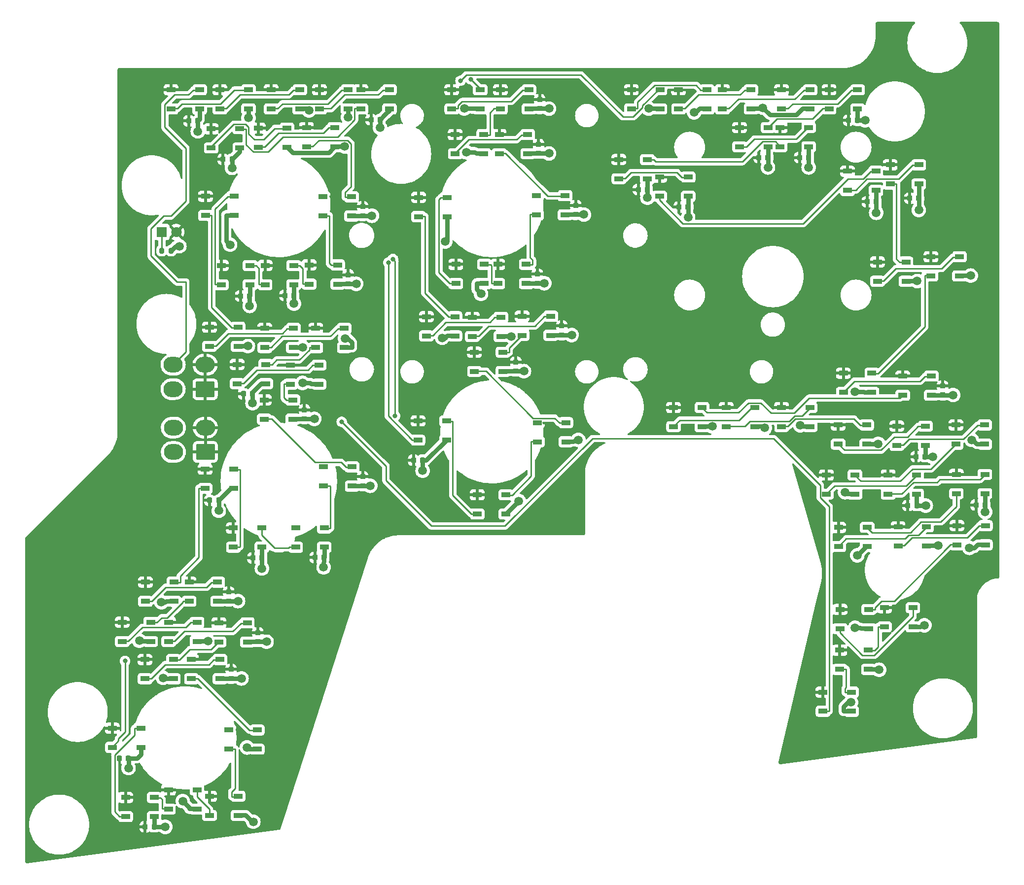
<source format=gbr>
%TF.GenerationSoftware,KiCad,Pcbnew,(6.0.9)*%
%TF.CreationDate,2023-01-06T21:37:08-09:00*%
%TF.ProjectId,SELECT JETT PANEL,53454c45-4354-4204-9a45-54542050414e,rev?*%
%TF.SameCoordinates,Original*%
%TF.FileFunction,Copper,L1,Top*%
%TF.FilePolarity,Positive*%
%FSLAX46Y46*%
G04 Gerber Fmt 4.6, Leading zero omitted, Abs format (unit mm)*
G04 Created by KiCad (PCBNEW (6.0.9)) date 2023-01-06 21:37:08*
%MOMM*%
%LPD*%
G01*
G04 APERTURE LIST*
G04 Aperture macros list*
%AMRoundRect*
0 Rectangle with rounded corners*
0 $1 Rounding radius*
0 $2 $3 $4 $5 $6 $7 $8 $9 X,Y pos of 4 corners*
0 Add a 4 corners polygon primitive as box body*
4,1,4,$2,$3,$4,$5,$6,$7,$8,$9,$2,$3,0*
0 Add four circle primitives for the rounded corners*
1,1,$1+$1,$2,$3*
1,1,$1+$1,$4,$5*
1,1,$1+$1,$6,$7*
1,1,$1+$1,$8,$9*
0 Add four rect primitives between the rounded corners*
20,1,$1+$1,$2,$3,$4,$5,0*
20,1,$1+$1,$4,$5,$6,$7,0*
20,1,$1+$1,$6,$7,$8,$9,0*
20,1,$1+$1,$8,$9,$2,$3,0*%
G04 Aperture macros list end*
%TA.AperFunction,SMDPad,CuDef*%
%ADD10RoundRect,0.225000X-0.225000X-0.250000X0.225000X-0.250000X0.225000X0.250000X-0.225000X0.250000X0*%
%TD*%
%TA.AperFunction,SMDPad,CuDef*%
%ADD11RoundRect,0.225000X-0.250000X0.225000X-0.250000X-0.225000X0.250000X-0.225000X0.250000X0.225000X0*%
%TD*%
%TA.AperFunction,SMDPad,CuDef*%
%ADD12R,1.500000X0.900000*%
%TD*%
%TA.AperFunction,SMDPad,CuDef*%
%ADD13RoundRect,0.200000X-0.200000X-0.275000X0.200000X-0.275000X0.200000X0.275000X-0.200000X0.275000X0*%
%TD*%
%TA.AperFunction,ComponentPad*%
%ADD14R,1.800000X1.800000*%
%TD*%
%TA.AperFunction,ComponentPad*%
%ADD15C,1.800000*%
%TD*%
%TA.AperFunction,ComponentPad*%
%ADD16RoundRect,0.250001X1.399999X-1.099999X1.399999X1.099999X-1.399999X1.099999X-1.399999X-1.099999X0*%
%TD*%
%TA.AperFunction,ComponentPad*%
%ADD17O,3.300000X2.700000*%
%TD*%
%TA.AperFunction,ViaPad*%
%ADD18C,0.800000*%
%TD*%
%TA.AperFunction,ViaPad*%
%ADD19C,1.500000*%
%TD*%
%TA.AperFunction,Conductor*%
%ADD20C,0.250000*%
%TD*%
%TA.AperFunction,Conductor*%
%ADD21C,0.750000*%
%TD*%
G04 APERTURE END LIST*
D10*
%TO.P,C2,1*%
%TO.N,/LED+5V*%
X93637500Y-38900000D03*
%TO.P,C2,2*%
%TO.N,/LEDGND*%
X95187500Y-38900000D03*
%TD*%
%TO.P,C3,1*%
%TO.N,/LED+5V*%
X99513000Y-45500000D03*
%TO.P,C3,2*%
%TO.N,/LEDGND*%
X101063000Y-45500000D03*
%TD*%
%TO.P,C4,1*%
%TO.N,/LED+5V*%
X124937000Y-38700000D03*
%TO.P,C4,2*%
%TO.N,/LEDGND*%
X126487000Y-38700000D03*
%TD*%
D11*
%TO.P,C5,1*%
%TO.N,/LED+5V*%
X123500000Y-53637500D03*
%TO.P,C5,2*%
%TO.N,/LEDGND*%
X123500000Y-55187500D03*
%TD*%
%TO.P,C6,1*%
%TO.N,/LED+5V*%
X121000000Y-65337500D03*
%TO.P,C6,2*%
%TO.N,/LEDGND*%
X121000000Y-66887500D03*
%TD*%
D10*
%TO.P,C7,1*%
%TO.N,/LED+5V*%
X110137000Y-68900000D03*
%TO.P,C7,2*%
%TO.N,/LEDGND*%
X111687000Y-68900000D03*
%TD*%
%TO.P,C8,1*%
%TO.N,/LED+5V*%
X102537000Y-69000000D03*
%TO.P,C8,2*%
%TO.N,/LEDGND*%
X104087000Y-69000000D03*
%TD*%
%TO.P,C9,1*%
%TO.N,/LED+5V*%
X97225000Y-104100000D03*
%TO.P,C9,2*%
%TO.N,/LEDGND*%
X98775000Y-104100000D03*
%TD*%
D11*
%TO.P,C10,1*%
%TO.N,/LED+5V*%
X113500000Y-88537500D03*
%TO.P,C10,2*%
%TO.N,/LEDGND*%
X113500000Y-90087500D03*
%TD*%
D10*
%TO.P,C11,1*%
%TO.N,/LED+5V*%
X103037000Y-85800000D03*
%TO.P,C11,2*%
%TO.N,/LEDGND*%
X104587000Y-85800000D03*
%TD*%
D11*
%TO.P,C12,1*%
%TO.N,/LED+5V*%
X123500000Y-100037000D03*
%TO.P,C12,2*%
%TO.N,/LEDGND*%
X123500000Y-101587000D03*
%TD*%
D10*
%TO.P,C13,1*%
%TO.N,/LED+5V*%
X104637000Y-114000000D03*
%TO.P,C13,2*%
%TO.N,/LEDGND*%
X106187000Y-114000000D03*
%TD*%
%TO.P,C14,1*%
%TO.N,/LED+5V*%
X115313000Y-113900000D03*
%TO.P,C14,2*%
%TO.N,/LEDGND*%
X116863000Y-113900000D03*
%TD*%
D11*
%TO.P,C15,1*%
%TO.N,/LED+5V*%
X100500000Y-119837000D03*
%TO.P,C15,2*%
%TO.N,/LEDGND*%
X100500000Y-121387000D03*
%TD*%
%TO.P,C16,1*%
%TO.N,/LED+5V*%
X105500000Y-126837000D03*
%TO.P,C16,2*%
%TO.N,/LEDGND*%
X105500000Y-128387000D03*
%TD*%
%TO.P,C17,1*%
%TO.N,/LED+5V*%
X100900000Y-133137000D03*
%TO.P,C17,2*%
%TO.N,/LEDGND*%
X100900000Y-134687000D03*
%TD*%
D10*
%TO.P,C18,1*%
%TO.N,/LED+5V*%
X81725000Y-148400000D03*
%TO.P,C18,2*%
%TO.N,/LEDGND*%
X83275000Y-148400000D03*
%TD*%
%TO.P,C19,1*%
%TO.N,/LED+5V*%
X86137500Y-160200000D03*
%TO.P,C19,2*%
%TO.N,/LEDGND*%
X87687500Y-160200000D03*
%TD*%
D11*
%TO.P,C20,1*%
%TO.N,/LED+5V*%
X149800000Y-80337500D03*
%TO.P,C20,2*%
%TO.N,/LEDGND*%
X149800000Y-81887500D03*
%TD*%
D10*
%TO.P,C21,1*%
%TO.N,/LED+5V*%
X132237000Y-97200000D03*
%TO.P,C21,2*%
%TO.N,/LEDGND*%
X133787000Y-97200000D03*
%TD*%
D11*
%TO.P,C22,1*%
%TO.N,/LED+5V*%
X157700000Y-74137500D03*
%TO.P,C22,2*%
%TO.N,/LEDGND*%
X157700000Y-75687500D03*
%TD*%
%TO.P,C23,1*%
%TO.N,/LED+5V*%
X160100000Y-53437500D03*
%TO.P,C23,2*%
%TO.N,/LEDGND*%
X160100000Y-54987500D03*
%TD*%
%TO.P,C24,1*%
%TO.N,/LED+5V*%
X153500000Y-65237500D03*
%TO.P,C24,2*%
%TO.N,/LEDGND*%
X153500000Y-66787500D03*
%TD*%
%TO.P,C25,1*%
%TO.N,/LED+5V*%
X153700000Y-42937500D03*
%TO.P,C25,2*%
%TO.N,/LEDGND*%
X153700000Y-44487500D03*
%TD*%
%TO.P,C26,1*%
%TO.N,/LED+5V*%
X153900000Y-35237500D03*
%TO.P,C26,2*%
%TO.N,/LEDGND*%
X153900000Y-36787500D03*
%TD*%
D10*
%TO.P,C27,1*%
%TO.N,/LED+5V*%
X177825000Y-53700000D03*
%TO.P,C27,2*%
%TO.N,/LEDGND*%
X179375000Y-53700000D03*
%TD*%
%TO.P,C28,1*%
%TO.N,/LED+5V*%
X170837000Y-50700000D03*
%TO.P,C28,2*%
%TO.N,/LEDGND*%
X172387000Y-50700000D03*
%TD*%
%TO.P,C29,1*%
%TO.N,/LED+5V*%
X206937000Y-38800000D03*
%TO.P,C29,2*%
%TO.N,/LEDGND*%
X208487000Y-38800000D03*
%TD*%
%TO.P,C30,1*%
%TO.N,/LED+5V*%
X198537000Y-45200000D03*
%TO.P,C30,2*%
%TO.N,/LEDGND*%
X200087000Y-45200000D03*
%TD*%
%TO.P,C31,1*%
%TO.N,/LED+5V*%
X191537000Y-45200000D03*
%TO.P,C31,2*%
%TO.N,/LEDGND*%
X193087000Y-45200000D03*
%TD*%
%TO.P,C32,1*%
%TO.N,/LED+5V*%
X210137000Y-52800000D03*
%TO.P,C32,2*%
%TO.N,/LEDGND*%
X211687000Y-52800000D03*
%TD*%
%TO.P,C33,1*%
%TO.N,/LED+5V*%
X217437000Y-52200000D03*
%TO.P,C33,2*%
%TO.N,/LEDGND*%
X218987000Y-52200000D03*
%TD*%
D11*
%TO.P,C34,1*%
%TO.N,/LED+5V*%
X223100000Y-84437500D03*
%TO.P,C34,2*%
%TO.N,/LEDGND*%
X223100000Y-85987500D03*
%TD*%
D10*
%TO.P,C35,1*%
%TO.N,/LED+5V*%
X218537000Y-96600000D03*
%TO.P,C35,2*%
%TO.N,/LEDGND*%
X220087000Y-96600000D03*
%TD*%
%TO.P,C36,1*%
%TO.N,/LED+5V*%
X217113000Y-105000000D03*
%TO.P,C36,2*%
%TO.N,/LEDGND*%
X218663000Y-105000000D03*
%TD*%
%TO.P,C37,1*%
%TO.N,/LED+5V*%
X228837000Y-104900000D03*
%TO.P,C37,2*%
%TO.N,/LEDGND*%
X230387000Y-104900000D03*
%TD*%
D12*
%TO.P,D1,1,VDD*%
%TO.N,/LED+5V*%
X90600000Y-33550000D03*
%TO.P,D1,2,DOUT*%
%TO.N,Net-(D1-Pad2)*%
X90600000Y-36850000D03*
%TO.P,D1,3,VSS*%
%TO.N,/LEDGND*%
X95500000Y-36850000D03*
%TO.P,D1,4,DIN*%
%TO.N,/DATAIN*%
X95500000Y-33550000D03*
%TD*%
%TO.P,D2,1,VDD*%
%TO.N,/LED+5V*%
X99000000Y-33550000D03*
%TO.P,D2,2,DOUT*%
%TO.N,Net-(D2-Pad2)*%
X99000000Y-36850000D03*
%TO.P,D2,3,VSS*%
%TO.N,/LEDGND*%
X103900000Y-36850000D03*
%TO.P,D2,4,DIN*%
%TO.N,Net-(D1-Pad2)*%
X103900000Y-33550000D03*
%TD*%
%TO.P,D3,1,VDD*%
%TO.N,/LED+5V*%
X107800000Y-33550000D03*
%TO.P,D3,2,DOUT*%
%TO.N,Net-(D3-Pad2)*%
X107800000Y-36850000D03*
%TO.P,D3,3,VSS*%
%TO.N,/LEDGND*%
X112700000Y-36850000D03*
%TO.P,D3,4,DIN*%
%TO.N,Net-(D2-Pad2)*%
X112700000Y-33550000D03*
%TD*%
%TO.P,D4,1,VDD*%
%TO.N,/LED+5V*%
X116100000Y-33550000D03*
%TO.P,D4,2,DOUT*%
%TO.N,Net-(D4-Pad2)*%
X116100000Y-36850000D03*
%TO.P,D4,3,VSS*%
%TO.N,/LEDGND*%
X121000000Y-36850000D03*
%TO.P,D4,4,DIN*%
%TO.N,Net-(D3-Pad2)*%
X121000000Y-33550000D03*
%TD*%
%TO.P,D5,1,VDD*%
%TO.N,/LED+5V*%
X123200000Y-33550000D03*
%TO.P,D5,2,DOUT*%
%TO.N,Net-(D5-Pad2)*%
X123200000Y-36850000D03*
%TO.P,D5,3,VSS*%
%TO.N,/LEDGND*%
X128100000Y-36850000D03*
%TO.P,D5,4,DIN*%
%TO.N,Net-(D4-Pad2)*%
X128100000Y-33550000D03*
%TD*%
%TO.P,D6,1,VDD*%
%TO.N,/LED+5V*%
X97500000Y-40250000D03*
%TO.P,D6,2,DOUT*%
%TO.N,Net-(D6-Pad2)*%
X97500000Y-43550000D03*
%TO.P,D6,3,VSS*%
%TO.N,/LEDGND*%
X102400000Y-43550000D03*
%TO.P,D6,4,DIN*%
%TO.N,Net-(D5-Pad2)*%
X102400000Y-40250000D03*
%TD*%
%TO.P,D7,1,VDD*%
%TO.N,/LED+5V*%
X105600000Y-40150000D03*
%TO.P,D7,2,DOUT*%
%TO.N,Net-(D7-Pad2)*%
X105600000Y-43450000D03*
%TO.P,D7,3,VSS*%
%TO.N,/LEDGND*%
X110500000Y-43450000D03*
%TO.P,D7,4,DIN*%
%TO.N,Net-(D6-Pad2)*%
X110500000Y-40150000D03*
%TD*%
%TO.P,D8,1,VDD*%
%TO.N,/LED+5V*%
X113850000Y-40050000D03*
%TO.P,D8,2,DOUT*%
%TO.N,Net-(D8-Pad2)*%
X113850000Y-43350000D03*
%TO.P,D8,3,VSS*%
%TO.N,/LEDGND*%
X118750000Y-43350000D03*
%TO.P,D8,4,DIN*%
%TO.N,Net-(D7-Pad2)*%
X118750000Y-40050000D03*
%TD*%
%TO.P,D9,1,VDD*%
%TO.N,/LED+5V*%
X116700000Y-51950000D03*
%TO.P,D9,2,DOUT*%
%TO.N,Net-(D10-Pad4)*%
X116700000Y-55250000D03*
%TO.P,D9,3,VSS*%
%TO.N,/LEDGND*%
X121600000Y-55250000D03*
%TO.P,D9,4,DIN*%
%TO.N,Net-(D8-Pad2)*%
X121600000Y-51950000D03*
%TD*%
%TO.P,D10,1,VDD*%
%TO.N,/LED+5V*%
X114300000Y-63650000D03*
%TO.P,D10,2,DOUT*%
%TO.N,Net-(D10-Pad2)*%
X114300000Y-66950000D03*
%TO.P,D10,3,VSS*%
%TO.N,/LEDGND*%
X119200000Y-66950000D03*
%TO.P,D10,4,DIN*%
%TO.N,Net-(D10-Pad4)*%
X119200000Y-63650000D03*
%TD*%
%TO.P,D11,1,VDD*%
%TO.N,/LED+5V*%
X106750000Y-63750000D03*
%TO.P,D11,2,DOUT*%
%TO.N,Net-(D11-Pad2)*%
X106750000Y-67050000D03*
%TO.P,D11,3,VSS*%
%TO.N,/LEDGND*%
X111650000Y-67050000D03*
%TO.P,D11,4,DIN*%
%TO.N,Net-(D10-Pad2)*%
X111650000Y-63750000D03*
%TD*%
%TO.P,D12,1,VDD*%
%TO.N,/LED+5V*%
X99250000Y-63750000D03*
%TO.P,D12,2,DOUT*%
%TO.N,Net-(D12-Pad2)*%
X99250000Y-67050000D03*
%TO.P,D12,3,VSS*%
%TO.N,/LEDGND*%
X104150000Y-67050000D03*
%TO.P,D12,4,DIN*%
%TO.N,Net-(D11-Pad2)*%
X104150000Y-63750000D03*
%TD*%
%TO.P,D13,1,VDD*%
%TO.N,/LED+5V*%
X96500000Y-51850000D03*
%TO.P,D13,2,DOUT*%
%TO.N,Net-(D13-Pad2)*%
X96500000Y-55150000D03*
%TO.P,D13,3,VSS*%
%TO.N,/LEDGND*%
X101400000Y-55150000D03*
%TO.P,D13,4,DIN*%
%TO.N,Net-(D12-Pad2)*%
X101400000Y-51850000D03*
%TD*%
%TO.P,D14,1,VDD*%
%TO.N,/LED+5V*%
X97200000Y-74350000D03*
%TO.P,D14,2,DOUT*%
%TO.N,Net-(D14-Pad2)*%
X97200000Y-77650000D03*
%TO.P,D14,3,VSS*%
%TO.N,/LEDGND*%
X102100000Y-77650000D03*
%TO.P,D14,4,DIN*%
%TO.N,Net-(D13-Pad2)*%
X102100000Y-74350000D03*
%TD*%
%TO.P,D15,1,VDD*%
%TO.N,/LED+5V*%
X106700000Y-74550000D03*
%TO.P,D15,2,DOUT*%
%TO.N,Net-(D15-Pad2)*%
X106700000Y-77850000D03*
%TO.P,D15,3,VSS*%
%TO.N,/LEDGND*%
X111600000Y-77850000D03*
%TO.P,D15,4,DIN*%
%TO.N,Net-(D14-Pad2)*%
X111600000Y-74550000D03*
%TD*%
%TO.P,D16,1,VDD*%
%TO.N,/LED+5V*%
X115450000Y-74550000D03*
%TO.P,D16,2,DOUT*%
%TO.N,Net-(D16-Pad2)*%
X115450000Y-77850000D03*
%TO.P,D16,3,VSS*%
%TO.N,/LEDGND*%
X120350000Y-77850000D03*
%TO.P,D16,4,DIN*%
%TO.N,Net-(D15-Pad2)*%
X120350000Y-74550000D03*
%TD*%
%TO.P,D17,1,VDD*%
%TO.N,/LED+5V*%
X101950000Y-80750000D03*
%TO.P,D17,2,DOUT*%
%TO.N,Net-(D17-Pad2)*%
X101950000Y-84050000D03*
%TO.P,D17,3,VSS*%
%TO.N,/LEDGND*%
X106850000Y-84050000D03*
%TO.P,D17,4,DIN*%
%TO.N,Net-(D16-Pad2)*%
X106850000Y-80750000D03*
%TD*%
%TO.P,D18,1,VDD*%
%TO.N,/LED+5V*%
X111100000Y-80850000D03*
%TO.P,D18,2,DOUT*%
%TO.N,Net-(D18-Pad2)*%
X111100000Y-84150000D03*
%TO.P,D18,3,VSS*%
%TO.N,/LEDGND*%
X116000000Y-84150000D03*
%TO.P,D18,4,DIN*%
%TO.N,Net-(D17-Pad2)*%
X116000000Y-80850000D03*
%TD*%
%TO.P,D19,1,VDD*%
%TO.N,/LED+5V*%
X106600000Y-86850000D03*
%TO.P,D19,2,DOUT*%
%TO.N,Net-(D19-Pad2)*%
X106600000Y-90150000D03*
%TO.P,D19,3,VSS*%
%TO.N,/LEDGND*%
X111500000Y-90150000D03*
%TO.P,D19,4,DIN*%
%TO.N,Net-(D18-Pad2)*%
X111500000Y-86850000D03*
%TD*%
%TO.P,D20,1,VDD*%
%TO.N,/LED+5V*%
X116800000Y-98350000D03*
%TO.P,D20,2,DOUT*%
%TO.N,Net-(D20-Pad2)*%
X116800000Y-101650000D03*
%TO.P,D20,3,VSS*%
%TO.N,/LEDGND*%
X121700000Y-101650000D03*
%TO.P,D20,4,DIN*%
%TO.N,Net-(D19-Pad2)*%
X121700000Y-98350000D03*
%TD*%
%TO.P,D21,1,VDD*%
%TO.N,/LED+5V*%
X112000000Y-108850000D03*
%TO.P,D21,2,DOUT*%
%TO.N,Net-(D21-Pad2)*%
X112000000Y-112150000D03*
%TO.P,D21,3,VSS*%
%TO.N,/LEDGND*%
X116900000Y-112150000D03*
%TO.P,D21,4,DIN*%
%TO.N,Net-(D20-Pad2)*%
X116900000Y-108850000D03*
%TD*%
%TO.P,D22,1,VDD*%
%TO.N,/LED+5V*%
X101300000Y-108850000D03*
%TO.P,D22,2,DOUT*%
%TO.N,Net-(D22-Pad2)*%
X101300000Y-112150000D03*
%TO.P,D22,3,VSS*%
%TO.N,/LEDGND*%
X106200000Y-112150000D03*
%TO.P,D22,4,DIN*%
%TO.N,Net-(D21-Pad2)*%
X106200000Y-108850000D03*
%TD*%
%TO.P,D23,1,VDD*%
%TO.N,/LED+5V*%
X96450000Y-98750000D03*
%TO.P,D23,2,DOUT*%
%TO.N,Net-(D23-Pad2)*%
X96450000Y-102050000D03*
%TO.P,D23,3,VSS*%
%TO.N,/LEDGND*%
X101350000Y-102050000D03*
%TO.P,D23,4,DIN*%
%TO.N,Net-(D22-Pad2)*%
X101350000Y-98750000D03*
%TD*%
%TO.P,D24,1,VDD*%
%TO.N,/LED+5V*%
X86200000Y-118150000D03*
%TO.P,D24,2,DOUT*%
%TO.N,Net-(D24-Pad2)*%
X86200000Y-121450000D03*
%TO.P,D24,3,VSS*%
%TO.N,/LEDGND*%
X91100000Y-121450000D03*
%TO.P,D24,4,DIN*%
%TO.N,Net-(D23-Pad2)*%
X91100000Y-118150000D03*
%TD*%
%TO.P,D25,1,VDD*%
%TO.N,/LED+5V*%
X93700000Y-118150000D03*
%TO.P,D25,2,DOUT*%
%TO.N,Net-(D25-Pad2)*%
X93700000Y-121450000D03*
%TO.P,D25,3,VSS*%
%TO.N,/LEDGND*%
X98600000Y-121450000D03*
%TO.P,D25,4,DIN*%
%TO.N,Net-(D24-Pad2)*%
X98600000Y-118150000D03*
%TD*%
%TO.P,D26,1,VDD*%
%TO.N,/LED+5V*%
X82200000Y-125050000D03*
%TO.P,D26,2,DOUT*%
%TO.N,Net-(D26-Pad2)*%
X82200000Y-128350000D03*
%TO.P,D26,3,VSS*%
%TO.N,/LEDGND*%
X87100000Y-128350000D03*
%TO.P,D26,4,DIN*%
%TO.N,Net-(D25-Pad2)*%
X87100000Y-125050000D03*
%TD*%
%TO.P,D27,1,VDD*%
%TO.N,/LED+5V*%
X90150000Y-125050000D03*
%TO.P,D27,2,DOUT*%
%TO.N,Net-(D27-Pad2)*%
X90150000Y-128350000D03*
%TO.P,D27,3,VSS*%
%TO.N,/LEDGND*%
X95050000Y-128350000D03*
%TO.P,D27,4,DIN*%
%TO.N,Net-(D26-Pad2)*%
X95050000Y-125050000D03*
%TD*%
%TO.P,D28,1,VDD*%
%TO.N,/LED+5V*%
X98800000Y-125150000D03*
%TO.P,D28,2,DOUT*%
%TO.N,Net-(D28-Pad2)*%
X98800000Y-128450000D03*
%TO.P,D28,3,VSS*%
%TO.N,/LEDGND*%
X103700000Y-128450000D03*
%TO.P,D28,4,DIN*%
%TO.N,Net-(D27-Pad2)*%
X103700000Y-125150000D03*
%TD*%
%TO.P,D29,1,VDD*%
%TO.N,/LED+5V*%
X86100000Y-131450000D03*
%TO.P,D29,2,DOUT*%
%TO.N,Net-(D29-Pad2)*%
X86100000Y-134750000D03*
%TO.P,D29,3,VSS*%
%TO.N,/LEDGND*%
X91000000Y-134750000D03*
%TO.P,D29,4,DIN*%
%TO.N,Net-(D28-Pad2)*%
X91000000Y-131450000D03*
%TD*%
%TO.P,D30,1,VDD*%
%TO.N,/LED+5V*%
X94100000Y-131450000D03*
%TO.P,D30,2,DOUT*%
%TO.N,Net-(D30-Pad2)*%
X94100000Y-134750000D03*
%TO.P,D30,3,VSS*%
%TO.N,/LEDGND*%
X99000000Y-134750000D03*
%TO.P,D30,4,DIN*%
%TO.N,Net-(D29-Pad2)*%
X99000000Y-131450000D03*
%TD*%
%TO.P,D31,1,VDD*%
%TO.N,/LED+5V*%
X100500000Y-143550000D03*
%TO.P,D31,2,DOUT*%
%TO.N,Net-(D31-Pad2)*%
X100500000Y-146850000D03*
%TO.P,D31,3,VSS*%
%TO.N,/LEDGND*%
X105400000Y-146850000D03*
%TO.P,D31,4,DIN*%
%TO.N,Net-(D30-Pad2)*%
X105400000Y-143550000D03*
%TD*%
%TO.P,D32,1,VDD*%
%TO.N,/LED+5V*%
X97200000Y-154950000D03*
%TO.P,D32,2,DOUT*%
%TO.N,Net-(D32-Pad2)*%
X97200000Y-158250000D03*
%TO.P,D32,3,VSS*%
%TO.N,/LEDGND*%
X102100000Y-158250000D03*
%TO.P,D32,4,DIN*%
%TO.N,Net-(D31-Pad2)*%
X102100000Y-154950000D03*
%TD*%
%TO.P,D33,1,VDD*%
%TO.N,/LED+5V*%
X90150000Y-153850000D03*
%TO.P,D33,2,DOUT*%
%TO.N,Net-(D33-Pad2)*%
X90150000Y-157150000D03*
%TO.P,D33,3,VSS*%
%TO.N,/LEDGND*%
X95050000Y-157150000D03*
%TO.P,D33,4,DIN*%
%TO.N,Net-(D32-Pad2)*%
X95050000Y-153850000D03*
%TD*%
%TO.P,D34,1,VDD*%
%TO.N,/LED+5V*%
X82800000Y-155150000D03*
%TO.P,D34,2,DOUT*%
%TO.N,Net-(D34-Pad2)*%
X82800000Y-158450000D03*
%TO.P,D34,3,VSS*%
%TO.N,/LEDGND*%
X87700000Y-158450000D03*
%TO.P,D34,4,DIN*%
%TO.N,Net-(D33-Pad2)*%
X87700000Y-155150000D03*
%TD*%
%TO.P,D35,1,VDD*%
%TO.N,/LED+5V*%
X80500000Y-143250000D03*
%TO.P,D35,2,DOUT*%
%TO.N,Net-(D35-Pad2)*%
X80500000Y-146550000D03*
%TO.P,D35,3,VSS*%
%TO.N,/LEDGND*%
X85400000Y-146550000D03*
%TO.P,D35,4,DIN*%
%TO.N,Net-(D34-Pad2)*%
X85400000Y-143250000D03*
%TD*%
%TO.P,D36,1,VDD*%
%TO.N,/LED+5V*%
X138800000Y-33550000D03*
%TO.P,D36,2,DOUT*%
%TO.N,Net-(D36-Pad2)*%
X138800000Y-36850000D03*
%TO.P,D36,3,VSS*%
%TO.N,/LEDGND*%
X143700000Y-36850000D03*
%TO.P,D36,4,DIN*%
%TO.N,Net-(D35-Pad2)*%
X143700000Y-33550000D03*
%TD*%
%TO.P,D37,1,VDD*%
%TO.N,/LED+5V*%
X147150000Y-33550000D03*
%TO.P,D37,2,DOUT*%
%TO.N,Net-(D37-Pad2)*%
X147150000Y-36850000D03*
%TO.P,D37,3,VSS*%
%TO.N,/LEDGND*%
X152050000Y-36850000D03*
%TO.P,D37,4,DIN*%
%TO.N,Net-(D36-Pad2)*%
X152050000Y-33550000D03*
%TD*%
%TO.P,D38,1,VDD*%
%TO.N,/LED+5V*%
X139400000Y-41250000D03*
%TO.P,D38,2,DOUT*%
%TO.N,Net-(D38-Pad2)*%
X139400000Y-44550000D03*
%TO.P,D38,3,VSS*%
%TO.N,/LEDGND*%
X144300000Y-44550000D03*
%TO.P,D38,4,DIN*%
%TO.N,Net-(D37-Pad2)*%
X144300000Y-41250000D03*
%TD*%
%TO.P,D39,1,VDD*%
%TO.N,/LED+5V*%
X146950000Y-41250000D03*
%TO.P,D39,2,DOUT*%
%TO.N,Net-(D39-Pad2)*%
X146950000Y-44550000D03*
%TO.P,D39,3,VSS*%
%TO.N,/LEDGND*%
X151850000Y-44550000D03*
%TO.P,D39,4,DIN*%
%TO.N,Net-(D38-Pad2)*%
X151850000Y-41250000D03*
%TD*%
%TO.P,D40,1,VDD*%
%TO.N,/LED+5V*%
X153350000Y-51750000D03*
%TO.P,D40,2,DOUT*%
%TO.N,Net-(D40-Pad2)*%
X153350000Y-55050000D03*
%TO.P,D40,3,VSS*%
%TO.N,/LEDGND*%
X158250000Y-55050000D03*
%TO.P,D40,4,DIN*%
%TO.N,Net-(D39-Pad2)*%
X158250000Y-51750000D03*
%TD*%
%TO.P,D41,1,VDD*%
%TO.N,/LED+5V*%
X146700000Y-63550000D03*
%TO.P,D41,2,DOUT*%
%TO.N,Net-(D41-Pad2)*%
X146700000Y-66850000D03*
%TO.P,D41,3,VSS*%
%TO.N,/LEDGND*%
X151600000Y-66850000D03*
%TO.P,D41,4,DIN*%
%TO.N,Net-(D40-Pad2)*%
X151600000Y-63550000D03*
%TD*%
%TO.P,D42,1,VDD*%
%TO.N,/LED+5V*%
X139500000Y-63550000D03*
%TO.P,D42,2,DOUT*%
%TO.N,Net-(D42-Pad2)*%
X139500000Y-66850000D03*
%TO.P,D42,3,VSS*%
%TO.N,/LEDGND*%
X144400000Y-66850000D03*
%TO.P,D42,4,DIN*%
%TO.N,Net-(D41-Pad2)*%
X144400000Y-63550000D03*
%TD*%
%TO.P,D43,1,VDD*%
%TO.N,/LED+5V*%
X133100000Y-52050000D03*
%TO.P,D43,2,DOUT*%
%TO.N,Net-(D43-Pad2)*%
X133100000Y-55350000D03*
%TO.P,D43,3,VSS*%
%TO.N,/LEDGND*%
X138000000Y-55350000D03*
%TO.P,D43,4,DIN*%
%TO.N,Net-(D42-Pad2)*%
X138000000Y-52050000D03*
%TD*%
%TO.P,D44,1,VDD*%
%TO.N,/LED+5V*%
X134450000Y-72550000D03*
%TO.P,D44,2,DOUT*%
%TO.N,Net-(D44-Pad2)*%
X134450000Y-75850000D03*
%TO.P,D44,3,VSS*%
%TO.N,/LEDGND*%
X139350000Y-75850000D03*
%TO.P,D44,4,DIN*%
%TO.N,Net-(D43-Pad2)*%
X139350000Y-72550000D03*
%TD*%
%TO.P,D45,1,VDD*%
%TO.N,/LED+5V*%
X142350000Y-72650000D03*
%TO.P,D45,2,DOUT*%
%TO.N,Net-(D45-Pad2)*%
X142350000Y-75950000D03*
%TO.P,D45,3,VSS*%
%TO.N,/LEDGND*%
X147250000Y-75950000D03*
%TO.P,D45,4,DIN*%
%TO.N,Net-(D44-Pad2)*%
X147250000Y-72650000D03*
%TD*%
%TO.P,D46,1,VDD*%
%TO.N,/LED+5V*%
X150900000Y-72450000D03*
%TO.P,D46,2,DOUT*%
%TO.N,Net-(D46-Pad2)*%
X150900000Y-75750000D03*
%TO.P,D46,3,VSS*%
%TO.N,/LEDGND*%
X155800000Y-75750000D03*
%TO.P,D46,4,DIN*%
%TO.N,Net-(D45-Pad2)*%
X155800000Y-72450000D03*
%TD*%
%TO.P,D47,1,VDD*%
%TO.N,/LED+5V*%
X142700000Y-78650000D03*
%TO.P,D47,2,DOUT*%
%TO.N,Net-(D47-Pad2)*%
X142700000Y-81950000D03*
%TO.P,D47,3,VSS*%
%TO.N,/LEDGND*%
X147600000Y-81950000D03*
%TO.P,D47,4,DIN*%
%TO.N,Net-(D46-Pad2)*%
X147600000Y-78650000D03*
%TD*%
%TO.P,D48,1,VDD*%
%TO.N,/LED+5V*%
X153500000Y-90750000D03*
%TO.P,D48,2,DOUT*%
%TO.N,Net-(D48-Pad2)*%
X153500000Y-94050000D03*
%TO.P,D48,3,VSS*%
%TO.N,/LEDGND*%
X158400000Y-94050000D03*
%TO.P,D48,4,DIN*%
%TO.N,Net-(D47-Pad2)*%
X158400000Y-90750000D03*
%TD*%
%TO.P,D49,1,VDD*%
%TO.N,/LED+5V*%
X143200000Y-103150000D03*
%TO.P,D49,2,DOUT*%
%TO.N,Net-(D49-Pad2)*%
X143200000Y-106450000D03*
%TO.P,D49,3,VSS*%
%TO.N,/LEDGND*%
X148100000Y-106450000D03*
%TO.P,D49,4,DIN*%
%TO.N,Net-(D48-Pad2)*%
X148100000Y-103150000D03*
%TD*%
%TO.P,D50,1,VDD*%
%TO.N,/LED+5V*%
X133000000Y-90450000D03*
%TO.P,D50,2,DOUT*%
%TO.N,Net-(D50-Pad2)*%
X133000000Y-93750000D03*
%TO.P,D50,3,VSS*%
%TO.N,/LEDGND*%
X137900000Y-93750000D03*
%TO.P,D50,4,DIN*%
%TO.N,Net-(D49-Pad2)*%
X137900000Y-90450000D03*
%TD*%
%TO.P,D51,1,VDD*%
%TO.N,/LED+5V*%
X169650000Y-33550000D03*
%TO.P,D51,2,DOUT*%
%TO.N,Net-(D51-Pad2)*%
X169650000Y-36850000D03*
%TO.P,D51,3,VSS*%
%TO.N,/LEDGND*%
X174550000Y-36850000D03*
%TO.P,D51,4,DIN*%
%TO.N,Net-(D50-Pad2)*%
X174550000Y-33550000D03*
%TD*%
%TO.P,D52,1,VDD*%
%TO.N,/LED+5V*%
X177750000Y-33550000D03*
%TO.P,D52,2,DOUT*%
%TO.N,Net-(D52-Pad2)*%
X177750000Y-36850000D03*
%TO.P,D52,3,VSS*%
%TO.N,/LEDGND*%
X182650000Y-36850000D03*
%TO.P,D52,4,DIN*%
%TO.N,Net-(D51-Pad2)*%
X182650000Y-33550000D03*
%TD*%
%TO.P,D53,1,VDD*%
%TO.N,/LED+5V*%
X185300000Y-33550000D03*
%TO.P,D53,2,DOUT*%
%TO.N,Net-(D53-Pad2)*%
X185300000Y-36850000D03*
%TO.P,D53,3,VSS*%
%TO.N,/LEDGND*%
X190200000Y-36850000D03*
%TO.P,D53,4,DIN*%
%TO.N,Net-(D52-Pad2)*%
X190200000Y-33550000D03*
%TD*%
%TO.P,D54,1,VDD*%
%TO.N,/LED+5V*%
X195450000Y-33550000D03*
%TO.P,D54,2,DOUT*%
%TO.N,Net-(D54-Pad2)*%
X195450000Y-36850000D03*
%TO.P,D54,3,VSS*%
%TO.N,/LEDGND*%
X200350000Y-36850000D03*
%TO.P,D54,4,DIN*%
%TO.N,Net-(D53-Pad2)*%
X200350000Y-33550000D03*
%TD*%
%TO.P,D55,1,VDD*%
%TO.N,/LED+5V*%
X203600000Y-33550000D03*
%TO.P,D55,2,DOUT*%
%TO.N,Net-(D55-Pad2)*%
X203600000Y-36850000D03*
%TO.P,D55,3,VSS*%
%TO.N,/LEDGND*%
X208500000Y-36850000D03*
%TO.P,D55,4,DIN*%
%TO.N,Net-(D54-Pad2)*%
X208500000Y-33550000D03*
%TD*%
%TO.P,D56,1,VDD*%
%TO.N,/LED+5V*%
X188200000Y-40050000D03*
%TO.P,D56,2,DOUT*%
%TO.N,Net-(D56-Pad2)*%
X188200000Y-43350000D03*
%TO.P,D56,3,VSS*%
%TO.N,/LEDGND*%
X193100000Y-43350000D03*
%TO.P,D56,4,DIN*%
%TO.N,Net-(D55-Pad2)*%
X193100000Y-40050000D03*
%TD*%
%TO.P,D57,1,VDD*%
%TO.N,/LED+5V*%
X195200000Y-40050000D03*
%TO.P,D57,2,DOUT*%
%TO.N,Net-(D57-Pad2)*%
X195200000Y-43350000D03*
%TO.P,D57,3,VSS*%
%TO.N,/LEDGND*%
X200100000Y-43350000D03*
%TO.P,D57,4,DIN*%
%TO.N,Net-(D56-Pad2)*%
X200100000Y-40050000D03*
%TD*%
%TO.P,D58,1,VDD*%
%TO.N,/LED+5V*%
X167500000Y-45550000D03*
%TO.P,D58,2,DOUT*%
%TO.N,Net-(D58-Pad2)*%
X167500000Y-48850000D03*
%TO.P,D58,3,VSS*%
%TO.N,/LEDGND*%
X172400000Y-48850000D03*
%TO.P,D58,4,DIN*%
%TO.N,Net-(D57-Pad2)*%
X172400000Y-45550000D03*
%TD*%
%TO.P,D59,1,VDD*%
%TO.N,/LED+5V*%
X174500000Y-48550000D03*
%TO.P,D59,2,DOUT*%
%TO.N,Net-(D59-Pad2)*%
X174500000Y-51850000D03*
%TO.P,D59,3,VSS*%
%TO.N,/LEDGND*%
X179400000Y-51850000D03*
%TO.P,D59,4,DIN*%
%TO.N,Net-(D58-Pad2)*%
X179400000Y-48550000D03*
%TD*%
%TO.P,D60,1,VDD*%
%TO.N,/LED+5V*%
X206750000Y-47550000D03*
%TO.P,D60,2,DOUT*%
%TO.N,Net-(D60-Pad2)*%
X206750000Y-50850000D03*
%TO.P,D60,3,VSS*%
%TO.N,/LEDGND*%
X211650000Y-50850000D03*
%TO.P,D60,4,DIN*%
%TO.N,Net-(D59-Pad2)*%
X211650000Y-47550000D03*
%TD*%
%TO.P,D61,1,VDD*%
%TO.N,/LED+5V*%
X214100000Y-46450000D03*
%TO.P,D61,2,DOUT*%
%TO.N,Net-(D61-Pad2)*%
X214100000Y-49750000D03*
%TO.P,D61,3,VSS*%
%TO.N,/LEDGND*%
X219000000Y-49750000D03*
%TO.P,D61,4,DIN*%
%TO.N,Net-(D60-Pad2)*%
X219000000Y-46450000D03*
%TD*%
%TO.P,D62,1,VDD*%
%TO.N,/LED+5V*%
X211900000Y-63150000D03*
%TO.P,D62,2,DOUT*%
%TO.N,Net-(D62-Pad2)*%
X211900000Y-66450000D03*
%TO.P,D62,3,VSS*%
%TO.N,/LEDGND*%
X216800000Y-66450000D03*
%TO.P,D62,4,DIN*%
%TO.N,Net-(D61-Pad2)*%
X216800000Y-63150000D03*
%TD*%
%TO.P,D63,1,VDD*%
%TO.N,/LED+5V*%
X221100000Y-62250000D03*
%TO.P,D63,2,DOUT*%
%TO.N,Net-(D63-Pad2)*%
X221100000Y-65550000D03*
%TO.P,D63,3,VSS*%
%TO.N,/LEDGND*%
X226000000Y-65550000D03*
%TO.P,D63,4,DIN*%
%TO.N,Net-(D62-Pad2)*%
X226000000Y-62250000D03*
%TD*%
%TO.P,D64,1,VDD*%
%TO.N,/LED+5V*%
X206050000Y-82250000D03*
%TO.P,D64,2,DOUT*%
%TO.N,Net-(D64-Pad2)*%
X206050000Y-85550000D03*
%TO.P,D64,3,VSS*%
%TO.N,/LEDGND*%
X210950000Y-85550000D03*
%TO.P,D64,4,DIN*%
%TO.N,Net-(D63-Pad2)*%
X210950000Y-82250000D03*
%TD*%
%TO.P,D65,1,VDD*%
%TO.N,/LED+5V*%
X216250000Y-82750000D03*
%TO.P,D65,2,DOUT*%
%TO.N,Net-(D65-Pad2)*%
X216250000Y-86050000D03*
%TO.P,D65,3,VSS*%
%TO.N,/LEDGND*%
X221150000Y-86050000D03*
%TO.P,D65,4,DIN*%
%TO.N,Net-(D64-Pad2)*%
X221150000Y-82750000D03*
%TD*%
%TO.P,D66,1,VDD*%
%TO.N,/LED+5V*%
X176900000Y-88150000D03*
%TO.P,D66,2,DOUT*%
%TO.N,Net-(D66-Pad2)*%
X176900000Y-91450000D03*
%TO.P,D66,3,VSS*%
%TO.N,/LEDGND*%
X181800000Y-91450000D03*
%TO.P,D66,4,DIN*%
%TO.N,Net-(D65-Pad2)*%
X181800000Y-88150000D03*
%TD*%
%TO.P,D67,1,VDD*%
%TO.N,/LED+5V*%
X185950000Y-88150000D03*
%TO.P,D67,2,DOUT*%
%TO.N,Net-(D67-Pad2)*%
X185950000Y-91450000D03*
%TO.P,D67,3,VSS*%
%TO.N,/LEDGND*%
X190850000Y-91450000D03*
%TO.P,D67,4,DIN*%
%TO.N,Net-(D66-Pad2)*%
X190850000Y-88150000D03*
%TD*%
%TO.P,D68,1,VDD*%
%TO.N,/LED+5V*%
X195450000Y-88150000D03*
%TO.P,D68,2,DOUT*%
%TO.N,Net-(D68-Pad2)*%
X195450000Y-91450000D03*
%TO.P,D68,3,VSS*%
%TO.N,/LEDGND*%
X200350000Y-91450000D03*
%TO.P,D68,4,DIN*%
%TO.N,Net-(D67-Pad2)*%
X200350000Y-88150000D03*
%TD*%
%TO.P,D69,1,VDD*%
%TO.N,/LED+5V*%
X205150000Y-91150000D03*
%TO.P,D69,2,DOUT*%
%TO.N,Net-(D69-Pad2)*%
X205150000Y-94450000D03*
%TO.P,D69,3,VSS*%
%TO.N,/LEDGND*%
X210050000Y-94450000D03*
%TO.P,D69,4,DIN*%
%TO.N,Net-(D68-Pad2)*%
X210050000Y-91150000D03*
%TD*%
%TO.P,D70,1,VDD*%
%TO.N,/LED+5V*%
X215250000Y-91350000D03*
%TO.P,D70,2,DOUT*%
%TO.N,Net-(D70-Pad2)*%
X215250000Y-94650000D03*
%TO.P,D70,3,VSS*%
%TO.N,/LEDGND*%
X220150000Y-94650000D03*
%TO.P,D70,4,DIN*%
%TO.N,Net-(D69-Pad2)*%
X220150000Y-91350000D03*
%TD*%
%TO.P,D71,1,VDD*%
%TO.N,/LED+5V*%
X225400000Y-91150000D03*
%TO.P,D71,2,DOUT*%
%TO.N,Net-(D71-Pad2)*%
X225400000Y-94450000D03*
%TO.P,D71,3,VSS*%
%TO.N,/LEDGND*%
X230300000Y-94450000D03*
%TO.P,D71,4,DIN*%
%TO.N,Net-(D70-Pad2)*%
X230300000Y-91150000D03*
%TD*%
%TO.P,D72,1,VDD*%
%TO.N,/LED+5V*%
X203150000Y-99750000D03*
%TO.P,D72,2,DOUT*%
%TO.N,Net-(D72-Pad2)*%
X203150000Y-103050000D03*
%TO.P,D72,3,VSS*%
%TO.N,/LEDGND*%
X208050000Y-103050000D03*
%TO.P,D72,4,DIN*%
%TO.N,Net-(D71-Pad2)*%
X208050000Y-99750000D03*
%TD*%
%TO.P,D73,1,VDD*%
%TO.N,/LED+5V*%
X213750000Y-99750000D03*
%TO.P,D73,2,DOUT*%
%TO.N,Net-(D73-Pad2)*%
X213750000Y-103050000D03*
%TO.P,D73,3,VSS*%
%TO.N,/LEDGND*%
X218650000Y-103050000D03*
%TO.P,D73,4,DIN*%
%TO.N,Net-(D72-Pad2)*%
X218650000Y-99750000D03*
%TD*%
%TO.P,D74,1,VDD*%
%TO.N,/LED+5V*%
X225450000Y-99650000D03*
%TO.P,D74,2,DOUT*%
%TO.N,Net-(D74-Pad2)*%
X225450000Y-102950000D03*
%TO.P,D74,3,VSS*%
%TO.N,/LEDGND*%
X230350000Y-102950000D03*
%TO.P,D74,4,DIN*%
%TO.N,Net-(D73-Pad2)*%
X230350000Y-99650000D03*
%TD*%
%TO.P,D75,1,VDD*%
%TO.N,/LED+5V*%
X205250000Y-108750000D03*
%TO.P,D75,2,DOUT*%
%TO.N,Net-(D75-Pad2)*%
X205250000Y-112050000D03*
%TO.P,D75,3,VSS*%
%TO.N,/LEDGND*%
X210150000Y-112050000D03*
%TO.P,D75,4,DIN*%
%TO.N,Net-(D74-Pad2)*%
X210150000Y-108750000D03*
%TD*%
%TO.P,D76,1,VDD*%
%TO.N,/LED+5V*%
X215450000Y-108650000D03*
%TO.P,D76,2,DOUT*%
%TO.N,Net-(D76-Pad2)*%
X215450000Y-111950000D03*
%TO.P,D76,3,VSS*%
%TO.N,/LEDGND*%
X220350000Y-111950000D03*
%TO.P,D76,4,DIN*%
%TO.N,Net-(D75-Pad2)*%
X220350000Y-108650000D03*
%TD*%
%TO.P,D77,1,VDD*%
%TO.N,/LED+5V*%
X225550000Y-108450000D03*
%TO.P,D77,2,DOUT*%
%TO.N,Net-(D77-Pad2)*%
X225550000Y-111750000D03*
%TO.P,D77,3,VSS*%
%TO.N,/LEDGND*%
X230450000Y-111750000D03*
%TO.P,D77,4,DIN*%
%TO.N,Net-(D76-Pad2)*%
X230450000Y-108450000D03*
%TD*%
%TO.P,D78,1,VDD*%
%TO.N,/LED+5V*%
X205500000Y-122850000D03*
%TO.P,D78,2,DOUT*%
%TO.N,Net-(D78-Pad2)*%
X205500000Y-126150000D03*
%TO.P,D78,3,VSS*%
%TO.N,/LEDGND*%
X210400000Y-126150000D03*
%TO.P,D78,4,DIN*%
%TO.N,Net-(D77-Pad2)*%
X210400000Y-122850000D03*
%TD*%
%TO.P,D79,1,VDD*%
%TO.N,/LED+5V*%
X213100000Y-122550000D03*
%TO.P,D79,2,DOUT*%
%TO.N,Net-(D79-Pad2)*%
X213100000Y-125850000D03*
%TO.P,D79,3,VSS*%
%TO.N,/LEDGND*%
X218000000Y-125850000D03*
%TO.P,D79,4,DIN*%
%TO.N,Net-(D78-Pad2)*%
X218000000Y-122550000D03*
%TD*%
%TO.P,D80,1,VDD*%
%TO.N,/LED+5V*%
X205450000Y-129850000D03*
%TO.P,D80,2,DOUT*%
%TO.N,Net-(D80-Pad2)*%
X205450000Y-133150000D03*
%TO.P,D80,3,VSS*%
%TO.N,/LEDGND*%
X210350000Y-133150000D03*
%TO.P,D80,4,DIN*%
%TO.N,Net-(D79-Pad2)*%
X210350000Y-129850000D03*
%TD*%
%TO.P,D81,1,VDD*%
%TO.N,/LED+5V*%
X202550000Y-137050000D03*
%TO.P,D81,2,DOUT*%
%TO.N,/DATAOUT*%
X202550000Y-140350000D03*
%TO.P,D81,3,VSS*%
%TO.N,/LEDGND*%
X207450000Y-140350000D03*
%TO.P,D81,4,DIN*%
%TO.N,Net-(D80-Pad2)*%
X207450000Y-137050000D03*
%TD*%
D13*
%TO.P,R1,1*%
%TO.N,Net-(D82-Pad1)*%
X88975000Y-61200000D03*
%TO.P,R1,2*%
%TO.N,/LEDGND*%
X90625000Y-61200000D03*
%TD*%
D14*
%TO.P,D82,1,K*%
%TO.N,Net-(D82-Pad1)*%
X88960000Y-58000000D03*
D15*
%TO.P,D82,2,A*%
%TO.N,/LED+5V*%
X91500000Y-58000000D03*
%TD*%
D16*
%TO.P,J1,1,Pin_1*%
%TO.N,/LED+5V*%
X96450000Y-85000000D03*
D17*
%TO.P,J1,2,Pin_2*%
X96450000Y-80800000D03*
%TO.P,J1,3,Pin_3*%
%TO.N,/LEDGND*%
X90950000Y-85000000D03*
%TO.P,J1,4,Pin_4*%
%TO.N,/DATAIN*%
X90950000Y-80800000D03*
%TD*%
D16*
%TO.P,J2,1,Pin_1*%
%TO.N,/LED+5V*%
X96500000Y-95800000D03*
D17*
%TO.P,J2,2,Pin_2*%
X96500000Y-91600000D03*
%TO.P,J2,3,Pin_3*%
%TO.N,/LEDGND*%
X91000000Y-95800000D03*
%TO.P,J2,4,Pin_4*%
%TO.N,/DATAOUT*%
X91000000Y-91600000D03*
%TD*%
D18*
%TO.N,Net-(D35-Pad2)*%
X128700000Y-62636390D03*
X82700000Y-131700000D03*
X129050000Y-89600000D03*
X142050000Y-31750000D03*
%TO.N,Net-(D50-Pad2)*%
X140300000Y-32000000D03*
X127900000Y-63250000D03*
D19*
%TO.N,/LEDGND*%
X172400000Y-52100000D03*
X224900000Y-86000000D03*
X83287500Y-150088000D03*
X212194500Y-133210700D03*
X206342300Y-102691900D03*
X113167000Y-83918900D03*
X120476700Y-76264400D03*
X150300000Y-104200000D03*
X220200000Y-105000000D03*
X154700000Y-66800000D03*
X222350000Y-111900000D03*
X172619700Y-36793300D03*
X125100000Y-55200000D03*
X161500000Y-55000000D03*
X143824600Y-68623100D03*
X208072800Y-125994400D03*
X137674400Y-59630300D03*
X200100000Y-46900000D03*
X160530200Y-93699700D03*
X116800000Y-115600000D03*
X101075000Y-46975000D03*
X155500000Y-44500000D03*
X92024700Y-60430900D03*
X151200000Y-81900000D03*
X104100000Y-70700000D03*
X89600000Y-160200000D03*
X102700000Y-134700000D03*
X227923900Y-65477000D03*
X85162800Y-128227400D03*
X100728300Y-60173400D03*
X149026900Y-75934500D03*
X89229900Y-134593500D03*
X102100000Y-121400000D03*
X183549300Y-91389700D03*
X96925000Y-128286400D03*
X198637800Y-91199800D03*
X126500000Y-40100000D03*
X218724900Y-66427000D03*
X192239000Y-36640900D03*
X180426600Y-37442300D03*
X221400000Y-96600000D03*
X137162900Y-76173700D03*
X111700000Y-70300000D03*
X114300000Y-37100000D03*
X192564000Y-91637000D03*
X115200000Y-90100000D03*
X92600000Y-155778500D03*
X103900000Y-38400000D03*
X211700000Y-54700000D03*
X159400000Y-75700000D03*
X228088300Y-93711100D03*
X120400000Y-43300000D03*
X133800000Y-99000000D03*
X219000000Y-54200000D03*
X207360700Y-138806800D03*
X141283500Y-44281800D03*
X113200000Y-77800000D03*
X95200000Y-40700000D03*
X103638700Y-146549000D03*
X209800000Y-38800000D03*
X193100000Y-46900000D03*
X106200000Y-115800000D03*
X107000000Y-128400000D03*
X219971700Y-125568500D03*
X227698900Y-112265000D03*
X98787500Y-105888000D03*
X103800000Y-77600000D03*
X230400000Y-106100000D03*
X88927000Y-121596500D03*
X179388000Y-55487500D03*
X212044500Y-94399700D03*
X104600000Y-87400000D03*
X208450000Y-113550000D03*
X122400000Y-66900000D03*
X208068400Y-85457500D03*
X124800000Y-101600000D03*
X155500000Y-36800000D03*
X104714800Y-159315900D03*
X140968900Y-36760100D03*
X121000000Y-38300000D03*
%TO.N,/LED+5V*%
X91654600Y-115431500D03*
D18*
%TO.N,/DATAOUT*%
X119900000Y-90600000D03*
%TD*%
D20*
%TO.N,Net-(D1-Pad2)*%
X91675300Y-36800000D02*
X92500600Y-35974700D01*
X99103600Y-35974700D02*
X101478300Y-33600000D01*
X90600000Y-36800000D02*
X91675300Y-36800000D01*
X101478300Y-33600000D02*
X103900000Y-33600000D01*
X92500600Y-35974700D02*
X99103600Y-35974700D01*
%TO.N,Net-(D2-Pad2)*%
X112700000Y-33600000D02*
X111624700Y-33600000D01*
X99000000Y-36800000D02*
X100075300Y-36800000D01*
X100075300Y-36800000D02*
X102450000Y-34425300D01*
X102450000Y-34425300D02*
X110799400Y-34425300D01*
X110799400Y-34425300D02*
X111624700Y-33600000D01*
%TO.N,Net-(D3-Pad2)*%
X109700600Y-35974700D02*
X117550000Y-35974700D01*
X121000000Y-33600000D02*
X119924700Y-33600000D01*
X108875300Y-36800000D02*
X109700600Y-35974700D01*
X117550000Y-35974700D02*
X119924700Y-33600000D01*
X107800000Y-36800000D02*
X108875300Y-36800000D01*
%TO.N,Net-(D4-Pad2)*%
X116100000Y-36800000D02*
X118071100Y-36800000D01*
X128100000Y-33600000D02*
X127024700Y-33600000D01*
X118071100Y-36800000D02*
X120445800Y-34425300D01*
X120445800Y-34425300D02*
X126199400Y-34425300D01*
X126199400Y-34425300D02*
X127024700Y-33600000D01*
%TO.N,Net-(D6-Pad2)*%
X103925310Y-39990308D02*
X103410001Y-39474999D01*
X108400000Y-40200000D02*
X106500000Y-42100000D01*
X101389999Y-39474999D02*
X97500000Y-43364998D01*
X103925310Y-41125310D02*
X103925310Y-39990308D01*
X110500000Y-40200000D02*
X108400000Y-40200000D01*
X104900000Y-42100000D02*
X103925310Y-41125310D01*
X103410001Y-39474999D02*
X101389999Y-39474999D01*
X97500000Y-43364998D02*
X97500000Y-43500000D01*
X106500000Y-42100000D02*
X104900000Y-42100000D01*
%TO.N,Net-(D8-Pad2)*%
X121509900Y-42855300D02*
X121509900Y-50189500D01*
X114925300Y-43300000D02*
X116000700Y-42224600D01*
X121509900Y-50189500D02*
X120524700Y-51174700D01*
X113850000Y-43300000D02*
X114925300Y-43300000D01*
X116000700Y-42224600D02*
X120879200Y-42224600D01*
X120879200Y-42224600D02*
X121509900Y-42855300D01*
X120524700Y-51174700D02*
X120524700Y-52000000D01*
X121600000Y-52000000D02*
X120524700Y-52000000D01*
%TO.N,Net-(D10-Pad4)*%
X117775300Y-55200000D02*
X117775300Y-63350600D01*
X117775300Y-63350600D02*
X118124700Y-63700000D01*
X116700000Y-55200000D02*
X117775300Y-55200000D01*
X119200000Y-63700000D02*
X118124700Y-63700000D01*
%TO.N,Net-(D10-Pad2)*%
X114300000Y-66900000D02*
X113224700Y-66900000D01*
X111650000Y-63800000D02*
X112725300Y-63800000D01*
X113224700Y-66900000D02*
X113224700Y-64299400D01*
X113224700Y-64299400D02*
X112725300Y-63800000D01*
%TO.N,Net-(D11-Pad2)*%
X105674700Y-64249400D02*
X105225300Y-63800000D01*
X105674700Y-67000000D02*
X105674700Y-64249400D01*
X104150000Y-63800000D02*
X105225300Y-63800000D01*
X106750000Y-67000000D02*
X105674700Y-67000000D01*
%TO.N,Net-(D12-Pad2)*%
X98174700Y-67000000D02*
X98174700Y-54050000D01*
X99250000Y-67000000D02*
X98174700Y-67000000D01*
X98174700Y-54050000D02*
X100324700Y-51900000D01*
X101400000Y-51900000D02*
X100324700Y-51900000D01*
%TO.N,Net-(D13-Pad2)*%
X97575300Y-70950600D02*
X101024700Y-74400000D01*
X97575300Y-55100000D02*
X97575300Y-70950600D01*
X96500000Y-55100000D02*
X97575300Y-55100000D01*
X102100000Y-74400000D02*
X101024700Y-74400000D01*
%TO.N,Net-(D14-Pad2)*%
X97200000Y-77600000D02*
X98275300Y-77600000D01*
X100450000Y-75425300D02*
X109699400Y-75425300D01*
X111600000Y-74600000D02*
X110524700Y-74600000D01*
X98275300Y-77600000D02*
X100450000Y-75425300D01*
X109699400Y-75425300D02*
X110524700Y-74600000D01*
%TO.N,Net-(D15-Pad2)*%
X109659600Y-75915700D02*
X117959000Y-75915700D01*
X120350000Y-74600000D02*
X119274700Y-74600000D01*
X107775300Y-77800000D02*
X109659600Y-75915700D01*
X117959000Y-75915700D02*
X119274700Y-74600000D01*
X106700000Y-77800000D02*
X107775300Y-77800000D01*
%TO.N,Net-(D16-Pad2)*%
X108750600Y-79974700D02*
X107925300Y-80800000D01*
X114374700Y-78212600D02*
X112612600Y-79974700D01*
X112612600Y-79974700D02*
X108750600Y-79974700D01*
X106850000Y-80800000D02*
X107925300Y-80800000D01*
X114374700Y-77800000D02*
X114374700Y-78212600D01*
X115450000Y-77800000D02*
X114374700Y-77800000D01*
%TO.N,Net-(D17-Pad2)*%
X103025300Y-84000000D02*
X105300000Y-81725300D01*
X101950000Y-84000000D02*
X103025300Y-84000000D01*
X114099400Y-81725300D02*
X114924700Y-80900000D01*
X105300000Y-81725300D02*
X114099400Y-81725300D01*
X116000000Y-80900000D02*
X114924700Y-80900000D01*
%TO.N,Net-(D18-Pad2)*%
X110024700Y-84100000D02*
X110024700Y-86500000D01*
X111500000Y-86900000D02*
X110424700Y-86900000D01*
X110024700Y-86500000D02*
X110424700Y-86900000D01*
X111100000Y-84100000D02*
X110024700Y-84100000D01*
%TO.N,Net-(D19-Pad2)*%
X107871200Y-90100000D02*
X115345900Y-97574700D01*
X121700000Y-98400000D02*
X120624700Y-98400000D01*
X119799400Y-97574700D02*
X120624700Y-98400000D01*
X115345900Y-97574700D02*
X119799400Y-97574700D01*
X106600000Y-90100000D02*
X107871200Y-90100000D01*
%TO.N,Net-(D21-Pad2)*%
X108346000Y-112255200D02*
X106200000Y-110109200D01*
X112000000Y-112100000D02*
X110924700Y-112100000D01*
X110924700Y-112100000D02*
X110769500Y-112255200D01*
X106200000Y-110109200D02*
X106200000Y-108900000D01*
X110769500Y-112255200D02*
X108346000Y-112255200D01*
%TO.N,Net-(D22-Pad2)*%
X101300000Y-112100000D02*
X102375300Y-112100000D01*
X102375300Y-112100000D02*
X102425300Y-112050000D01*
X102425300Y-112050000D02*
X102425300Y-98800000D01*
X101350000Y-98800000D02*
X102425300Y-98800000D01*
%TO.N,Net-(D23-Pad2)*%
X96450000Y-102000000D02*
X95374700Y-102000000D01*
X95374700Y-102000000D02*
X95374700Y-113925300D01*
X92175300Y-117124700D02*
X92175300Y-118200000D01*
X91100000Y-118200000D02*
X92175300Y-118200000D01*
X95374700Y-113925300D02*
X92175300Y-117124700D01*
%TO.N,Net-(D24-Pad2)*%
X96699400Y-119025300D02*
X97524700Y-118200000D01*
X86200000Y-121400000D02*
X87275300Y-121400000D01*
X98600000Y-118200000D02*
X97524700Y-118200000D01*
X87275300Y-121400000D02*
X89650000Y-119025300D01*
X89650000Y-119025300D02*
X96699400Y-119025300D01*
%TO.N,Net-(D25-Pad2)*%
X93700000Y-121400000D02*
X92624700Y-121400000D01*
X92624700Y-121400000D02*
X92624700Y-121606400D01*
X89000600Y-124274700D02*
X88175300Y-125100000D01*
X87100000Y-125100000D02*
X88175300Y-125100000D01*
X89956400Y-124274700D02*
X89000600Y-124274700D01*
X92624700Y-121606400D02*
X89956400Y-124274700D01*
%TO.N,Net-(D26-Pad2)*%
X95050000Y-125100000D02*
X93974700Y-125100000D01*
X85650000Y-125925300D02*
X93149400Y-125925300D01*
X93149400Y-125925300D02*
X93974700Y-125100000D01*
X83275300Y-128300000D02*
X85650000Y-125925300D01*
X82200000Y-128300000D02*
X83275300Y-128300000D01*
%TO.N,Net-(D27-Pad2)*%
X103700000Y-125200000D02*
X102624700Y-125200000D01*
X90150000Y-128300000D02*
X91225300Y-128300000D01*
X92906700Y-126618600D02*
X101206100Y-126618600D01*
X101206100Y-126618600D02*
X102624700Y-125200000D01*
X91225300Y-128300000D02*
X92906700Y-126618600D01*
%TO.N,Net-(D31-Pad2)*%
X101575300Y-153624100D02*
X101024700Y-154174700D01*
X102100000Y-155000000D02*
X101024700Y-155000000D01*
X100500000Y-146800000D02*
X101575300Y-146800000D01*
X101575300Y-146800000D02*
X101575300Y-153624100D01*
X101024700Y-154174700D02*
X101024700Y-155000000D01*
%TO.N,Net-(D33-Pad2)*%
X89074700Y-155499400D02*
X88775300Y-155200000D01*
X87700000Y-155200000D02*
X88775300Y-155200000D01*
X89074700Y-157100000D02*
X89074700Y-155499400D01*
X90150000Y-157100000D02*
X89074700Y-157100000D01*
%TO.N,Net-(D34-Pad2)*%
X85400000Y-143300000D02*
X84324700Y-143300000D01*
X84324700Y-144493800D02*
X84324700Y-143300000D01*
X82800000Y-158400000D02*
X81724700Y-158400000D01*
X81724700Y-158400000D02*
X80943900Y-157619200D01*
X80943900Y-147874600D02*
X84324700Y-144493800D01*
X80943900Y-157619200D02*
X80943900Y-147874600D01*
%TO.N,Net-(D35-Pad2)*%
X82700000Y-131700000D02*
X82700000Y-131600000D01*
X80500000Y-146500000D02*
X81575001Y-145424999D01*
X143700000Y-33600000D02*
X143700000Y-33400000D01*
X81575001Y-145424999D02*
X81575001Y-145024999D01*
X129050000Y-62986390D02*
X129050000Y-89600000D01*
X128700000Y-62636390D02*
X129050000Y-62986390D01*
X143700000Y-33400000D02*
X142400000Y-32100000D01*
X82700000Y-143900000D02*
X82700000Y-131700000D01*
X142400000Y-32100000D02*
X142050000Y-31750000D01*
X81575001Y-145024999D02*
X82700000Y-143900000D01*
%TO.N,Net-(D36-Pad2)*%
X140593500Y-35566000D02*
X149008700Y-35566000D01*
X152050000Y-33600000D02*
X150974700Y-33600000D01*
X138800000Y-36800000D02*
X139875300Y-36800000D01*
X149008700Y-35566000D02*
X150974700Y-33600000D01*
X139875300Y-36284200D02*
X140593500Y-35566000D01*
X139875300Y-36800000D02*
X139875300Y-36284200D01*
%TO.N,Net-(D37-Pad2)*%
X147150000Y-36800000D02*
X146074700Y-36800000D01*
X145375300Y-37499400D02*
X145375300Y-41300000D01*
X146074700Y-36800000D02*
X145375300Y-37499400D01*
X144300000Y-41300000D02*
X145375300Y-41300000D01*
%TO.N,Net-(D38-Pad2)*%
X149949400Y-42125300D02*
X150774700Y-41300000D01*
X151850000Y-41300000D02*
X150774700Y-41300000D01*
X139400000Y-44500000D02*
X141774700Y-42125300D01*
X141774700Y-42125300D02*
X149949400Y-42125300D01*
%TO.N,Net-(D39-Pad2)*%
X146950000Y-44500000D02*
X148025300Y-44500000D01*
X148025300Y-44500000D02*
X155325300Y-51800000D01*
X155325300Y-51800000D02*
X158250000Y-51800000D01*
%TO.N,Net-(D40-Pad2)*%
X152274700Y-55000000D02*
X152274700Y-62374100D01*
X152274700Y-62374100D02*
X152675300Y-62774700D01*
X151600000Y-63600000D02*
X152675300Y-63600000D01*
X153350000Y-55000000D02*
X152274700Y-55000000D01*
X152675300Y-62774700D02*
X152675300Y-63600000D01*
%TO.N,Net-(D41-Pad2)*%
X145624700Y-63749400D02*
X145475300Y-63600000D01*
X146700000Y-66800000D02*
X145624700Y-66800000D01*
X145624700Y-66800000D02*
X145624700Y-63749400D01*
X144400000Y-63600000D02*
X145475300Y-63600000D01*
%TO.N,Net-(D42-Pad2)*%
X138000000Y-52100000D02*
X136924700Y-52100000D01*
X136599100Y-52425600D02*
X136599100Y-64974400D01*
X136599100Y-64974400D02*
X138424700Y-66800000D01*
X139500000Y-66800000D02*
X138424700Y-66800000D01*
X136924700Y-52100000D02*
X136599100Y-52425600D01*
%TO.N,Net-(D43-Pad2)*%
X134175300Y-55300000D02*
X134175300Y-68500600D01*
X139350000Y-72600000D02*
X138274700Y-72600000D01*
X134175300Y-68500600D02*
X138274700Y-72600000D01*
X133100000Y-55300000D02*
X134175300Y-55300000D01*
%TO.N,Net-(D44-Pad2)*%
X147250000Y-72700000D02*
X146174700Y-72700000D01*
X145349400Y-73525300D02*
X146174700Y-72700000D01*
X135525300Y-75800000D02*
X137800000Y-73525300D01*
X137800000Y-73525300D02*
X145349400Y-73525300D01*
X134450000Y-75800000D02*
X135525300Y-75800000D01*
%TO.N,Net-(D45-Pad2)*%
X143425300Y-75900000D02*
X145166000Y-74159300D01*
X153065400Y-74159300D02*
X154724700Y-72500000D01*
X142350000Y-75900000D02*
X143425300Y-75900000D01*
X145166000Y-74159300D02*
X153065400Y-74159300D01*
X155800000Y-72500000D02*
X154724700Y-72500000D01*
%TO.N,Net-(D46-Pad2)*%
X150900000Y-75700000D02*
X148675300Y-77924700D01*
X148675300Y-77924700D02*
X148675300Y-78700000D01*
X147600000Y-78700000D02*
X148675300Y-78700000D01*
%TO.N,Net-(D48-Pad2)*%
X153500000Y-94000000D02*
X152424700Y-94000000D01*
X148100000Y-103200000D02*
X149175300Y-103200000D01*
X152424700Y-94000000D02*
X152424700Y-99950600D01*
X152424700Y-99950600D02*
X149175300Y-103200000D01*
%TO.N,Net-(D49-Pad2)*%
X138975300Y-103250600D02*
X138975300Y-90500000D01*
X143200000Y-106400000D02*
X142124700Y-106400000D01*
X142124700Y-106400000D02*
X138975300Y-103250600D01*
X137900000Y-90500000D02*
X138975300Y-90500000D01*
%TO.N,Net-(D50-Pad2)*%
X141300000Y-31000000D02*
X161000000Y-31000000D01*
X133000000Y-93700000D02*
X132000000Y-93700000D01*
X174221998Y-33600000D02*
X174550000Y-33600000D01*
X171544699Y-36617011D02*
X171544699Y-36277299D01*
X168200000Y-38200000D02*
X169961710Y-38200000D01*
X132000000Y-93700000D02*
X127900000Y-89600000D01*
X171544699Y-36277299D02*
X174221998Y-33600000D01*
X140300000Y-32000000D02*
X141300000Y-31000000D01*
X127900000Y-89600000D02*
X127900000Y-63250000D01*
X169961710Y-38200000D02*
X171544699Y-36617011D01*
X161000000Y-31000000D02*
X168200000Y-38200000D01*
%TO.N,Net-(D51-Pad2)*%
X170725300Y-35689200D02*
X173639800Y-32774700D01*
X182650000Y-33600000D02*
X181574700Y-33600000D01*
X173639800Y-32774700D02*
X180749400Y-32774700D01*
X180749400Y-32774700D02*
X181574700Y-33600000D01*
X169650000Y-36800000D02*
X170725300Y-36800000D01*
X170725300Y-36800000D02*
X170725300Y-35689200D01*
%TO.N,Net-(D52-Pad2)*%
X190200000Y-33600000D02*
X189124700Y-33600000D01*
X181200000Y-34425300D02*
X188299400Y-34425300D01*
X188299400Y-34425300D02*
X189124700Y-33600000D01*
X178825300Y-36800000D02*
X181200000Y-34425300D01*
X177750000Y-36800000D02*
X178825300Y-36800000D01*
%TO.N,Net-(D53-Pad2)*%
X186375300Y-36800000D02*
X188027100Y-35148200D01*
X188027100Y-35148200D02*
X197726500Y-35148200D01*
X197726500Y-35148200D02*
X199274700Y-33600000D01*
X185300000Y-36800000D02*
X186375300Y-36800000D01*
X200350000Y-33600000D02*
X199274700Y-33600000D01*
%TO.N,Net-(D54-Pad2)*%
X197350600Y-35974700D02*
X205050000Y-35974700D01*
X205050000Y-35974700D02*
X207424700Y-33600000D01*
X208500000Y-33600000D02*
X207424700Y-33600000D01*
X195450000Y-36800000D02*
X196525300Y-36800000D01*
X196525300Y-36800000D02*
X197350600Y-35974700D01*
%TO.N,Net-(D55-Pad2)*%
X200749000Y-38575700D02*
X194624300Y-38575700D01*
X194624300Y-38575700D02*
X193100000Y-40100000D01*
X203600000Y-36800000D02*
X202524700Y-36800000D01*
X202524700Y-36800000D02*
X200749000Y-38575700D01*
%TO.N,Net-(D56-Pad2)*%
X189400000Y-43400000D02*
X188300000Y-43400000D01*
X188300000Y-43400000D02*
X188200000Y-43300000D01*
X190775410Y-42024590D02*
X189400000Y-43400000D01*
X200100000Y-40100000D02*
X199900000Y-40100000D01*
X197975410Y-42024590D02*
X190775410Y-42024590D01*
X199900000Y-40100000D02*
X197975410Y-42024590D01*
%TO.N,Net-(D58-Pad2)*%
X179400000Y-48600000D02*
X178324700Y-48600000D01*
X168575300Y-48800000D02*
X169600600Y-47774700D01*
X177499400Y-47774700D02*
X178324700Y-48600000D01*
X167500000Y-48800000D02*
X168575300Y-48800000D01*
X169600600Y-47774700D02*
X177499400Y-47774700D01*
%TO.N,Net-(D59-Pad2)*%
X210742290Y-47600000D02*
X211650000Y-47600000D01*
X174500000Y-51800000D02*
X174500000Y-52550000D01*
X178512501Y-56562501D02*
X199152497Y-56562501D01*
X209442290Y-48900000D02*
X210742290Y-47600000D01*
X174500000Y-52550000D02*
X178512501Y-56562501D01*
X206814998Y-48900000D02*
X209442290Y-48900000D01*
X199152497Y-56562501D02*
X206814998Y-48900000D01*
%TO.N,Net-(D60-Pad2)*%
X215550100Y-48874600D02*
X217924700Y-46500000D01*
X210104100Y-48874600D02*
X215550100Y-48874600D01*
X219000000Y-46500000D02*
X217924700Y-46500000D01*
X206750000Y-50800000D02*
X208178700Y-50800000D01*
X208178700Y-50800000D02*
X210104100Y-48874600D01*
%TO.N,Net-(D63-Pad2)*%
X221100000Y-65500000D02*
X220024700Y-65500000D01*
X220024700Y-65500000D02*
X220024700Y-74300600D01*
X220024700Y-74300600D02*
X212025300Y-82300000D01*
X210950000Y-82300000D02*
X212025300Y-82300000D01*
%TO.N,Net-(D64-Pad2)*%
X207924700Y-83625300D02*
X219249400Y-83625300D01*
X219249400Y-83625300D02*
X220074700Y-82800000D01*
X206050000Y-85500000D02*
X207924700Y-83625300D01*
X221150000Y-82800000D02*
X220074700Y-82800000D01*
%TO.N,Net-(D65-Pad2)*%
X197614998Y-89100000D02*
X200182497Y-86532501D01*
X215717499Y-86532501D02*
X216250000Y-86000000D01*
X191874999Y-87374999D02*
X193600000Y-89100000D01*
X189725001Y-87374999D02*
X191874999Y-87374999D01*
X200182497Y-86532501D02*
X215717499Y-86532501D01*
X193600000Y-89100000D02*
X197614998Y-89100000D01*
X182625001Y-89025001D02*
X188074999Y-89025001D01*
X188074999Y-89025001D02*
X189725001Y-87374999D01*
X181800000Y-88200000D02*
X182625001Y-89025001D01*
%TO.N,Net-(D66-Pad2)*%
X177985301Y-90314699D02*
X188114699Y-90314699D01*
X190229398Y-88200000D02*
X190850000Y-88200000D01*
X176900000Y-91400000D02*
X177985301Y-90314699D01*
X188114699Y-90314699D02*
X190229398Y-88200000D01*
%TO.N,Net-(D67-Pad2)*%
X190039708Y-90500000D02*
X196788890Y-90500000D01*
X197688890Y-89600000D02*
X198950000Y-89600000D01*
X185950000Y-91400000D02*
X189139708Y-91400000D01*
X196788890Y-90500000D02*
X197688890Y-89600000D01*
X189139708Y-91400000D02*
X190039708Y-90500000D01*
X198950000Y-89600000D02*
X200350000Y-88200000D01*
%TO.N,Net-(D68-Pad2)*%
X207899200Y-90124500D02*
X197800800Y-90124500D01*
X195450000Y-91400000D02*
X196525300Y-91400000D01*
X210050000Y-91200000D02*
X208974700Y-91200000D01*
X197800800Y-90124500D02*
X196525300Y-91400000D01*
X208974700Y-91200000D02*
X207899200Y-90124500D01*
%TO.N,Net-(D69-Pad2)*%
X206224701Y-95474701D02*
X212540297Y-95474701D01*
X212540297Y-95474701D02*
X214814998Y-93200000D01*
X205150000Y-94400000D02*
X206224701Y-95474701D01*
X214814998Y-93200000D02*
X217088890Y-93200000D01*
X218888890Y-91400000D02*
X220150000Y-91400000D01*
X217088890Y-93200000D02*
X218888890Y-91400000D01*
%TO.N,Net-(D70-Pad2)*%
X215250000Y-94600000D02*
X216325300Y-94600000D01*
X229224700Y-91200000D02*
X229078700Y-91200000D01*
X229078700Y-91200000D02*
X226704100Y-93574600D01*
X217350700Y-93574600D02*
X216325300Y-94600000D01*
X226704100Y-93574600D02*
X217350700Y-93574600D01*
X230300000Y-91200000D02*
X229224700Y-91200000D01*
%TO.N,Net-(D71-Pad2)*%
X215814998Y-100800000D02*
X209050000Y-100800000D01*
X209050000Y-100800000D02*
X208050000Y-99800000D01*
X221100000Y-98700000D02*
X217914998Y-98700000D01*
X225400000Y-94400000D02*
X221100000Y-98700000D01*
X217914998Y-98700000D02*
X215814998Y-100800000D01*
%TO.N,Net-(D72-Pad2)*%
X218650000Y-99800000D02*
X216850000Y-101600000D01*
X204533101Y-101616899D02*
X203150000Y-103000000D01*
X216850000Y-101600000D02*
X214600000Y-101600000D01*
X214600000Y-101600000D02*
X214583101Y-101616899D01*
X214583101Y-101616899D02*
X204533101Y-101616899D01*
%TO.N,Net-(D73-Pad2)*%
X230350000Y-99700000D02*
X229524999Y-100525001D01*
X222625001Y-100525001D02*
X222150002Y-101000000D01*
X216086410Y-103000000D02*
X213750000Y-103000000D01*
X218086410Y-101000000D02*
X216086410Y-103000000D01*
X222150002Y-101000000D02*
X218086410Y-101000000D01*
X229524999Y-100525001D02*
X222625001Y-100525001D01*
%TO.N,Net-(D74-Pad2)*%
X219414998Y-107800000D02*
X217570318Y-109644680D01*
X222800000Y-107800000D02*
X219414998Y-107800000D01*
X217570318Y-109644680D02*
X210994680Y-109644680D01*
X225450000Y-105150000D02*
X222800000Y-107800000D01*
X210994680Y-109644680D02*
X210150000Y-108800000D01*
X225450000Y-102900000D02*
X225450000Y-105150000D01*
%TO.N,Net-(D75-Pad2)*%
X220350000Y-108700000D02*
X218955310Y-110094690D01*
X217305310Y-110094690D02*
X216688501Y-110711499D01*
X216688501Y-110711499D02*
X206538501Y-110711499D01*
X218955310Y-110094690D02*
X217305310Y-110094690D01*
X206538501Y-110711499D02*
X205250000Y-112000000D01*
%TO.N,Net-(D77-Pad2)*%
X211475300Y-122487400D02*
X211475300Y-122900000D01*
X212575000Y-121387700D02*
X211475300Y-122487400D01*
X224474700Y-111700000D02*
X214787000Y-121387700D01*
X210400000Y-122900000D02*
X211475300Y-122900000D01*
X214787000Y-121387700D02*
X212575000Y-121387700D01*
X225550000Y-111700000D02*
X224474700Y-111700000D01*
D21*
%TO.N,/LEDGND*%
X114300000Y-37100000D02*
X114300000Y-37100000D01*
X208450000Y-113550000D02*
X208450000Y-113550000D01*
X222350000Y-111900000D02*
X222350000Y-111900000D01*
X101075500Y-45499500D02*
X101075000Y-45500000D01*
X227348300Y-65477000D02*
X227325300Y-65500000D01*
X218000000Y-125800000D02*
X219325300Y-125800000D01*
X96388900Y-128286400D02*
X96375300Y-128300000D01*
X101350000Y-102000000D02*
X100888000Y-102000000D01*
X230399500Y-104899500D02*
X230400000Y-104900000D01*
X211650000Y-52750000D02*
X211699500Y-52799500D01*
X172400000Y-50450000D02*
X172400000Y-52100000D01*
X200100000Y-45100000D02*
X200099500Y-45100500D01*
X137162900Y-76173700D02*
X137651000Y-76173700D01*
X230450000Y-111700000D02*
X229124700Y-111700000D01*
X143074700Y-67873200D02*
X143074700Y-66800000D01*
X212194500Y-133210700D02*
X211786000Y-133210700D01*
X112700000Y-36800000D02*
X114000000Y-36800000D01*
X220125000Y-96575000D02*
X220100000Y-96600000D01*
X99000000Y-134700000D02*
X100899500Y-134700000D01*
X208500000Y-37800000D02*
X208500000Y-38800000D01*
X121000000Y-66900000D02*
X122400000Y-66900000D01*
X220100000Y-96600000D02*
X221400000Y-96600000D01*
X230300000Y-94400000D02*
X228974700Y-94400000D01*
X116875000Y-113900000D02*
X116800000Y-115600000D01*
X157700000Y-75700000D02*
X159400000Y-75700000D01*
X144400000Y-66800000D02*
X143074700Y-66800000D01*
X137900000Y-93700000D02*
X134400000Y-97200000D01*
X118750000Y-43300000D02*
X120400000Y-43300000D01*
X207450000Y-140300000D02*
X206124700Y-140300000D01*
X220150000Y-96550000D02*
X220125000Y-96575000D01*
X190200000Y-36800000D02*
X191525300Y-36800000D01*
X87700000Y-158400000D02*
X87700000Y-160200000D01*
X85400000Y-147750000D02*
X84750000Y-148400000D01*
X172400000Y-48800000D02*
X172400000Y-50450000D01*
X106200000Y-113950000D02*
X106200000Y-115800000D01*
X227698900Y-112265000D02*
X228559700Y-112265000D01*
X103900000Y-36800000D02*
X103900000Y-38400000D01*
X95050000Y-157100000D02*
X93724700Y-157100000D01*
X198824500Y-91199800D02*
X199024700Y-91400000D01*
X143824600Y-68623100D02*
X143074700Y-67873200D01*
X149026900Y-75934500D02*
X148609800Y-75934500D01*
X219000000Y-51950000D02*
X218999500Y-51950500D01*
X121600000Y-55200000D02*
X123500000Y-55200000D01*
X113167000Y-83918900D02*
X114493600Y-83918900D01*
X120476700Y-76264400D02*
X120949300Y-76264400D01*
X98600000Y-121400000D02*
X100499500Y-121400000D01*
X128100000Y-36800000D02*
X128100000Y-37100000D01*
X123499500Y-101600000D02*
X123500000Y-101599500D01*
X180682500Y-37442200D02*
X180426600Y-37442200D01*
X230400000Y-104900000D02*
X230400000Y-106100000D01*
X220150000Y-94600000D02*
X220150000Y-96550000D01*
X218650000Y-104975000D02*
X218675000Y-105000000D01*
X104600000Y-85500000D02*
X104600000Y-86450000D01*
X147600000Y-81900000D02*
X149800000Y-81900000D01*
X123500000Y-55200000D02*
X125100000Y-55200000D01*
X100074700Y-59519800D02*
X100074700Y-55100000D01*
X106200000Y-112100000D02*
X106200000Y-113950000D01*
X179388000Y-54202100D02*
X179388000Y-55487500D01*
X228559700Y-112265000D02*
X229124700Y-111700000D01*
X218675500Y-105000000D02*
X220200000Y-105000000D01*
X128100000Y-37100000D02*
X127300000Y-37900000D01*
X200350000Y-91400000D02*
X199024700Y-91400000D01*
X208072800Y-125994400D02*
X208969100Y-125994400D01*
X121000000Y-36800000D02*
X121000000Y-38300000D01*
X104714800Y-159315900D02*
X104541200Y-159315900D01*
X148100000Y-106400000D02*
X150300000Y-104200000D01*
X102100000Y-77600000D02*
X103800000Y-77600000D01*
X98787500Y-104100000D02*
X98787500Y-105888000D01*
X192412300Y-91637000D02*
X192175300Y-91400000D01*
X89578200Y-121596500D02*
X89774700Y-121400000D01*
X221150000Y-86000000D02*
X223100000Y-86000000D01*
X104599500Y-86449500D02*
X104599500Y-85800000D01*
X117675000Y-44375000D02*
X118750000Y-43300000D01*
X104150000Y-67000000D02*
X104150000Y-68950000D01*
X211375600Y-94399700D02*
X211375300Y-94400000D01*
X190850000Y-91400000D02*
X192175300Y-91400000D01*
X127300000Y-37900000D02*
X126500000Y-38700000D01*
X87700000Y-160200000D02*
X89600000Y-160200000D01*
X160100000Y-55000000D02*
X161500000Y-55000000D01*
X89568200Y-134593500D02*
X89674700Y-134700000D01*
X89229900Y-134593500D02*
X89568200Y-134593500D01*
X158250000Y-55000000D02*
X160100000Y-55000000D01*
X103638700Y-146549000D02*
X103823700Y-146549000D01*
X208969100Y-125994400D02*
X209074700Y-126100000D01*
X139350000Y-75800000D02*
X138024700Y-75800000D01*
X172400000Y-50450000D02*
X172399500Y-50450500D01*
X121700000Y-101600000D02*
X123499500Y-101600000D01*
X87100000Y-128300000D02*
X85774700Y-128300000D01*
X228285800Y-93711100D02*
X228974700Y-94400000D01*
X160530200Y-93699700D02*
X160025600Y-93699700D01*
X227923900Y-65477000D02*
X227348300Y-65477000D01*
X179388000Y-53700000D02*
X179388000Y-54202100D01*
X218650000Y-103000000D02*
X218650000Y-104975000D01*
X142334800Y-36760100D02*
X142374700Y-36800000D01*
X144300000Y-44500000D02*
X142974700Y-44500000D01*
X138000000Y-59304700D02*
X138000000Y-55300000D01*
X206124700Y-139514100D02*
X206124700Y-140300000D01*
X228088300Y-93711100D02*
X228285800Y-93711100D01*
X100499500Y-121400000D02*
X100500000Y-121399500D01*
X160025600Y-93699700D02*
X159725300Y-94000000D01*
X116875500Y-113899500D02*
X116875000Y-113900000D01*
X207360700Y-138806800D02*
X206832000Y-138806800D01*
X211699500Y-52799500D02*
X211700000Y-52800000D01*
X208500000Y-38800000D02*
X209800000Y-38800000D01*
X206342300Y-102691900D02*
X206416600Y-102691900D01*
X218152300Y-66427000D02*
X218125300Y-66400000D01*
X210350000Y-133100000D02*
X211675300Y-133100000D01*
X123499500Y-101600000D02*
X124800000Y-101600000D01*
X91000000Y-134700000D02*
X89674700Y-134700000D01*
X104125000Y-68975000D02*
X104124500Y-68975000D01*
X105400000Y-146800000D02*
X104074700Y-146800000D01*
X116900000Y-113875000D02*
X116875500Y-113899500D01*
X143700000Y-36800000D02*
X142374700Y-36800000D01*
X104125000Y-68975000D02*
X104100000Y-69000000D01*
X155800000Y-75700000D02*
X157700000Y-75700000D01*
X193100000Y-43300000D02*
X193100000Y-45400000D01*
X104600000Y-86450000D02*
X104600000Y-87400000D01*
X91356600Y-60430900D02*
X90587500Y-61200000D01*
X100728300Y-60173400D02*
X100074700Y-59519800D01*
X147250000Y-75900000D02*
X148575300Y-75900000D01*
X113500000Y-90100000D02*
X115200000Y-90100000D01*
X111475000Y-44375000D02*
X117675000Y-44375000D01*
X102400000Y-43500000D02*
X102400000Y-44175000D01*
X181800000Y-91400000D02*
X183125300Y-91400000D01*
X83287500Y-148400000D02*
X83287500Y-150088000D01*
X106200000Y-113950000D02*
X106199500Y-113950500D01*
X220350000Y-111900000D02*
X222350000Y-111900000D01*
X151600000Y-66800000D02*
X153500000Y-66800000D01*
X85400000Y-146500000D02*
X85400000Y-147750000D01*
X211699500Y-52799500D02*
X211699500Y-52800000D01*
X85702100Y-128227400D02*
X85774700Y-128300000D01*
X192239000Y-36640900D02*
X192079900Y-36800000D01*
X218999500Y-51950500D02*
X218999500Y-52200000D01*
X127299500Y-37900000D02*
X126499500Y-38700000D01*
X206832000Y-138806800D02*
X206124700Y-139514100D01*
X211786000Y-133210700D02*
X211675300Y-133100000D01*
X218675000Y-105000000D02*
X218675500Y-105000000D01*
X220125000Y-96575000D02*
X220124500Y-96575000D01*
X200350000Y-36800000D02*
X199024700Y-36800000D01*
X105499500Y-128400000D02*
X105500000Y-128399500D01*
X134100000Y-97200000D02*
X133799500Y-97200000D01*
X114000000Y-36800000D02*
X114300000Y-37100000D01*
X179388000Y-53700500D02*
X179387500Y-53700000D01*
X172399500Y-50450500D02*
X172399500Y-50700000D01*
X212044500Y-94399700D02*
X211375600Y-94399700D01*
X193473400Y-37875300D02*
X192239000Y-36640900D01*
X105499500Y-128400000D02*
X107000000Y-128400000D01*
X100899500Y-134700000D02*
X102700000Y-134700000D01*
X141283500Y-44281800D02*
X142756500Y-44281800D01*
X192079900Y-36800000D02*
X191525300Y-36800000D01*
X153900000Y-36800000D02*
X155500000Y-36800000D01*
X193100000Y-45400000D02*
X193099500Y-45399500D01*
X193099500Y-45399500D02*
X193099500Y-45200000D01*
X153700000Y-44500000D02*
X155500000Y-44500000D01*
X199024700Y-36800000D02*
X197949400Y-37875300D01*
X93724700Y-156903200D02*
X93724700Y-157100000D01*
X95050000Y-128300000D02*
X96375300Y-128300000D01*
X230350000Y-102900000D02*
X230350000Y-104850000D01*
X133800000Y-97200000D02*
X133800000Y-99000000D01*
X88927000Y-121596500D02*
X89578200Y-121596500D01*
X210400000Y-126100000D02*
X209074700Y-126100000D01*
X198637800Y-91199800D02*
X198824500Y-91199800D01*
X101075500Y-45499500D02*
X101075500Y-45500000D01*
X137674400Y-59630300D02*
X138000000Y-59304700D01*
X230399500Y-104899500D02*
X230399500Y-104900000D01*
X151850000Y-44500000D02*
X153700000Y-44500000D01*
X111699500Y-68899500D02*
X111700000Y-68900000D01*
X209582200Y-85457500D02*
X209624700Y-85500000D01*
X102400000Y-44175000D02*
X101075500Y-45499500D01*
X197949400Y-37875300D02*
X193473400Y-37875300D01*
X180426600Y-37442200D02*
X180426600Y-37442300D01*
X116000000Y-84100000D02*
X114674700Y-84100000D01*
X111650000Y-67000000D02*
X111650000Y-68850000D01*
X104100000Y-69000000D02*
X104100000Y-70700000D01*
X95500000Y-38600000D02*
X95200000Y-38900000D01*
X101075000Y-45500000D02*
X101075000Y-46975000D01*
X208068400Y-85457500D02*
X209582200Y-85457500D01*
X208050000Y-103000000D02*
X206724700Y-103000000D01*
X226000000Y-65500000D02*
X227325300Y-65500000D01*
X148609800Y-75934500D02*
X148575300Y-75900000D01*
X137651000Y-76173700D02*
X138024700Y-75800000D01*
X211700000Y-52800000D02*
X211700000Y-54700000D01*
X119200000Y-66900000D02*
X121000000Y-66900000D01*
X92024700Y-60430900D02*
X91356600Y-60430900D01*
X110500000Y-43400000D02*
X111475000Y-44375000D01*
X92600000Y-155778500D02*
X93724700Y-156903200D01*
X116900000Y-112100000D02*
X116900000Y-113875000D01*
X183539000Y-91400000D02*
X183549300Y-91389700D01*
X152050000Y-36800000D02*
X153900000Y-36800000D01*
X134100000Y-97200000D02*
X133800000Y-97200000D01*
X208500000Y-36800000D02*
X208500000Y-37800000D01*
X181324700Y-36800000D02*
X180682500Y-37442200D01*
X149800000Y-81900000D02*
X151200000Y-81900000D01*
X173218000Y-36793300D02*
X173224700Y-36800000D01*
X100899500Y-134700000D02*
X100900000Y-134699500D01*
X103823700Y-146549000D02*
X104074700Y-146800000D01*
X111650000Y-68850000D02*
X111699500Y-68899500D01*
X114493600Y-83918900D02*
X114674700Y-84100000D01*
X106850000Y-84000000D02*
X106100000Y-84000000D01*
X116800000Y-115600000D02*
X116875000Y-115525000D01*
X104541200Y-159315900D02*
X103425300Y-158200000D01*
X100888000Y-102000000D02*
X98787500Y-104100000D01*
X111699500Y-68899500D02*
X111699500Y-68900000D01*
X104600000Y-86450000D02*
X104599500Y-86449500D01*
X95200000Y-38900000D02*
X95200000Y-40700000D01*
X120350000Y-77800000D02*
X121675300Y-77800000D01*
X85162800Y-128227400D02*
X85702100Y-128227400D01*
X158400000Y-94000000D02*
X159725300Y-94000000D01*
X153500000Y-66800000D02*
X154700000Y-66800000D01*
X172619700Y-36793300D02*
X173218000Y-36793300D01*
X104100000Y-70700000D02*
X104100000Y-70800000D01*
X218724900Y-66427000D02*
X218152300Y-66427000D01*
X104150000Y-68950000D02*
X104125000Y-68975000D01*
X95500000Y-36800000D02*
X95500000Y-38600000D01*
X193100000Y-45400000D02*
X193100000Y-46900000D01*
X84750000Y-148400000D02*
X83287500Y-148400000D01*
X100499500Y-121400000D02*
X102100000Y-121400000D01*
X200100000Y-45100000D02*
X200100000Y-46900000D01*
X179388000Y-54202100D02*
X179388000Y-53700500D01*
X106100000Y-84000000D02*
X104600000Y-85500000D01*
X91100000Y-121400000D02*
X89774700Y-121400000D01*
X101400000Y-55100000D02*
X100074700Y-55100000D01*
X200099500Y-45100500D02*
X200099500Y-45200000D01*
X111500000Y-90100000D02*
X113500000Y-90100000D01*
X219000000Y-49700000D02*
X219000000Y-51950000D01*
X179400000Y-51800000D02*
X179400000Y-53687500D01*
X126500000Y-38700000D02*
X126500000Y-40100000D01*
X111700000Y-68900000D02*
X111700000Y-70300000D01*
X106199500Y-113950500D02*
X106199500Y-114000000D01*
X183125300Y-91400000D02*
X183539000Y-91400000D01*
X96925000Y-128286400D02*
X96388900Y-128286400D01*
X116875500Y-113899500D02*
X116875500Y-113900000D01*
X134400000Y-97200000D02*
X134100000Y-97200000D01*
X174550000Y-36800000D02*
X173224700Y-36800000D01*
X142756500Y-44281800D02*
X142974700Y-44500000D01*
X210050000Y-94400000D02*
X211375300Y-94400000D01*
X200100000Y-43300000D02*
X200100000Y-45100000D01*
X179400000Y-53687500D02*
X179388000Y-53700000D01*
X182650000Y-36800000D02*
X181324700Y-36800000D01*
X127300000Y-37900000D02*
X127299500Y-37900000D01*
X120949300Y-76264400D02*
X121675300Y-76990400D01*
X219000000Y-51950000D02*
X219000000Y-54200000D01*
X220124500Y-96575000D02*
X220099500Y-96600000D01*
X206416600Y-102691900D02*
X206724700Y-103000000D01*
X104124500Y-68975000D02*
X104099500Y-69000000D01*
X208499500Y-37800500D02*
X208499500Y-38800000D01*
X210150000Y-112000000D02*
X210000000Y-112000000D01*
X210000000Y-112000000D02*
X208450000Y-113550000D01*
X219556800Y-125568500D02*
X219325300Y-125800000D01*
X121675300Y-76990400D02*
X121675300Y-77800000D01*
X216800000Y-66400000D02*
X218125300Y-66400000D01*
X210950000Y-85500000D02*
X209624700Y-85500000D01*
X192564000Y-91637000D02*
X192412300Y-91637000D01*
X208500000Y-37800000D02*
X208499500Y-37800500D01*
X111600000Y-77800000D02*
X113200000Y-77800000D01*
X230350000Y-104850000D02*
X230399500Y-104899500D01*
X103700000Y-128400000D02*
X105499500Y-128400000D01*
X223100000Y-86000000D02*
X224900000Y-86000000D01*
X219971700Y-125568500D02*
X219556800Y-125568500D01*
X140968900Y-36760100D02*
X142334800Y-36760100D01*
X102100000Y-158200000D02*
X103425300Y-158200000D01*
X211650000Y-50800000D02*
X211650000Y-52750000D01*
D20*
%TO.N,Net-(D82-Pad1)*%
X88960000Y-59225300D02*
X89012500Y-59277800D01*
X89012500Y-59277800D02*
X89012500Y-61200000D01*
X88960000Y-58000000D02*
X88960000Y-59225300D01*
%TO.N,/DATAIN*%
X95500000Y-33600000D02*
X94424700Y-33600000D01*
X94424700Y-33600000D02*
X93599400Y-34425300D01*
X91214500Y-34425300D02*
X89524600Y-36115200D01*
X87150000Y-62100000D02*
X87150000Y-57424998D01*
X87150000Y-57424998D02*
X89325480Y-55249518D01*
X93148500Y-66598500D02*
X91648500Y-66598500D01*
X89325480Y-55249518D02*
X90600482Y-55249518D01*
X91648500Y-66598500D02*
X87150000Y-62100000D01*
X90600482Y-55249518D02*
X93148500Y-52701500D01*
X93599400Y-34425300D02*
X91214500Y-34425300D01*
X93148500Y-43615200D02*
X93148500Y-52701500D01*
X93148500Y-66598500D02*
X93148500Y-69930226D01*
X93148500Y-69930226D02*
X93150000Y-69931726D01*
X89524600Y-36115200D02*
X89524600Y-39991300D01*
X93150000Y-69931726D02*
X93150000Y-78600000D01*
X93150000Y-78600000D02*
X90950000Y-80800000D01*
X89524600Y-39991300D02*
X93148500Y-43615200D01*
%TO.N,Net-(D5-Pad2)*%
X104712300Y-44225400D02*
X103475300Y-42988400D01*
X123200000Y-36800000D02*
X122124700Y-36800000D01*
X107269500Y-44225400D02*
X104712300Y-44225400D01*
X103475300Y-42988400D02*
X103475300Y-40300000D01*
X119203000Y-41640700D02*
X109854200Y-41640700D01*
X122124700Y-36800000D02*
X122124700Y-38719000D01*
X102400000Y-40300000D02*
X103475300Y-40300000D01*
X122124700Y-38719000D02*
X119203000Y-41640700D01*
X109854200Y-41640700D02*
X107269500Y-44225400D01*
%TO.N,Net-(D7-Pad2)*%
X109049900Y-41025400D02*
X116749300Y-41025400D01*
X105600000Y-43400000D02*
X106675300Y-43400000D01*
X116749300Y-41025400D02*
X117674700Y-40100000D01*
X118750000Y-40100000D02*
X117674700Y-40100000D01*
X106675300Y-43400000D02*
X109049900Y-41025400D01*
%TO.N,Net-(D20-Pad2)*%
X117975300Y-101700000D02*
X117975300Y-108900000D01*
X116900000Y-108900000D02*
X117975300Y-108900000D01*
X117875300Y-101600000D02*
X117975300Y-101700000D01*
X116800000Y-101600000D02*
X117875300Y-101600000D01*
%TO.N,Net-(D28-Pad2)*%
X91000000Y-131500000D02*
X92075300Y-131500000D01*
X93861900Y-129713400D02*
X92075300Y-131500000D01*
X98800000Y-128400000D02*
X97486600Y-129713400D01*
X97486600Y-129713400D02*
X93861900Y-129713400D01*
%TO.N,Net-(D29-Pad2)*%
X86100000Y-134700000D02*
X87175300Y-134700000D01*
X97099400Y-132325300D02*
X97924700Y-131500000D01*
X87175300Y-134700000D02*
X89550000Y-132325300D01*
X99000000Y-131500000D02*
X97924700Y-131500000D01*
X89550000Y-132325300D02*
X97099400Y-132325300D01*
%TO.N,Net-(D30-Pad2)*%
X95175300Y-134700000D02*
X104075300Y-143600000D01*
X94100000Y-134700000D02*
X95175300Y-134700000D01*
X104075300Y-143600000D02*
X105400000Y-143600000D01*
%TO.N,Net-(D32-Pad2)*%
X95050000Y-155031700D02*
X95050000Y-153900000D01*
X97200000Y-158200000D02*
X97200000Y-157181700D01*
X97200000Y-157181700D02*
X95050000Y-155031700D01*
%TO.N,Net-(D47-Pad2)*%
X156499400Y-89974700D02*
X157324700Y-90800000D01*
X158400000Y-90800000D02*
X157324700Y-90800000D01*
X152767400Y-89974700D02*
X156499400Y-89974700D01*
X142700000Y-81900000D02*
X144692700Y-81900000D01*
X144692700Y-81900000D02*
X152767400Y-89974700D01*
%TO.N,Net-(D57-Pad2)*%
X172400000Y-45600000D02*
X173475300Y-45600000D01*
X194374600Y-42474600D02*
X192162100Y-42474600D01*
X173797500Y-45922200D02*
X173475300Y-45600000D01*
X188714500Y-45922200D02*
X173797500Y-45922200D01*
X192162100Y-42474600D02*
X188714500Y-45922200D01*
X195200000Y-43300000D02*
X194374600Y-42474600D01*
%TO.N,Net-(D61-Pad2)*%
X215175300Y-49700000D02*
X215175300Y-62650600D01*
X214100000Y-49700000D02*
X215175300Y-49700000D01*
X215175300Y-62650600D02*
X215724700Y-63200000D01*
X216800000Y-63200000D02*
X215724700Y-63200000D01*
%TO.N,Net-(D62-Pad2)*%
X211900000Y-66400000D02*
X212975300Y-66400000D01*
X215093500Y-64281800D02*
X222942900Y-64281800D01*
X222942900Y-64281800D02*
X224924700Y-62300000D01*
X212975300Y-66400000D02*
X215093500Y-64281800D01*
X226000000Y-62300000D02*
X224924700Y-62300000D01*
%TO.N,/DATAOUT*%
X119900000Y-90600000D02*
X119900000Y-90600000D01*
X194053500Y-93491800D02*
X162972200Y-93491800D01*
X147950100Y-108513900D02*
X135313900Y-108513900D01*
X202550000Y-140300000D02*
X203625300Y-140300000D01*
X127500000Y-98200000D02*
X119900000Y-90600000D01*
X202074700Y-101513000D02*
X194053500Y-93491800D01*
X162972200Y-93491800D02*
X147950100Y-108513900D01*
X203625300Y-140300000D02*
X203625300Y-105185400D01*
X202074700Y-103634800D02*
X202074700Y-101513000D01*
X127500000Y-100700000D02*
X127500000Y-98200000D01*
X135313900Y-108513900D02*
X127500000Y-100700000D01*
X203625300Y-105185400D02*
X202074700Y-103634800D01*
%TO.N,Net-(D76-Pad2)*%
X216525300Y-111900000D02*
X217880600Y-110544700D01*
X217880600Y-110544700D02*
X227330000Y-110544700D01*
X230450000Y-108500000D02*
X229374700Y-108500000D01*
X227330000Y-110544700D02*
X229374700Y-108500000D01*
X215450000Y-111900000D02*
X216525300Y-111900000D01*
%TO.N,Net-(D78-Pad2)*%
X205500000Y-126885002D02*
X205500000Y-126100000D01*
X218000000Y-122600000D02*
X218000000Y-124085002D01*
X209339999Y-130725001D02*
X205500000Y-126885002D01*
X218000000Y-124085002D02*
X211360001Y-130725001D01*
X211360001Y-130725001D02*
X209339999Y-130725001D01*
%TO.N,Net-(D79-Pad2)*%
X213100000Y-125800000D02*
X212024700Y-125800000D01*
X212024700Y-125800000D02*
X212024700Y-129300600D01*
X212024700Y-129300600D02*
X211425300Y-129900000D01*
X210350000Y-129900000D02*
X211425300Y-129900000D01*
%TO.N,Net-(D80-Pad2)*%
X205450000Y-133100000D02*
X206525300Y-133100000D01*
X206374700Y-136425300D02*
X206374700Y-137100000D01*
X206525300Y-136274700D02*
X206374700Y-136425300D01*
X206525300Y-133100000D02*
X206525300Y-136274700D01*
X207450000Y-137100000D02*
X206374700Y-137100000D01*
%TD*%
%TA.AperFunction,Conductor*%
%TO.N,/LED+5V*%
G36*
X232520339Y-21901498D02*
G01*
X232534646Y-21903726D01*
X232534651Y-21903726D01*
X232543521Y-21905107D01*
X232552425Y-21903943D01*
X232561396Y-21904052D01*
X232561385Y-21904915D01*
X232582557Y-21905202D01*
X232610798Y-21909675D01*
X232648289Y-21921856D01*
X232685626Y-21940880D01*
X232717519Y-21964052D01*
X232747147Y-21993680D01*
X232770316Y-22025568D01*
X232789344Y-22062911D01*
X232801525Y-22100400D01*
X232805890Y-22127961D01*
X232807306Y-22147473D01*
X232806084Y-22155322D01*
X232807249Y-22164228D01*
X232810129Y-22186255D01*
X232811193Y-22202592D01*
X232811199Y-62410148D01*
X232811204Y-98965580D01*
X232811206Y-117237404D01*
X232809721Y-117256690D01*
X232806092Y-117280120D01*
X232807264Y-117289024D01*
X232807161Y-117297997D01*
X232806373Y-117297988D01*
X232806136Y-117319141D01*
X232801955Y-117346225D01*
X232790277Y-117383051D01*
X232771997Y-117419855D01*
X232749709Y-117451413D01*
X232721134Y-117480949D01*
X232690332Y-117504267D01*
X232654155Y-117523753D01*
X232617731Y-117536643D01*
X232596381Y-117540665D01*
X232571092Y-117542298D01*
X232570329Y-117542481D01*
X232570330Y-117542518D01*
X232570158Y-117542521D01*
X232570156Y-117542521D01*
X232564411Y-117542636D01*
X232564148Y-117542604D01*
X232563886Y-117542647D01*
X232557978Y-117542765D01*
X232553180Y-117543611D01*
X232550624Y-117543860D01*
X232543048Y-117544830D01*
X232300788Y-117564342D01*
X232205247Y-117572037D01*
X232202277Y-117572567D01*
X232202269Y-117572568D01*
X231859834Y-117633671D01*
X231859827Y-117633673D01*
X231856849Y-117634204D01*
X231516035Y-117729552D01*
X231185955Y-117857198D01*
X230869665Y-118015962D01*
X230570089Y-118204376D01*
X230414059Y-118324881D01*
X230294068Y-118417553D01*
X230289997Y-118420697D01*
X230031982Y-118662924D01*
X229798428Y-118928816D01*
X229796654Y-118931277D01*
X229796651Y-118931281D01*
X229630205Y-119162211D01*
X229591498Y-119215914D01*
X229589972Y-119218528D01*
X229589971Y-119218530D01*
X229414634Y-119518940D01*
X229414630Y-119518948D01*
X229413103Y-119521564D01*
X229411832Y-119524320D01*
X229411831Y-119524322D01*
X229389325Y-119573124D01*
X229264896Y-119842936D01*
X229263897Y-119845798D01*
X229159535Y-120144723D01*
X229148245Y-120177060D01*
X229147524Y-120180008D01*
X229147524Y-120180010D01*
X229068032Y-120505296D01*
X229064232Y-120520844D01*
X229063798Y-120523847D01*
X229063798Y-120523848D01*
X229017360Y-120845299D01*
X229013631Y-120871108D01*
X229000477Y-121149257D01*
X228998360Y-121194012D01*
X228997421Y-121202787D01*
X228997005Y-121207470D01*
X228996203Y-121212261D01*
X228996062Y-121224615D01*
X228996757Y-121229439D01*
X228999920Y-121251393D01*
X229001208Y-121269361D01*
X229001209Y-125173403D01*
X229001211Y-140792460D01*
X229001211Y-144691579D01*
X228999710Y-144710969D01*
X228996102Y-144734135D01*
X228997266Y-144743039D01*
X228997156Y-144752014D01*
X228996603Y-144752007D01*
X228996455Y-144773106D01*
X228993583Y-144792907D01*
X228993061Y-144796505D01*
X228982791Y-144831169D01*
X228966667Y-144866143D01*
X228946972Y-144896469D01*
X228921580Y-144925422D01*
X228894085Y-144948905D01*
X228874077Y-144961529D01*
X228861513Y-144969456D01*
X228828483Y-144984162D01*
X228807356Y-144990120D01*
X228788203Y-144993939D01*
X228779297Y-144993729D01*
X228770624Y-144996045D01*
X228770622Y-144996045D01*
X228749153Y-145001778D01*
X228733096Y-145004965D01*
X195271652Y-149410252D01*
X195252268Y-149411296D01*
X195250667Y-149411259D01*
X195237710Y-149410956D01*
X195237708Y-149410956D01*
X195228741Y-149410747D01*
X195220074Y-149413063D01*
X195211155Y-149414129D01*
X195211041Y-149413175D01*
X195189973Y-149415623D01*
X195159939Y-149414725D01*
X195120278Y-149407059D01*
X195079998Y-149392268D01*
X195044800Y-149372443D01*
X195011274Y-149345665D01*
X194984158Y-149315717D01*
X194960831Y-149279706D01*
X194944587Y-149242716D01*
X194933856Y-149201174D01*
X194930153Y-149160941D01*
X194932218Y-149131175D01*
X194935245Y-149111913D01*
X194938085Y-149104900D01*
X194941209Y-149073838D01*
X194943901Y-149057697D01*
X197642107Y-137544669D01*
X201292001Y-137544669D01*
X201292371Y-137551490D01*
X201297895Y-137602352D01*
X201301521Y-137617604D01*
X201346676Y-137738054D01*
X201355214Y-137753649D01*
X201431715Y-137855724D01*
X201444276Y-137868285D01*
X201546351Y-137944786D01*
X201561946Y-137953324D01*
X201682394Y-137998478D01*
X201697649Y-138002105D01*
X201748514Y-138007631D01*
X201755328Y-138008000D01*
X202277885Y-138008000D01*
X202293124Y-138003525D01*
X202294329Y-138002135D01*
X202296000Y-137994452D01*
X202296000Y-137322115D01*
X202291525Y-137306876D01*
X202290135Y-137305671D01*
X202282452Y-137304000D01*
X201310116Y-137304000D01*
X201294877Y-137308475D01*
X201293672Y-137309865D01*
X201292001Y-137317548D01*
X201292001Y-137544669D01*
X197642107Y-137544669D01*
X197821811Y-136777885D01*
X201292000Y-136777885D01*
X201296475Y-136793124D01*
X201297865Y-136794329D01*
X201305548Y-136796000D01*
X202277885Y-136796000D01*
X202293124Y-136791525D01*
X202294329Y-136790135D01*
X202296000Y-136782452D01*
X202296000Y-136110116D01*
X202291525Y-136094877D01*
X202290135Y-136093672D01*
X202282452Y-136092001D01*
X201755331Y-136092001D01*
X201748510Y-136092371D01*
X201697648Y-136097895D01*
X201682396Y-136101521D01*
X201561946Y-136146676D01*
X201546351Y-136155214D01*
X201444276Y-136231715D01*
X201431715Y-136244276D01*
X201355214Y-136346351D01*
X201346676Y-136361946D01*
X201301522Y-136482394D01*
X201297895Y-136497649D01*
X201292369Y-136548514D01*
X201292000Y-136555328D01*
X201292000Y-136777885D01*
X197821811Y-136777885D01*
X201296308Y-121952485D01*
X202242358Y-117915767D01*
X202248829Y-117895810D01*
X202254518Y-117882237D01*
X202256400Y-117877747D01*
X202259366Y-117865754D01*
X202259793Y-117860911D01*
X202259795Y-117860900D01*
X202259976Y-117858847D01*
X202261844Y-117845674D01*
X202336030Y-117467451D01*
X202336031Y-117467443D01*
X202336473Y-117465191D01*
X202336751Y-117462899D01*
X202385275Y-117062598D01*
X202385276Y-117062587D01*
X202385554Y-117060293D01*
X202404951Y-116652892D01*
X202394560Y-116245163D01*
X202354437Y-115839279D01*
X202284795Y-115437407D01*
X202194159Y-115074348D01*
X202191232Y-115058225D01*
X202191211Y-115058040D01*
X202191211Y-115058038D01*
X202190655Y-115053206D01*
X202187372Y-115041295D01*
X202184743Y-115035460D01*
X202176222Y-115016554D01*
X202170022Y-114999675D01*
X197273772Y-98009698D01*
X197269661Y-97989128D01*
X197267987Y-97974491D01*
X197267986Y-97974485D01*
X197267434Y-97969661D01*
X197264158Y-97957749D01*
X197262161Y-97953310D01*
X197260513Y-97948733D01*
X197261166Y-97948498D01*
X197259494Y-97945790D01*
X197249176Y-97914746D01*
X197246597Y-97906986D01*
X197244093Y-97836034D01*
X197280347Y-97774991D01*
X197343848Y-97743239D01*
X197414434Y-97750859D01*
X197455261Y-97778152D01*
X201412295Y-101735186D01*
X201446321Y-101797498D01*
X201449200Y-101824281D01*
X201449200Y-103557097D01*
X201448683Y-103568057D01*
X201447027Y-103575467D01*
X201447276Y-103583393D01*
X201447276Y-103583394D01*
X201449138Y-103642641D01*
X201449200Y-103646599D01*
X201449200Y-103674150D01*
X201449696Y-103678073D01*
X201449703Y-103678188D01*
X201450623Y-103689868D01*
X201451991Y-103733427D01*
X201456808Y-103750006D01*
X201457536Y-103752512D01*
X201461544Y-103771862D01*
X201464036Y-103791592D01*
X201480084Y-103832123D01*
X201483919Y-103843324D01*
X201496082Y-103885190D01*
X201505760Y-103901554D01*
X201506198Y-103902294D01*
X201514895Y-103920045D01*
X201522214Y-103938532D01*
X201536633Y-103958378D01*
X201547829Y-103973788D01*
X201554346Y-103983710D01*
X201572490Y-104014390D01*
X201572493Y-104014394D01*
X201576530Y-104021220D01*
X201590580Y-104035270D01*
X201603421Y-104050304D01*
X201615106Y-104066387D01*
X201648305Y-104093851D01*
X201648689Y-104094169D01*
X201657469Y-104102159D01*
X202962895Y-105407585D01*
X202996921Y-105469897D01*
X202999800Y-105496680D01*
X202999800Y-135966000D01*
X202979798Y-136034121D01*
X202926142Y-136080614D01*
X202873800Y-136092000D01*
X202822115Y-136092000D01*
X202806876Y-136096475D01*
X202805671Y-136097865D01*
X202804000Y-136105548D01*
X202804000Y-137989884D01*
X202808475Y-138005123D01*
X202809865Y-138006328D01*
X202817548Y-138007999D01*
X202873800Y-138007999D01*
X202941921Y-138028001D01*
X202988414Y-138081657D01*
X202999800Y-138133999D01*
X202999800Y-139273500D01*
X202979798Y-139341621D01*
X202926142Y-139388114D01*
X202873800Y-139399500D01*
X201785563Y-139399501D01*
X201752624Y-139399501D01*
X201749230Y-139399870D01*
X201749224Y-139399870D01*
X201699278Y-139405295D01*
X201699274Y-139405296D01*
X201691420Y-139406149D01*
X201557176Y-139456474D01*
X201549997Y-139461854D01*
X201549994Y-139461856D01*
X201499497Y-139499702D01*
X201442454Y-139542454D01*
X201437072Y-139549635D01*
X201361856Y-139649994D01*
X201361854Y-139649997D01*
X201356474Y-139657176D01*
X201306149Y-139791420D01*
X201299500Y-139852623D01*
X201299501Y-140847376D01*
X201299870Y-140850770D01*
X201299870Y-140850776D01*
X201303747Y-140886465D01*
X201306149Y-140908580D01*
X201356474Y-141042824D01*
X201361854Y-141050003D01*
X201361856Y-141050006D01*
X201431420Y-141142824D01*
X201442454Y-141157546D01*
X201449635Y-141162928D01*
X201549994Y-141238144D01*
X201549997Y-141238146D01*
X201557176Y-141243526D01*
X201646561Y-141277034D01*
X201684025Y-141291079D01*
X201684027Y-141291079D01*
X201691420Y-141293851D01*
X201699270Y-141294704D01*
X201699271Y-141294704D01*
X201749217Y-141300130D01*
X201752623Y-141300500D01*
X202549883Y-141300500D01*
X203347376Y-141300499D01*
X203350770Y-141300130D01*
X203350776Y-141300130D01*
X203400722Y-141294705D01*
X203400726Y-141294704D01*
X203408580Y-141293851D01*
X203542824Y-141243526D01*
X203550003Y-141238146D01*
X203550006Y-141238144D01*
X203650365Y-141162928D01*
X203657546Y-141157546D01*
X203668580Y-141142824D01*
X203738144Y-141050006D01*
X203738146Y-141050003D01*
X203743526Y-141042824D01*
X203774956Y-140958983D01*
X203817596Y-140902218D01*
X203853999Y-140883380D01*
X203893741Y-140870467D01*
X203900475Y-140866193D01*
X203921609Y-140855425D01*
X203921663Y-140855404D01*
X203921665Y-140855403D01*
X203929032Y-140852486D01*
X203936066Y-140847376D01*
X203973865Y-140819913D01*
X203980412Y-140815464D01*
X204020485Y-140790033D01*
X204020486Y-140790032D01*
X204027177Y-140785786D01*
X204032640Y-140779969D01*
X204050431Y-140764285D01*
X204056887Y-140759594D01*
X204092200Y-140716907D01*
X204097429Y-140710976D01*
X204129934Y-140676363D01*
X204129937Y-140676359D01*
X204135362Y-140670582D01*
X204139181Y-140663635D01*
X204139184Y-140663631D01*
X204139212Y-140663580D01*
X204152537Y-140643972D01*
X204157624Y-140637823D01*
X204181210Y-140587701D01*
X204184800Y-140580654D01*
X204198313Y-140556074D01*
X204211497Y-140532092D01*
X204213470Y-140524409D01*
X204213483Y-140524360D01*
X204221513Y-140502055D01*
X204221538Y-140502002D01*
X204221540Y-140501997D01*
X204224914Y-140494826D01*
X204235295Y-140440403D01*
X204237021Y-140432682D01*
X204248829Y-140386696D01*
X204248829Y-140386695D01*
X204250800Y-140379019D01*
X204250800Y-140371035D01*
X204253032Y-140347425D01*
X204253042Y-140347373D01*
X204254527Y-140339588D01*
X204251049Y-140284305D01*
X204250800Y-140276394D01*
X204250800Y-134140746D01*
X204270802Y-134072625D01*
X204324458Y-134026132D01*
X204394732Y-134016028D01*
X204441297Y-134035333D01*
X204442119Y-134033832D01*
X204449994Y-134038143D01*
X204457176Y-134043526D01*
X204516006Y-134065580D01*
X204584025Y-134091079D01*
X204584027Y-134091079D01*
X204591420Y-134093851D01*
X204599270Y-134094704D01*
X204599271Y-134094704D01*
X204649217Y-134100130D01*
X204652623Y-134100500D01*
X204685552Y-134100500D01*
X205773800Y-134100499D01*
X205841921Y-134120501D01*
X205888414Y-134174157D01*
X205899800Y-134226499D01*
X205899800Y-135967387D01*
X205879798Y-136035508D01*
X205874469Y-136042339D01*
X205874725Y-136042525D01*
X205870065Y-136048939D01*
X205864638Y-136054718D01*
X205855735Y-136070914D01*
X205855065Y-136072132D01*
X205844208Y-136088661D01*
X205832027Y-136104364D01*
X205816491Y-136140265D01*
X205814720Y-136144358D01*
X205809498Y-136155018D01*
X205788503Y-136193208D01*
X205783559Y-136212464D01*
X205777160Y-136231153D01*
X205769262Y-136249404D01*
X205768022Y-136257234D01*
X205762444Y-136292454D01*
X205760040Y-136304063D01*
X205749200Y-136346281D01*
X205749200Y-136366156D01*
X205747649Y-136385866D01*
X205744540Y-136405496D01*
X205745286Y-136413388D01*
X205748641Y-136448879D01*
X205749200Y-136460737D01*
X205749200Y-137028965D01*
X205746968Y-137052575D01*
X205745473Y-137060412D01*
X205745971Y-137068323D01*
X205748951Y-137115695D01*
X205749200Y-137123606D01*
X205749200Y-137139350D01*
X205749696Y-137143275D01*
X205751173Y-137154964D01*
X205751918Y-137162847D01*
X205755396Y-137218138D01*
X205757846Y-137225678D01*
X205757860Y-137225720D01*
X205763036Y-137248879D01*
X205764036Y-137256792D01*
X205768855Y-137268962D01*
X205784435Y-137308312D01*
X205787116Y-137315760D01*
X205804233Y-137368441D01*
X205808480Y-137375133D01*
X205808506Y-137375174D01*
X205819275Y-137396309D01*
X205822214Y-137403732D01*
X205826872Y-137410143D01*
X205826873Y-137410145D01*
X205854787Y-137448565D01*
X205859236Y-137455112D01*
X205888914Y-137501877D01*
X205894690Y-137507301D01*
X205894731Y-137507340D01*
X205910415Y-137525131D01*
X205915106Y-137531587D01*
X205957793Y-137566900D01*
X205963724Y-137572129D01*
X205998337Y-137604634D01*
X205998341Y-137604637D01*
X206004118Y-137610062D01*
X206011065Y-137613881D01*
X206011069Y-137613884D01*
X206011120Y-137613912D01*
X206030727Y-137627236D01*
X206036877Y-137632324D01*
X206086994Y-137655907D01*
X206094046Y-137659500D01*
X206111876Y-137669302D01*
X206142608Y-137686197D01*
X206150290Y-137688169D01*
X206150291Y-137688170D01*
X206150340Y-137688183D01*
X206172645Y-137696213D01*
X206172698Y-137696238D01*
X206172703Y-137696240D01*
X206179874Y-137699614D01*
X206187662Y-137701100D01*
X206195198Y-137703548D01*
X206194432Y-137705905D01*
X206246699Y-137732733D01*
X206260737Y-137748512D01*
X206342454Y-137857546D01*
X206349635Y-137862928D01*
X206355985Y-137869278D01*
X206354497Y-137870766D01*
X206389881Y-137918086D01*
X206394907Y-137988904D01*
X206375015Y-138034323D01*
X206359357Y-138056685D01*
X206321041Y-138092414D01*
X206305405Y-138101809D01*
X206305400Y-138101812D01*
X206299553Y-138105326D01*
X206294596Y-138110014D01*
X206291556Y-138112321D01*
X206290920Y-138112762D01*
X206286934Y-138115777D01*
X206282572Y-138118545D01*
X206278219Y-138122437D01*
X206223126Y-138177530D01*
X206220604Y-138179984D01*
X206161342Y-138236025D01*
X206157508Y-138241666D01*
X206153083Y-138246866D01*
X206152702Y-138246542D01*
X206145940Y-138254716D01*
X205535404Y-138865252D01*
X205527650Y-138872383D01*
X205486949Y-138906778D01*
X205436556Y-138972689D01*
X205434704Y-138975050D01*
X205387060Y-139034306D01*
X205387058Y-139034310D01*
X205382784Y-139039625D01*
X205379749Y-139045738D01*
X205377699Y-139048944D01*
X205377605Y-139049078D01*
X205377532Y-139049211D01*
X205375556Y-139052475D01*
X205371413Y-139057893D01*
X205368532Y-139064072D01*
X205336387Y-139133007D01*
X205335052Y-139135781D01*
X205301238Y-139203898D01*
X205301237Y-139203902D01*
X205298205Y-139210009D01*
X205296554Y-139216630D01*
X205295242Y-139220197D01*
X205295179Y-139220349D01*
X205295135Y-139220497D01*
X205293905Y-139224111D01*
X205291022Y-139230293D01*
X205272923Y-139311261D01*
X205272246Y-139314123D01*
X205252186Y-139394580D01*
X205251995Y-139401402D01*
X205251478Y-139405178D01*
X205251339Y-139405950D01*
X205250653Y-139410890D01*
X205249526Y-139415934D01*
X205249200Y-139421765D01*
X205249200Y-139499702D01*
X205249151Y-139503221D01*
X205246874Y-139584728D01*
X205248153Y-139591432D01*
X205248700Y-139598233D01*
X205248202Y-139598273D01*
X205249200Y-139608832D01*
X205249200Y-140217594D01*
X205247508Y-140238173D01*
X205245411Y-140250840D01*
X205245768Y-140257656D01*
X205245768Y-140257661D01*
X205249027Y-140319833D01*
X205249200Y-140326428D01*
X205249200Y-140347517D01*
X205249568Y-140350907D01*
X205249569Y-140350921D01*
X205251289Y-140366754D01*
X205251853Y-140373763D01*
X205255367Y-140440801D01*
X205257179Y-140447379D01*
X205257180Y-140447385D01*
X205259227Y-140454816D01*
X205263013Y-140474664D01*
X205264582Y-140489109D01*
X205279048Y-140532092D01*
X205285997Y-140552742D01*
X205288054Y-140559471D01*
X205305881Y-140624193D01*
X205312660Y-140637049D01*
X205320621Y-140655626D01*
X205325255Y-140669396D01*
X205359844Y-140726962D01*
X205363277Y-140733056D01*
X205394598Y-140792460D01*
X205399007Y-140797677D01*
X205403975Y-140803556D01*
X205415742Y-140819992D01*
X205423226Y-140832447D01*
X205469364Y-140881238D01*
X205474026Y-140886452D01*
X205517378Y-140937751D01*
X205522798Y-140941895D01*
X205522799Y-140941896D01*
X205528928Y-140946582D01*
X205543939Y-140960099D01*
X205553925Y-140970658D01*
X205559570Y-140974494D01*
X205559572Y-140974496D01*
X205609449Y-141008392D01*
X205615156Y-141012508D01*
X205668493Y-141053287D01*
X205681670Y-141059432D01*
X205699233Y-141069409D01*
X205711254Y-141077578D01*
X205773586Y-141102509D01*
X205780036Y-141105300D01*
X205834706Y-141130793D01*
X205840893Y-141133678D01*
X205847553Y-141135167D01*
X205847554Y-141135167D01*
X205855077Y-141136849D01*
X205874377Y-141142824D01*
X205881526Y-141145683D01*
X205881532Y-141145685D01*
X205887873Y-141148221D01*
X205894609Y-141149336D01*
X205894612Y-141149337D01*
X205932611Y-141155627D01*
X205954122Y-141159188D01*
X205961003Y-141160526D01*
X206026534Y-141175174D01*
X206032365Y-141175500D01*
X206042294Y-141175500D01*
X206062873Y-141177192D01*
X206068803Y-141178174D01*
X206068806Y-141178174D01*
X206075540Y-141179289D01*
X206082356Y-141178932D01*
X206082361Y-141178932D01*
X206144533Y-141175673D01*
X206151128Y-141175500D01*
X206324433Y-141175500D01*
X206392554Y-141195502D01*
X206399998Y-141200674D01*
X206449990Y-141238141D01*
X206449993Y-141238143D01*
X206457176Y-141243526D01*
X206465580Y-141246676D01*
X206465581Y-141246677D01*
X206584025Y-141291079D01*
X206584027Y-141291079D01*
X206591420Y-141293851D01*
X206599270Y-141294704D01*
X206599271Y-141294704D01*
X206649217Y-141300130D01*
X206652623Y-141300500D01*
X207449883Y-141300500D01*
X208247376Y-141300499D01*
X208250770Y-141300130D01*
X208250776Y-141300130D01*
X208300722Y-141294705D01*
X208300726Y-141294704D01*
X208308580Y-141293851D01*
X208442824Y-141243526D01*
X208450003Y-141238146D01*
X208450006Y-141238144D01*
X208550365Y-141162928D01*
X208557546Y-141157546D01*
X208568580Y-141142824D01*
X208638144Y-141050006D01*
X208638146Y-141050003D01*
X208643526Y-141042824D01*
X208681362Y-140941896D01*
X208691079Y-140915975D01*
X208691079Y-140915973D01*
X208693851Y-140908580D01*
X208700500Y-140847377D01*
X208700499Y-139852624D01*
X208699108Y-139839819D01*
X217996148Y-139839819D01*
X218015766Y-140289154D01*
X218035679Y-140440409D01*
X218072082Y-140716915D01*
X218074472Y-140735070D01*
X218075069Y-140737765D01*
X218075070Y-140737768D01*
X218124360Y-140960100D01*
X218171819Y-141174172D01*
X218172644Y-141176789D01*
X218172646Y-141176796D01*
X218211650Y-141300500D01*
X218307065Y-141603120D01*
X218325262Y-141647051D01*
X218468872Y-141993753D01*
X218479183Y-142018647D01*
X218686860Y-142417592D01*
X218830284Y-142642723D01*
X218919867Y-142783339D01*
X218928518Y-142796919D01*
X218930182Y-142799087D01*
X218930190Y-142799099D01*
X219165051Y-143105174D01*
X219202317Y-143153740D01*
X219204175Y-143155768D01*
X219204182Y-143155776D01*
X219357970Y-143323606D01*
X219506172Y-143485341D01*
X219508192Y-143487192D01*
X219835737Y-143787331D01*
X219835745Y-143787338D01*
X219837773Y-143789196D01*
X219839965Y-143790878D01*
X220192414Y-144061323D01*
X220192426Y-144061331D01*
X220194594Y-144062995D01*
X220196906Y-144064468D01*
X220196909Y-144064470D01*
X220274467Y-144113880D01*
X220573921Y-144304653D01*
X220972866Y-144512330D01*
X221388393Y-144684448D01*
X221604913Y-144752716D01*
X221814717Y-144818867D01*
X221814724Y-144818869D01*
X221817341Y-144819694D01*
X221820026Y-144820289D01*
X221820025Y-144820289D01*
X222253745Y-144916443D01*
X222253748Y-144916444D01*
X222256443Y-144917041D01*
X222259173Y-144917400D01*
X222259182Y-144917402D01*
X222447043Y-144942134D01*
X222702359Y-144975747D01*
X222971150Y-144987482D01*
X223034742Y-144990259D01*
X223034747Y-144990259D01*
X223036119Y-144990319D01*
X223267269Y-144990319D01*
X223268641Y-144990259D01*
X223268646Y-144990259D01*
X223332238Y-144987482D01*
X223601029Y-144975747D01*
X223856345Y-144942134D01*
X224044206Y-144917402D01*
X224044215Y-144917400D01*
X224046945Y-144917041D01*
X224049640Y-144916444D01*
X224049643Y-144916443D01*
X224483363Y-144820289D01*
X224483362Y-144820289D01*
X224486047Y-144819694D01*
X224488664Y-144818869D01*
X224488671Y-144818867D01*
X224698475Y-144752716D01*
X224914995Y-144684448D01*
X225330522Y-144512330D01*
X225729467Y-144304653D01*
X226028921Y-144113880D01*
X226106479Y-144064470D01*
X226106482Y-144064468D01*
X226108794Y-144062995D01*
X226110962Y-144061331D01*
X226110974Y-144061323D01*
X226463423Y-143790878D01*
X226465615Y-143789196D01*
X226467643Y-143787338D01*
X226467651Y-143787331D01*
X226795196Y-143487192D01*
X226797216Y-143485341D01*
X226945418Y-143323606D01*
X227099206Y-143155776D01*
X227099213Y-143155768D01*
X227101071Y-143153740D01*
X227138337Y-143105174D01*
X227373198Y-142799099D01*
X227373206Y-142799087D01*
X227374870Y-142796919D01*
X227383522Y-142783339D01*
X227473104Y-142642723D01*
X227616528Y-142417592D01*
X227824205Y-142018647D01*
X227834517Y-141993753D01*
X227978126Y-141647051D01*
X227996323Y-141603120D01*
X228091738Y-141300500D01*
X228130742Y-141176796D01*
X228130744Y-141176789D01*
X228131569Y-141174172D01*
X228179028Y-140960100D01*
X228228318Y-140737768D01*
X228228319Y-140737765D01*
X228228916Y-140735070D01*
X228231307Y-140716915D01*
X228267709Y-140440409D01*
X228287622Y-140289154D01*
X228307240Y-139839819D01*
X228287622Y-139390484D01*
X228253908Y-139134403D01*
X228229277Y-138947307D01*
X228229275Y-138947298D01*
X228228916Y-138944568D01*
X228198374Y-138806800D01*
X228132164Y-138508150D01*
X228131569Y-138505466D01*
X228092887Y-138382780D01*
X228068940Y-138306830D01*
X227996323Y-138076518D01*
X227824205Y-137660991D01*
X227616528Y-137262046D01*
X227374870Y-136882719D01*
X227373206Y-136880551D01*
X227373198Y-136880539D01*
X227102753Y-136528090D01*
X227101071Y-136525898D01*
X227099213Y-136523870D01*
X227099206Y-136523862D01*
X226799067Y-136196317D01*
X226797216Y-136194297D01*
X226761813Y-136161856D01*
X226467651Y-135892307D01*
X226467643Y-135892300D01*
X226465615Y-135890442D01*
X226451453Y-135879575D01*
X226110974Y-135618315D01*
X226110962Y-135618307D01*
X226108794Y-135616643D01*
X226096052Y-135608525D01*
X225936496Y-135506877D01*
X225729467Y-135374985D01*
X225330522Y-135167308D01*
X224914995Y-134995190D01*
X224600587Y-134896058D01*
X224488671Y-134860771D01*
X224488664Y-134860769D01*
X224486047Y-134859944D01*
X224402069Y-134841326D01*
X224049643Y-134763195D01*
X224049640Y-134763194D01*
X224046945Y-134762597D01*
X224044215Y-134762238D01*
X224044206Y-134762236D01*
X223823987Y-134733244D01*
X223601029Y-134703891D01*
X223332238Y-134692156D01*
X223268646Y-134689379D01*
X223268641Y-134689379D01*
X223267269Y-134689319D01*
X223036119Y-134689319D01*
X223034747Y-134689379D01*
X223034742Y-134689379D01*
X222971150Y-134692156D01*
X222702359Y-134703891D01*
X222479401Y-134733244D01*
X222259182Y-134762236D01*
X222259173Y-134762238D01*
X222256443Y-134762597D01*
X222253748Y-134763194D01*
X222253745Y-134763195D01*
X221901319Y-134841326D01*
X221817341Y-134859944D01*
X221814724Y-134860769D01*
X221814717Y-134860771D01*
X221702801Y-134896058D01*
X221388393Y-134995190D01*
X220972866Y-135167308D01*
X220573921Y-135374985D01*
X220366892Y-135506877D01*
X220207337Y-135608525D01*
X220194594Y-135616643D01*
X220192426Y-135618307D01*
X220192414Y-135618315D01*
X219851935Y-135879575D01*
X219837773Y-135890442D01*
X219835745Y-135892300D01*
X219835737Y-135892307D01*
X219541575Y-136161856D01*
X219506172Y-136194297D01*
X219504321Y-136196317D01*
X219204182Y-136523862D01*
X219204175Y-136523870D01*
X219202317Y-136525898D01*
X219200635Y-136528090D01*
X218930190Y-136880539D01*
X218930182Y-136880551D01*
X218928518Y-136882719D01*
X218686860Y-137262046D01*
X218479183Y-137660991D01*
X218307065Y-138076518D01*
X218234448Y-138306830D01*
X218210502Y-138382780D01*
X218171819Y-138505466D01*
X218171224Y-138508150D01*
X218105015Y-138806800D01*
X218074472Y-138944568D01*
X218074113Y-138947298D01*
X218074111Y-138947307D01*
X218049480Y-139134403D01*
X218015766Y-139390484D01*
X217996148Y-139839819D01*
X208699108Y-139839819D01*
X208693851Y-139791420D01*
X208643526Y-139657176D01*
X208638146Y-139649997D01*
X208638144Y-139649994D01*
X208562928Y-139549635D01*
X208557546Y-139542454D01*
X208520765Y-139514888D01*
X208478250Y-139458029D01*
X208473224Y-139387210D01*
X208482135Y-139360812D01*
X208537952Y-139241112D01*
X208537953Y-139241110D01*
X208540275Y-139236130D01*
X208596907Y-139024777D01*
X208615977Y-138806800D01*
X208596907Y-138588823D01*
X208540275Y-138377470D01*
X208497497Y-138285732D01*
X208450125Y-138184143D01*
X208450123Y-138184140D01*
X208447802Y-138179162D01*
X208407104Y-138121039D01*
X208384417Y-138053768D01*
X208401702Y-137984908D01*
X208443474Y-137944394D01*
X208442824Y-137943526D01*
X208443782Y-137942808D01*
X208557546Y-137857546D01*
X208562928Y-137850365D01*
X208638144Y-137750006D01*
X208638146Y-137750003D01*
X208643526Y-137742824D01*
X208693851Y-137608580D01*
X208700500Y-137547377D01*
X208700499Y-136552624D01*
X208696156Y-136512641D01*
X208694705Y-136499278D01*
X208694704Y-136499274D01*
X208693851Y-136491420D01*
X208643526Y-136357176D01*
X208638146Y-136349997D01*
X208638144Y-136349994D01*
X208562928Y-136249635D01*
X208557546Y-136242454D01*
X208536434Y-136226631D01*
X208450006Y-136161856D01*
X208450003Y-136161854D01*
X208442824Y-136156474D01*
X208323225Y-136111639D01*
X208315975Y-136108921D01*
X208315973Y-136108921D01*
X208308580Y-136106149D01*
X208300730Y-136105296D01*
X208300729Y-136105296D01*
X208250774Y-136099869D01*
X208250773Y-136099869D01*
X208247377Y-136099500D01*
X208218424Y-136099500D01*
X207276800Y-136099501D01*
X207208679Y-136079499D01*
X207162186Y-136025843D01*
X207150800Y-135973501D01*
X207150800Y-133171035D01*
X207153032Y-133147425D01*
X207153042Y-133147373D01*
X207154527Y-133139588D01*
X207151049Y-133084305D01*
X207150800Y-133076394D01*
X207150800Y-133060650D01*
X207148826Y-133045027D01*
X207148082Y-133037151D01*
X207145102Y-132989779D01*
X207144604Y-132981862D01*
X207142139Y-132974276D01*
X207136964Y-132951121D01*
X207136958Y-132951077D01*
X207135964Y-132943208D01*
X207115564Y-132891686D01*
X207112883Y-132884238D01*
X207111735Y-132880703D01*
X207095767Y-132831559D01*
X207091493Y-132824825D01*
X207080725Y-132803691D01*
X207080704Y-132803637D01*
X207080703Y-132803635D01*
X207077786Y-132796268D01*
X207069523Y-132784894D01*
X207045213Y-132751435D01*
X207040764Y-132744888D01*
X207015333Y-132704815D01*
X207015332Y-132704814D01*
X207011086Y-132698123D01*
X207005269Y-132692660D01*
X206989582Y-132674866D01*
X206989553Y-132674826D01*
X206984894Y-132668413D01*
X206965807Y-132652623D01*
X209099500Y-132652623D01*
X209099501Y-133647376D01*
X209106149Y-133708580D01*
X209156474Y-133842824D01*
X209161854Y-133850003D01*
X209161856Y-133850006D01*
X209227109Y-133937072D01*
X209242454Y-133957546D01*
X209249635Y-133962928D01*
X209349994Y-134038144D01*
X209349997Y-134038146D01*
X209357176Y-134043526D01*
X209416006Y-134065580D01*
X209484025Y-134091079D01*
X209484027Y-134091079D01*
X209491420Y-134093851D01*
X209499270Y-134094704D01*
X209499271Y-134094704D01*
X209549217Y-134100130D01*
X209552623Y-134100500D01*
X210349883Y-134100500D01*
X211147376Y-134100499D01*
X211150770Y-134100130D01*
X211150776Y-134100130D01*
X211175263Y-134097470D01*
X211208580Y-134093851D01*
X211215979Y-134091077D01*
X211220561Y-134089988D01*
X211291461Y-134093691D01*
X211338801Y-134123476D01*
X211387623Y-134172298D01*
X211392131Y-134175455D01*
X211392134Y-134175457D01*
X211535696Y-134275980D01*
X211566861Y-134297802D01*
X211571843Y-134300125D01*
X211571848Y-134300128D01*
X211760188Y-134387952D01*
X211765170Y-134390275D01*
X211770478Y-134391697D01*
X211770480Y-134391698D01*
X211836245Y-134409320D01*
X211976523Y-134446907D01*
X212194500Y-134465977D01*
X212412477Y-134446907D01*
X212552755Y-134409320D01*
X212618520Y-134391698D01*
X212618522Y-134391697D01*
X212623830Y-134390275D01*
X212628812Y-134387952D01*
X212817152Y-134300128D01*
X212817157Y-134300125D01*
X212822139Y-134297802D01*
X212853304Y-134275980D01*
X212996866Y-134175457D01*
X212996869Y-134175455D01*
X213001377Y-134172298D01*
X213156098Y-134017577D01*
X213281602Y-133838338D01*
X213286569Y-133827688D01*
X213371752Y-133645012D01*
X213371753Y-133645010D01*
X213374075Y-133640030D01*
X213377100Y-133628743D01*
X213409036Y-133509555D01*
X213430707Y-133428677D01*
X213449777Y-133210700D01*
X213430707Y-132992723D01*
X213391300Y-132845654D01*
X213375498Y-132786680D01*
X213375497Y-132786678D01*
X213374075Y-132781370D01*
X213371752Y-132776388D01*
X213283925Y-132588043D01*
X213283923Y-132588040D01*
X213281602Y-132583062D01*
X213156098Y-132403823D01*
X213001377Y-132249102D01*
X212996869Y-132245945D01*
X212996866Y-132245943D01*
X212826648Y-132126755D01*
X212826646Y-132126754D01*
X212822139Y-132123598D01*
X212817157Y-132121275D01*
X212817152Y-132121272D01*
X212628812Y-132033448D01*
X212628811Y-132033447D01*
X212623830Y-132031125D01*
X212618522Y-132029703D01*
X212618520Y-132029702D01*
X212516444Y-132002351D01*
X212412477Y-131974493D01*
X212194500Y-131955423D01*
X211976523Y-131974493D01*
X211872556Y-132002351D01*
X211770480Y-132029702D01*
X211770478Y-132029703D01*
X211765170Y-132031125D01*
X211760190Y-132033447D01*
X211760188Y-132033448D01*
X211571843Y-132121275D01*
X211571840Y-132121277D01*
X211566862Y-132123598D01*
X211455299Y-132201715D01*
X211383031Y-132224500D01*
X211280373Y-132224500D01*
X211236145Y-132216482D01*
X211215978Y-132208922D01*
X211215975Y-132208921D01*
X211208580Y-132206149D01*
X211200730Y-132205296D01*
X211200729Y-132205296D01*
X211150774Y-132199869D01*
X211150773Y-132199869D01*
X211147377Y-132199500D01*
X210350117Y-132199500D01*
X209552624Y-132199501D01*
X209549230Y-132199870D01*
X209549224Y-132199870D01*
X209499278Y-132205295D01*
X209499274Y-132205296D01*
X209491420Y-132206149D01*
X209357176Y-132256474D01*
X209349997Y-132261854D01*
X209349994Y-132261856D01*
X209319210Y-132284928D01*
X209242454Y-132342454D01*
X209237072Y-132349635D01*
X209161856Y-132449994D01*
X209161854Y-132449997D01*
X209156474Y-132457176D01*
X209106149Y-132591420D01*
X209099500Y-132652623D01*
X206965807Y-132652623D01*
X206942207Y-132633100D01*
X206936276Y-132627871D01*
X206901663Y-132595366D01*
X206901659Y-132595363D01*
X206895882Y-132589938D01*
X206888935Y-132586119D01*
X206888931Y-132586116D01*
X206888880Y-132586088D01*
X206869272Y-132572763D01*
X206863123Y-132567676D01*
X206813001Y-132544090D01*
X206805954Y-132540500D01*
X206788124Y-132530698D01*
X206757392Y-132513803D01*
X206749710Y-132511831D01*
X206749709Y-132511830D01*
X206749660Y-132511817D01*
X206727355Y-132503787D01*
X206727302Y-132503762D01*
X206727297Y-132503760D01*
X206720126Y-132500386D01*
X206712338Y-132498900D01*
X206704802Y-132496452D01*
X206705568Y-132494095D01*
X206653301Y-132467267D01*
X206639263Y-132451488D01*
X206606670Y-132408000D01*
X206557546Y-132342454D01*
X206480790Y-132284928D01*
X206450006Y-132261856D01*
X206450003Y-132261854D01*
X206442824Y-132256474D01*
X206336144Y-132216482D01*
X206315975Y-132208921D01*
X206315973Y-132208921D01*
X206308580Y-132206149D01*
X206300730Y-132205296D01*
X206300729Y-132205296D01*
X206250774Y-132199869D01*
X206250773Y-132199869D01*
X206247377Y-132199500D01*
X205450117Y-132199500D01*
X204652624Y-132199501D01*
X204649230Y-132199870D01*
X204649224Y-132199870D01*
X204599278Y-132205295D01*
X204599274Y-132205296D01*
X204591420Y-132206149D01*
X204457176Y-132256474D01*
X204449995Y-132261856D01*
X204442119Y-132266168D01*
X204441092Y-132264291D01*
X204385865Y-132284928D01*
X204316481Y-132269878D01*
X204266249Y-132219706D01*
X204250800Y-132159254D01*
X204250800Y-130850119D01*
X204270802Y-130781998D01*
X204324458Y-130735505D01*
X204394732Y-130725401D01*
X204437118Y-130742971D01*
X204438483Y-130740478D01*
X204461946Y-130753324D01*
X204582394Y-130798478D01*
X204597649Y-130802105D01*
X204648514Y-130807631D01*
X204655328Y-130808000D01*
X205177885Y-130808000D01*
X205193124Y-130803525D01*
X205194329Y-130802135D01*
X205196000Y-130794452D01*
X205196000Y-130789884D01*
X205704000Y-130789884D01*
X205708475Y-130805123D01*
X205709865Y-130806328D01*
X205717548Y-130807999D01*
X206244669Y-130807999D01*
X206251490Y-130807629D01*
X206302352Y-130802105D01*
X206317604Y-130798479D01*
X206438054Y-130753324D01*
X206453649Y-130744786D01*
X206555724Y-130668285D01*
X206568285Y-130655724D01*
X206644786Y-130553649D01*
X206653324Y-130538054D01*
X206698478Y-130417606D01*
X206702105Y-130402351D01*
X206707631Y-130351486D01*
X206708000Y-130344672D01*
X206708000Y-130122115D01*
X206703525Y-130106876D01*
X206702135Y-130105671D01*
X206694452Y-130104000D01*
X205722115Y-130104000D01*
X205706876Y-130108475D01*
X205705671Y-130109865D01*
X205704000Y-130117548D01*
X205704000Y-130789884D01*
X205196000Y-130789884D01*
X205196000Y-128910116D01*
X205191525Y-128894877D01*
X205190135Y-128893672D01*
X205182452Y-128892001D01*
X204655331Y-128892001D01*
X204648510Y-128892371D01*
X204597648Y-128897895D01*
X204582396Y-128901521D01*
X204461946Y-128946676D01*
X204438483Y-128959522D01*
X204436835Y-128956511D01*
X204385851Y-128975556D01*
X204316469Y-128960498D01*
X204266242Y-128910321D01*
X204250800Y-128849881D01*
X204250800Y-127103273D01*
X204270802Y-127035152D01*
X204324458Y-126988659D01*
X204394732Y-126978555D01*
X204452363Y-127002446D01*
X204507176Y-127043526D01*
X204547000Y-127058455D01*
X204634025Y-127091079D01*
X204634027Y-127091079D01*
X204641420Y-127093851D01*
X204649270Y-127094704D01*
X204649271Y-127094704D01*
X204699217Y-127100130D01*
X204702623Y-127100500D01*
X204826950Y-127100500D01*
X204895071Y-127120502D01*
X204939839Y-127174932D01*
X204940777Y-127174416D01*
X204943524Y-127179412D01*
X204944100Y-127180113D01*
X204944592Y-127181355D01*
X204944594Y-127181358D01*
X204947514Y-127188734D01*
X204973129Y-127223990D01*
X204979646Y-127233912D01*
X204997790Y-127264592D01*
X204997793Y-127264596D01*
X205001830Y-127271422D01*
X205015880Y-127285472D01*
X205028721Y-127300506D01*
X205040406Y-127316589D01*
X205046514Y-127321642D01*
X205073989Y-127344371D01*
X205082769Y-127352361D01*
X206415387Y-128684979D01*
X206449413Y-128747291D01*
X206444348Y-128818106D01*
X206401801Y-128874942D01*
X206335281Y-128899753D01*
X206310318Y-128897726D01*
X206310207Y-128898748D01*
X206251486Y-128892369D01*
X206244672Y-128892000D01*
X205722115Y-128892000D01*
X205706876Y-128896475D01*
X205705671Y-128897865D01*
X205704000Y-128905548D01*
X205704000Y-129577885D01*
X205708475Y-129593124D01*
X205709865Y-129594329D01*
X205717548Y-129596000D01*
X206689884Y-129596000D01*
X206705123Y-129591525D01*
X206706328Y-129590135D01*
X206707999Y-129582452D01*
X206707999Y-129355331D01*
X206707629Y-129348510D01*
X206701252Y-129289793D01*
X206704041Y-129289490D01*
X206707043Y-129231958D01*
X206748486Y-129174313D01*
X206814516Y-129148225D01*
X206884168Y-129161976D01*
X206915020Y-129184612D01*
X208842755Y-131112347D01*
X208850145Y-131120468D01*
X208854213Y-131126878D01*
X208859992Y-131132305D01*
X208903223Y-131172902D01*
X208906065Y-131175657D01*
X208925529Y-131195121D01*
X208928659Y-131197549D01*
X208928761Y-131197639D01*
X208937643Y-131205226D01*
X208969417Y-131235063D01*
X208986836Y-131244639D01*
X209003360Y-131255494D01*
X209019063Y-131267675D01*
X209059079Y-131284992D01*
X209069724Y-131290207D01*
X209100956Y-131307377D01*
X209100958Y-131307378D01*
X209107907Y-131311198D01*
X209127158Y-131316141D01*
X209145862Y-131322545D01*
X209164104Y-131330439D01*
X209207147Y-131337256D01*
X209218769Y-131339664D01*
X209253295Y-131348529D01*
X209253304Y-131348530D01*
X209260980Y-131350501D01*
X209280855Y-131350501D01*
X209300565Y-131352052D01*
X209320195Y-131355161D01*
X209328087Y-131354415D01*
X209363578Y-131351060D01*
X209375436Y-131350501D01*
X211282298Y-131350501D01*
X211293258Y-131351018D01*
X211300668Y-131352674D01*
X211308594Y-131352425D01*
X211308595Y-131352425D01*
X211367842Y-131350563D01*
X211371800Y-131350501D01*
X211399351Y-131350501D01*
X211403274Y-131350005D01*
X211403389Y-131349998D01*
X211415069Y-131349078D01*
X211458628Y-131347710D01*
X211477717Y-131342164D01*
X211497063Y-131338157D01*
X211516793Y-131335665D01*
X211557324Y-131319617D01*
X211568525Y-131315782D01*
X211610391Y-131303619D01*
X211627500Y-131293501D01*
X211645246Y-131284806D01*
X211663733Y-131277487D01*
X211698992Y-131251870D01*
X211708911Y-131245355D01*
X211739591Y-131227211D01*
X211739595Y-131227208D01*
X211746421Y-131223171D01*
X211760471Y-131209121D01*
X211775505Y-131196280D01*
X211785174Y-131189255D01*
X211791588Y-131184595D01*
X211819371Y-131151011D01*
X211827360Y-131142232D01*
X216564561Y-126405031D01*
X216626873Y-126371005D01*
X216697688Y-126376070D01*
X216754524Y-126418617D01*
X216771637Y-126449896D01*
X216806474Y-126542824D01*
X216811854Y-126550002D01*
X216811856Y-126550006D01*
X216869221Y-126626547D01*
X216892454Y-126657546D01*
X216899635Y-126662928D01*
X216999994Y-126738144D01*
X216999997Y-126738146D01*
X217007176Y-126743526D01*
X217066849Y-126765896D01*
X217134025Y-126791079D01*
X217134027Y-126791079D01*
X217141420Y-126793851D01*
X217149270Y-126794704D01*
X217149271Y-126794704D01*
X217199217Y-126800130D01*
X217202623Y-126800500D01*
X217999883Y-126800500D01*
X218797376Y-126800499D01*
X218800770Y-126800130D01*
X218800776Y-126800130D01*
X218850722Y-126794705D01*
X218850726Y-126794704D01*
X218858580Y-126793851D01*
X218957394Y-126756808D01*
X218984419Y-126746677D01*
X218984420Y-126746676D01*
X218992824Y-126743526D01*
X219000007Y-126738143D01*
X219000010Y-126738141D01*
X219050002Y-126700674D01*
X219116508Y-126675826D01*
X219125567Y-126675500D01*
X219283186Y-126675500D01*
X219293731Y-126675942D01*
X219346817Y-126680400D01*
X219353580Y-126679498D01*
X219360402Y-126679331D01*
X219360460Y-126681719D01*
X219419414Y-126690740D01*
X219532615Y-126743526D01*
X219542370Y-126748075D01*
X219547678Y-126749497D01*
X219547680Y-126749498D01*
X219584307Y-126759312D01*
X219753723Y-126804707D01*
X219971700Y-126823777D01*
X220189677Y-126804707D01*
X220359093Y-126759312D01*
X220395720Y-126749498D01*
X220395722Y-126749497D01*
X220401030Y-126748075D01*
X220406930Y-126745324D01*
X220594352Y-126657928D01*
X220594357Y-126657925D01*
X220599339Y-126655602D01*
X220603848Y-126652445D01*
X220774066Y-126533257D01*
X220774069Y-126533255D01*
X220778577Y-126530098D01*
X220933298Y-126375377D01*
X221058802Y-126196138D01*
X221094073Y-126120501D01*
X221148952Y-126002812D01*
X221148953Y-126002810D01*
X221151275Y-125997830D01*
X221207907Y-125786477D01*
X221226977Y-125568500D01*
X221207907Y-125350523D01*
X221157050Y-125160722D01*
X221152698Y-125144480D01*
X221152697Y-125144478D01*
X221151275Y-125139170D01*
X221143215Y-125121886D01*
X221061125Y-124945843D01*
X221061123Y-124945840D01*
X221058802Y-124940862D01*
X220933298Y-124761623D01*
X220778577Y-124606902D01*
X220774069Y-124603745D01*
X220774066Y-124603743D01*
X220603848Y-124484555D01*
X220603845Y-124484553D01*
X220599339Y-124481398D01*
X220594357Y-124479075D01*
X220594352Y-124479072D01*
X220406012Y-124391248D01*
X220406011Y-124391247D01*
X220401030Y-124388925D01*
X220395722Y-124387503D01*
X220395720Y-124387502D01*
X220275454Y-124355277D01*
X220189677Y-124332293D01*
X219971700Y-124313223D01*
X219753723Y-124332293D01*
X219667946Y-124355277D01*
X219547680Y-124387502D01*
X219547678Y-124387503D01*
X219542370Y-124388925D01*
X219537390Y-124391247D01*
X219537388Y-124391248D01*
X219349043Y-124479075D01*
X219349040Y-124479077D01*
X219344062Y-124481398D01*
X219164823Y-124606902D01*
X219010102Y-124761623D01*
X218948722Y-124849284D01*
X218948088Y-124850189D01*
X218892631Y-124894518D01*
X218831267Y-124903182D01*
X218797377Y-124899500D01*
X218374282Y-124899500D01*
X218306161Y-124879498D01*
X218259668Y-124825842D01*
X218249564Y-124755568D01*
X218279058Y-124690988D01*
X218285187Y-124684405D01*
X218387346Y-124582246D01*
X218395467Y-124574856D01*
X218401877Y-124570788D01*
X218415727Y-124556040D01*
X218447901Y-124521778D01*
X218450656Y-124518936D01*
X218470120Y-124499472D01*
X218472548Y-124496342D01*
X218472638Y-124496240D01*
X218480226Y-124487356D01*
X218485821Y-124481398D01*
X218510062Y-124455584D01*
X218519638Y-124438165D01*
X218530493Y-124421641D01*
X218537816Y-124412201D01*
X218537817Y-124412200D01*
X218542674Y-124405938D01*
X218559991Y-124365922D01*
X218565206Y-124355277D01*
X218582376Y-124324045D01*
X218582377Y-124324043D01*
X218586197Y-124317094D01*
X218591140Y-124297843D01*
X218597544Y-124279139D01*
X218602289Y-124268174D01*
X218602289Y-124268173D01*
X218605438Y-124260897D01*
X218612255Y-124217854D01*
X218614663Y-124206232D01*
X218623528Y-124171706D01*
X218623529Y-124171697D01*
X218625500Y-124164021D01*
X218625500Y-124144146D01*
X218627051Y-124124436D01*
X218628920Y-124112635D01*
X218630160Y-124104806D01*
X218629373Y-124096475D01*
X218626059Y-124061423D01*
X218625500Y-124049565D01*
X218625500Y-123626499D01*
X218645502Y-123558378D01*
X218699158Y-123511885D01*
X218751500Y-123500499D01*
X218797376Y-123500499D01*
X218800770Y-123500130D01*
X218800776Y-123500130D01*
X218850722Y-123494705D01*
X218850726Y-123494704D01*
X218858580Y-123493851D01*
X218992824Y-123443526D01*
X219000003Y-123438146D01*
X219000006Y-123438144D01*
X219100365Y-123362928D01*
X219107546Y-123357546D01*
X219140290Y-123313856D01*
X219188144Y-123250006D01*
X219188146Y-123250003D01*
X219193526Y-123242824D01*
X219238777Y-123122115D01*
X219241079Y-123115975D01*
X219241079Y-123115973D01*
X219243851Y-123108580D01*
X219250500Y-123047377D01*
X219250499Y-122052624D01*
X219250130Y-122049224D01*
X219244705Y-121999278D01*
X219244704Y-121999274D01*
X219243851Y-121991420D01*
X219234525Y-121966541D01*
X219222897Y-121935524D01*
X219193526Y-121857176D01*
X219188146Y-121849997D01*
X219188144Y-121849994D01*
X219112928Y-121749635D01*
X219107546Y-121742454D01*
X219100365Y-121737072D01*
X219000006Y-121661856D01*
X219000003Y-121661854D01*
X218992824Y-121656474D01*
X218890132Y-121617977D01*
X218865975Y-121608921D01*
X218865973Y-121608921D01*
X218858580Y-121606149D01*
X218850730Y-121605296D01*
X218850729Y-121605296D01*
X218800774Y-121599869D01*
X218800773Y-121599869D01*
X218797377Y-121599500D01*
X218000117Y-121599500D01*
X217202624Y-121599501D01*
X217199230Y-121599870D01*
X217199224Y-121599870D01*
X217149278Y-121605295D01*
X217149274Y-121605296D01*
X217141420Y-121606149D01*
X217007176Y-121656474D01*
X216999997Y-121661854D01*
X216999994Y-121661856D01*
X216899635Y-121737072D01*
X216892454Y-121742454D01*
X216887072Y-121749635D01*
X216811856Y-121849994D01*
X216811854Y-121849997D01*
X216806474Y-121857176D01*
X216777103Y-121935524D01*
X216765476Y-121966541D01*
X216756149Y-121991420D01*
X216755296Y-121999270D01*
X216755296Y-121999271D01*
X216753783Y-122013200D01*
X216749500Y-122052623D01*
X216749501Y-123047376D01*
X216756149Y-123108580D01*
X216806474Y-123242824D01*
X216811854Y-123250003D01*
X216811856Y-123250006D01*
X216859710Y-123313856D01*
X216892454Y-123357546D01*
X216899635Y-123362928D01*
X216999994Y-123438144D01*
X216999997Y-123438146D01*
X217007176Y-123443526D01*
X217079042Y-123470467D01*
X217134025Y-123491079D01*
X217134027Y-123491079D01*
X217141420Y-123493851D01*
X217149270Y-123494704D01*
X217149271Y-123494704D01*
X217184020Y-123498479D01*
X217202623Y-123500500D01*
X217248500Y-123500500D01*
X217316621Y-123520502D01*
X217363114Y-123574158D01*
X217374500Y-123626500D01*
X217374500Y-123773722D01*
X217354498Y-123841843D01*
X217337595Y-123862817D01*
X214455087Y-126745324D01*
X214392775Y-126779350D01*
X214321959Y-126774285D01*
X214320657Y-126773311D01*
X214331913Y-126824910D01*
X214307140Y-126891444D01*
X214295324Y-126905087D01*
X212865295Y-128335116D01*
X212802983Y-128369142D01*
X212732168Y-128364077D01*
X212675332Y-128321530D01*
X212650521Y-128255010D01*
X212650200Y-128246021D01*
X212650200Y-126926500D01*
X212670202Y-126858379D01*
X212723858Y-126811886D01*
X212776200Y-126800500D01*
X213864437Y-126800499D01*
X213897376Y-126800499D01*
X213900770Y-126800130D01*
X213900776Y-126800130D01*
X213950722Y-126794705D01*
X213950726Y-126794704D01*
X213958580Y-126793851D01*
X214092824Y-126743526D01*
X214130666Y-126715165D01*
X214197169Y-126690318D01*
X214254298Y-126702712D01*
X214240313Y-126665218D01*
X214255404Y-126595844D01*
X214265160Y-126580673D01*
X214293526Y-126542824D01*
X214338172Y-126423730D01*
X214341079Y-126415975D01*
X214341079Y-126415973D01*
X214343851Y-126408580D01*
X214350500Y-126347377D01*
X214350499Y-125352624D01*
X214349614Y-125344473D01*
X214344705Y-125299278D01*
X214344704Y-125299274D01*
X214343851Y-125291420D01*
X214293526Y-125157176D01*
X214288146Y-125149997D01*
X214288144Y-125149994D01*
X214212928Y-125049635D01*
X214207546Y-125042454D01*
X214199865Y-125036697D01*
X214100006Y-124961856D01*
X214100003Y-124961854D01*
X214092824Y-124956474D01*
X213998441Y-124921092D01*
X213965975Y-124908921D01*
X213965973Y-124908921D01*
X213958580Y-124906149D01*
X213950730Y-124905296D01*
X213950729Y-124905296D01*
X213900774Y-124899869D01*
X213900773Y-124899869D01*
X213897377Y-124899500D01*
X213100117Y-124899500D01*
X212302624Y-124899501D01*
X212299230Y-124899870D01*
X212299224Y-124899870D01*
X212249278Y-124905295D01*
X212249274Y-124905296D01*
X212241420Y-124906149D01*
X212107176Y-124956474D01*
X212099997Y-124961854D01*
X212099994Y-124961856D01*
X212000135Y-125036697D01*
X211992454Y-125042454D01*
X211987072Y-125049635D01*
X211909821Y-125152710D01*
X211855381Y-125194296D01*
X211816376Y-125209740D01*
X211808938Y-125212417D01*
X211766696Y-125226142D01*
X211756259Y-125229533D01*
X211749567Y-125233780D01*
X211749526Y-125233806D01*
X211728391Y-125244575D01*
X211728337Y-125244596D01*
X211728335Y-125244597D01*
X211720968Y-125247514D01*
X211714557Y-125252172D01*
X211714555Y-125252173D01*
X211676135Y-125280087D01*
X211669588Y-125284536D01*
X211622823Y-125314214D01*
X211622557Y-125313795D01*
X211562166Y-125339725D01*
X211492141Y-125328018D01*
X211471523Y-125315456D01*
X211400006Y-125261856D01*
X211400003Y-125261854D01*
X211392824Y-125256474D01*
X211276042Y-125212695D01*
X211265975Y-125208921D01*
X211265973Y-125208921D01*
X211258580Y-125206149D01*
X211250730Y-125205296D01*
X211250729Y-125205296D01*
X211200774Y-125199869D01*
X211200773Y-125199869D01*
X211197377Y-125199500D01*
X210400117Y-125199500D01*
X209602624Y-125199501D01*
X209599230Y-125199870D01*
X209599224Y-125199870D01*
X209549278Y-125205295D01*
X209549274Y-125205296D01*
X209541420Y-125206149D01*
X209534020Y-125208923D01*
X209534016Y-125208924D01*
X209513855Y-125216482D01*
X209469627Y-125224500D01*
X209417614Y-125224500D01*
X209364364Y-125212695D01*
X209350193Y-125206087D01*
X209347419Y-125204752D01*
X209279302Y-125170938D01*
X209279298Y-125170937D01*
X209273191Y-125167905D01*
X209266570Y-125166254D01*
X209263003Y-125164942D01*
X209262851Y-125164879D01*
X209262703Y-125164835D01*
X209259089Y-125163605D01*
X209252907Y-125160722D01*
X209171939Y-125142623D01*
X209169077Y-125141946D01*
X209088620Y-125121886D01*
X209081798Y-125121695D01*
X209078022Y-125121178D01*
X209077250Y-125121039D01*
X209072310Y-125120353D01*
X209067266Y-125119226D01*
X209061435Y-125118900D01*
X209017965Y-125118900D01*
X208949844Y-125098898D01*
X208928870Y-125081995D01*
X208879677Y-125032802D01*
X208875169Y-125029645D01*
X208875166Y-125029643D01*
X208704948Y-124910455D01*
X208704945Y-124910453D01*
X208700439Y-124907298D01*
X208695457Y-124904975D01*
X208695452Y-124904972D01*
X208507112Y-124817148D01*
X208507111Y-124817147D01*
X208502130Y-124814825D01*
X208496822Y-124813403D01*
X208496820Y-124813402D01*
X208409986Y-124790135D01*
X208290777Y-124758193D01*
X208072800Y-124739123D01*
X207854823Y-124758193D01*
X207735614Y-124790135D01*
X207648780Y-124813402D01*
X207648778Y-124813403D01*
X207643470Y-124814825D01*
X207638490Y-124817147D01*
X207638488Y-124817148D01*
X207450143Y-124904975D01*
X207450140Y-124904977D01*
X207445162Y-124907298D01*
X207265923Y-125032802D01*
X207111202Y-125187523D01*
X206985698Y-125366762D01*
X206983377Y-125371740D01*
X206983375Y-125371743D01*
X206931776Y-125482397D01*
X206884858Y-125535682D01*
X206816581Y-125555143D01*
X206748621Y-125534601D01*
X206702556Y-125480578D01*
X206699599Y-125473376D01*
X206696676Y-125465579D01*
X206693526Y-125457176D01*
X206688146Y-125449997D01*
X206688144Y-125449994D01*
X206612928Y-125349635D01*
X206607546Y-125342454D01*
X206574321Y-125317553D01*
X206500006Y-125261856D01*
X206500003Y-125261854D01*
X206492824Y-125256474D01*
X206376042Y-125212695D01*
X206365975Y-125208921D01*
X206365973Y-125208921D01*
X206358580Y-125206149D01*
X206350730Y-125205296D01*
X206350729Y-125205296D01*
X206300774Y-125199869D01*
X206300773Y-125199869D01*
X206297377Y-125199500D01*
X205500117Y-125199500D01*
X204702624Y-125199501D01*
X204699230Y-125199870D01*
X204699224Y-125199870D01*
X204649278Y-125205295D01*
X204649274Y-125205296D01*
X204641420Y-125206149D01*
X204507176Y-125256474D01*
X204452364Y-125297554D01*
X204385859Y-125322401D01*
X204316477Y-125307348D01*
X204266246Y-125257174D01*
X204250800Y-125196727D01*
X204250800Y-123812646D01*
X204270802Y-123744525D01*
X204324458Y-123698032D01*
X204394732Y-123687928D01*
X204452365Y-123711820D01*
X204496352Y-123744786D01*
X204511946Y-123753324D01*
X204632394Y-123798478D01*
X204647649Y-123802105D01*
X204698514Y-123807631D01*
X204705328Y-123808000D01*
X205227885Y-123808000D01*
X205243124Y-123803525D01*
X205244329Y-123802135D01*
X205246000Y-123794452D01*
X205246000Y-123789884D01*
X205754000Y-123789884D01*
X205758475Y-123805123D01*
X205759865Y-123806328D01*
X205767548Y-123807999D01*
X206294669Y-123807999D01*
X206301490Y-123807629D01*
X206352352Y-123802105D01*
X206367604Y-123798479D01*
X206488054Y-123753324D01*
X206503649Y-123744786D01*
X206605724Y-123668285D01*
X206618285Y-123655724D01*
X206694786Y-123553649D01*
X206703324Y-123538054D01*
X206748478Y-123417606D01*
X206752105Y-123402351D01*
X206757631Y-123351486D01*
X206758000Y-123344672D01*
X206758000Y-123122115D01*
X206753525Y-123106876D01*
X206752135Y-123105671D01*
X206744452Y-123104000D01*
X205772115Y-123104000D01*
X205756876Y-123108475D01*
X205755671Y-123109865D01*
X205754000Y-123117548D01*
X205754000Y-123789884D01*
X205246000Y-123789884D01*
X205246000Y-122577885D01*
X205754000Y-122577885D01*
X205758475Y-122593124D01*
X205759865Y-122594329D01*
X205767548Y-122596000D01*
X206739884Y-122596000D01*
X206755123Y-122591525D01*
X206756328Y-122590135D01*
X206757999Y-122582452D01*
X206757999Y-122355331D01*
X206757629Y-122348510D01*
X206752105Y-122297648D01*
X206748479Y-122282396D01*
X206703324Y-122161946D01*
X206694786Y-122146351D01*
X206618285Y-122044276D01*
X206605724Y-122031715D01*
X206503649Y-121955214D01*
X206488054Y-121946676D01*
X206367606Y-121901522D01*
X206352351Y-121897895D01*
X206301486Y-121892369D01*
X206294672Y-121892000D01*
X205772115Y-121892000D01*
X205756876Y-121896475D01*
X205755671Y-121897865D01*
X205754000Y-121905548D01*
X205754000Y-122577885D01*
X205246000Y-122577885D01*
X205246000Y-121910116D01*
X205241525Y-121894877D01*
X205240135Y-121893672D01*
X205232452Y-121892001D01*
X204705331Y-121892001D01*
X204698510Y-121892371D01*
X204647648Y-121897895D01*
X204632396Y-121901521D01*
X204511946Y-121946676D01*
X204496352Y-121955214D01*
X204452365Y-121988180D01*
X204385859Y-122013028D01*
X204316476Y-121997975D01*
X204266246Y-121947801D01*
X204250800Y-121887354D01*
X204250800Y-113118873D01*
X204270802Y-113050752D01*
X204324458Y-113004259D01*
X204391334Y-112994644D01*
X204391420Y-112993851D01*
X204394511Y-112994187D01*
X204394512Y-112994187D01*
X204395410Y-112994285D01*
X204395413Y-112994285D01*
X204449217Y-113000130D01*
X204452623Y-113000500D01*
X205249883Y-113000500D01*
X206047376Y-113000499D01*
X206050770Y-113000130D01*
X206050776Y-113000130D01*
X206100722Y-112994705D01*
X206100726Y-112994704D01*
X206108580Y-112993851D01*
X206242824Y-112943526D01*
X206250003Y-112938146D01*
X206250006Y-112938144D01*
X206350365Y-112862928D01*
X206357546Y-112857546D01*
X206367911Y-112843716D01*
X206438144Y-112750006D01*
X206438146Y-112750003D01*
X206443526Y-112742824D01*
X206493851Y-112608580D01*
X206495592Y-112592559D01*
X206500131Y-112550774D01*
X206500131Y-112550773D01*
X206500500Y-112547377D01*
X206500499Y-111686281D01*
X206520501Y-111618160D01*
X206537404Y-111597186D01*
X206760686Y-111373904D01*
X206822998Y-111339878D01*
X206849781Y-111336999D01*
X208784408Y-111336999D01*
X208852529Y-111357001D01*
X208899022Y-111410657D01*
X208909126Y-111480931D01*
X208908140Y-111486108D01*
X208906149Y-111491420D01*
X208899500Y-111552623D01*
X208899500Y-111810166D01*
X208879498Y-111878287D01*
X208862595Y-111899261D01*
X208501205Y-112260651D01*
X208438893Y-112294677D01*
X208423091Y-112297077D01*
X208381349Y-112300729D01*
X208232023Y-112313793D01*
X208091745Y-112351380D01*
X208025980Y-112369002D01*
X208025978Y-112369003D01*
X208020670Y-112370425D01*
X208015690Y-112372747D01*
X208015688Y-112372748D01*
X207827343Y-112460575D01*
X207827340Y-112460577D01*
X207822362Y-112462898D01*
X207643123Y-112588402D01*
X207488402Y-112743123D01*
X207362898Y-112922362D01*
X207360577Y-112927340D01*
X207360575Y-112927343D01*
X207279831Y-113100499D01*
X207270425Y-113120670D01*
X207269003Y-113125978D01*
X207269002Y-113125980D01*
X207266791Y-113134232D01*
X207213793Y-113332023D01*
X207194723Y-113550000D01*
X207213793Y-113767977D01*
X207215217Y-113773290D01*
X207267804Y-113969547D01*
X207270425Y-113979330D01*
X207272747Y-113984310D01*
X207272748Y-113984312D01*
X207360323Y-114172115D01*
X207362898Y-114177638D01*
X207488402Y-114356877D01*
X207643123Y-114511598D01*
X207647631Y-114514755D01*
X207647634Y-114514757D01*
X207817852Y-114633945D01*
X207822361Y-114637102D01*
X207827343Y-114639425D01*
X207827348Y-114639428D01*
X208005472Y-114722488D01*
X208020670Y-114729575D01*
X208025978Y-114730997D01*
X208025980Y-114730998D01*
X208063394Y-114741023D01*
X208232023Y-114786207D01*
X208450000Y-114805277D01*
X208667977Y-114786207D01*
X208836606Y-114741023D01*
X208874020Y-114730998D01*
X208874022Y-114730997D01*
X208879330Y-114729575D01*
X208894528Y-114722488D01*
X209072652Y-114639428D01*
X209072657Y-114639425D01*
X209077639Y-114637102D01*
X209082148Y-114633945D01*
X209252366Y-114514757D01*
X209252369Y-114514755D01*
X209256877Y-114511598D01*
X209411598Y-114356877D01*
X209537102Y-114177638D01*
X209539678Y-114172115D01*
X209627252Y-113984312D01*
X209627253Y-113984310D01*
X209629575Y-113979330D01*
X209632197Y-113969547D01*
X209684783Y-113773290D01*
X209686207Y-113767977D01*
X209702923Y-113576909D01*
X209728786Y-113510790D01*
X209739349Y-113498795D01*
X210200740Y-113037404D01*
X210263052Y-113003378D01*
X210289835Y-113000499D01*
X210520567Y-113000499D01*
X210588688Y-113020501D01*
X210635181Y-113074157D01*
X210645285Y-113144431D01*
X210626834Y-113194199D01*
X210583247Y-113262617D01*
X210431873Y-113500227D01*
X210224196Y-113899172D01*
X210052078Y-114314699D01*
X209965887Y-114588062D01*
X209920190Y-114732998D01*
X209916832Y-114743647D01*
X209916237Y-114746331D01*
X209849245Y-115048513D01*
X209819485Y-115182749D01*
X209819126Y-115185479D01*
X209819124Y-115185488D01*
X209793250Y-115382023D01*
X209760779Y-115628665D01*
X209741161Y-116078000D01*
X209760779Y-116527335D01*
X209785280Y-116713441D01*
X209812667Y-116921460D01*
X209819485Y-116973251D01*
X209820082Y-116975946D01*
X209820083Y-116975949D01*
X209868621Y-117194890D01*
X209916832Y-117412353D01*
X209917657Y-117414970D01*
X209917659Y-117414977D01*
X209958602Y-117544830D01*
X210052078Y-117841301D01*
X210224196Y-118256828D01*
X210431873Y-118655773D01*
X210673531Y-119035100D01*
X210675195Y-119037268D01*
X210675203Y-119037280D01*
X210872099Y-119293878D01*
X210947330Y-119391921D01*
X210949188Y-119393949D01*
X210949195Y-119393957D01*
X211183244Y-119649377D01*
X211251185Y-119723522D01*
X211253205Y-119725373D01*
X211580750Y-120025512D01*
X211580758Y-120025519D01*
X211582786Y-120027377D01*
X211584978Y-120029059D01*
X211937427Y-120299504D01*
X211937439Y-120299512D01*
X211939607Y-120301176D01*
X212318934Y-120542834D01*
X212355475Y-120561856D01*
X212370503Y-120569679D01*
X212421691Y-120618875D01*
X212438156Y-120687936D01*
X212414669Y-120754936D01*
X212358688Y-120798601D01*
X212347477Y-120802439D01*
X212324610Y-120809082D01*
X212307501Y-120819200D01*
X212289755Y-120827895D01*
X212271268Y-120835214D01*
X212236012Y-120860829D01*
X212226090Y-120867346D01*
X212195410Y-120885490D01*
X212195406Y-120885493D01*
X212188580Y-120889530D01*
X212174530Y-120903580D01*
X212159496Y-120916421D01*
X212143413Y-120928106D01*
X212138360Y-120934214D01*
X212115635Y-120961684D01*
X212107645Y-120970465D01*
X211215513Y-121862596D01*
X211153201Y-121896621D01*
X211126418Y-121899500D01*
X209699492Y-121899501D01*
X209602624Y-121899501D01*
X209599230Y-121899870D01*
X209599224Y-121899870D01*
X209549278Y-121905295D01*
X209549274Y-121905296D01*
X209541420Y-121906149D01*
X209407176Y-121956474D01*
X209399997Y-121961854D01*
X209399994Y-121961856D01*
X209318869Y-122022657D01*
X209292454Y-122042454D01*
X209287072Y-122049635D01*
X209211856Y-122149994D01*
X209211854Y-122149997D01*
X209206474Y-122157176D01*
X209156149Y-122291420D01*
X209149500Y-122352623D01*
X209149501Y-123347376D01*
X209149870Y-123350770D01*
X209149870Y-123350776D01*
X209153921Y-123388064D01*
X209156149Y-123408580D01*
X209206474Y-123542824D01*
X209211854Y-123550003D01*
X209211856Y-123550006D01*
X209286199Y-123649200D01*
X209292454Y-123657546D01*
X209299635Y-123662928D01*
X209399994Y-123738144D01*
X209399997Y-123738146D01*
X209407176Y-123743526D01*
X209487725Y-123773722D01*
X209534025Y-123791079D01*
X209534027Y-123791079D01*
X209541420Y-123793851D01*
X209549270Y-123794704D01*
X209549271Y-123794704D01*
X209584020Y-123798479D01*
X209602623Y-123800500D01*
X210399883Y-123800500D01*
X211197376Y-123800499D01*
X211200770Y-123800130D01*
X211200776Y-123800130D01*
X211250722Y-123794705D01*
X211250726Y-123794704D01*
X211258580Y-123793851D01*
X211392824Y-123743526D01*
X211400003Y-123738146D01*
X211400006Y-123738144D01*
X211500365Y-123662928D01*
X211507546Y-123657546D01*
X211513801Y-123649200D01*
X211590179Y-123547290D01*
X211644619Y-123505704D01*
X211653633Y-123502135D01*
X211683624Y-123490260D01*
X211691062Y-123487583D01*
X211736201Y-123472917D01*
X211736202Y-123472916D01*
X211743741Y-123470467D01*
X211750475Y-123466193D01*
X211771609Y-123455425D01*
X211771663Y-123455404D01*
X211771665Y-123455403D01*
X211779032Y-123452486D01*
X211789631Y-123444786D01*
X211823865Y-123419913D01*
X211830412Y-123415464D01*
X211877177Y-123385786D01*
X211878623Y-123388064D01*
X211931885Y-123365194D01*
X212001910Y-123376898D01*
X212022532Y-123389461D01*
X212096356Y-123444789D01*
X212111946Y-123453324D01*
X212232394Y-123498478D01*
X212247649Y-123502105D01*
X212298514Y-123507631D01*
X212305328Y-123508000D01*
X212827885Y-123508000D01*
X212843124Y-123503525D01*
X212844329Y-123502135D01*
X212846000Y-123494452D01*
X212846000Y-123489884D01*
X213354000Y-123489884D01*
X213358475Y-123505123D01*
X213359865Y-123506328D01*
X213367548Y-123507999D01*
X213894669Y-123507999D01*
X213901490Y-123507629D01*
X213952352Y-123502105D01*
X213967604Y-123498479D01*
X214088054Y-123453324D01*
X214103649Y-123444786D01*
X214205724Y-123368285D01*
X214218285Y-123355724D01*
X214294786Y-123253649D01*
X214303324Y-123238054D01*
X214348478Y-123117606D01*
X214352105Y-123102351D01*
X214357631Y-123051486D01*
X214358000Y-123044672D01*
X214358000Y-122822115D01*
X214353525Y-122806876D01*
X214352135Y-122805671D01*
X214344452Y-122804000D01*
X213372115Y-122804000D01*
X213356876Y-122808475D01*
X213355671Y-122809865D01*
X213354000Y-122817548D01*
X213354000Y-123489884D01*
X212846000Y-123489884D01*
X212846000Y-122422000D01*
X212866002Y-122353879D01*
X212919658Y-122307386D01*
X212972000Y-122296000D01*
X214339884Y-122296000D01*
X214355123Y-122291525D01*
X214356328Y-122290135D01*
X214357999Y-122282452D01*
X214357999Y-122139200D01*
X214378001Y-122071079D01*
X214431657Y-122024586D01*
X214483999Y-122013200D01*
X214709297Y-122013200D01*
X214720257Y-122013717D01*
X214727667Y-122015373D01*
X214735593Y-122015124D01*
X214735594Y-122015124D01*
X214794841Y-122013262D01*
X214798799Y-122013200D01*
X214826350Y-122013200D01*
X214830273Y-122012704D01*
X214830388Y-122012697D01*
X214842068Y-122011777D01*
X214885627Y-122010409D01*
X214904716Y-122004863D01*
X214924062Y-122000856D01*
X214943792Y-121998364D01*
X214984323Y-121982316D01*
X214995524Y-121978481D01*
X215037390Y-121966318D01*
X215054499Y-121956200D01*
X215072245Y-121947505D01*
X215090732Y-121940186D01*
X215125991Y-121914569D01*
X215135910Y-121908054D01*
X215166590Y-121889910D01*
X215166594Y-121889907D01*
X215173420Y-121885870D01*
X215187470Y-121871820D01*
X215202504Y-121858979D01*
X215212173Y-121851954D01*
X215218587Y-121847294D01*
X215246370Y-121813710D01*
X215254359Y-121804931D01*
X215910033Y-121149257D01*
X215971857Y-121115339D01*
X216231060Y-121057875D01*
X216233685Y-121057047D01*
X216233690Y-121057046D01*
X216351410Y-121019929D01*
X216660008Y-120922629D01*
X217044334Y-120763435D01*
X217072993Y-120751564D01*
X217072994Y-120751563D01*
X217075535Y-120750511D01*
X217474480Y-120542834D01*
X217853807Y-120301176D01*
X217855975Y-120299512D01*
X217855987Y-120299504D01*
X218208436Y-120029059D01*
X218210628Y-120027377D01*
X218212656Y-120025519D01*
X218212664Y-120025512D01*
X218540209Y-119725373D01*
X218542229Y-119723522D01*
X218610170Y-119649377D01*
X218844219Y-119393957D01*
X218844226Y-119393949D01*
X218846084Y-119391921D01*
X218921315Y-119293878D01*
X219118211Y-119037280D01*
X219118219Y-119037268D01*
X219119883Y-119035100D01*
X219361541Y-118655773D01*
X219569218Y-118256828D01*
X219741336Y-117841301D01*
X219841458Y-117523753D01*
X219875753Y-117414983D01*
X219875755Y-117414977D01*
X219876582Y-117412353D01*
X219934046Y-117153150D01*
X219967964Y-117091326D01*
X224399958Y-112659332D01*
X224462270Y-112625306D01*
X224533085Y-112630371D01*
X224549559Y-112637905D01*
X224549993Y-112638142D01*
X224557176Y-112643526D01*
X224565584Y-112646678D01*
X224684025Y-112691079D01*
X224684027Y-112691079D01*
X224691420Y-112693851D01*
X224699270Y-112694704D01*
X224699271Y-112694704D01*
X224749217Y-112700130D01*
X224752623Y-112700500D01*
X225549883Y-112700500D01*
X226347376Y-112700499D01*
X226350770Y-112700130D01*
X226350776Y-112700130D01*
X226400721Y-112694705D01*
X226400724Y-112694704D01*
X226408580Y-112693851D01*
X226410368Y-112693181D01*
X226478614Y-112696744D01*
X226536257Y-112738190D01*
X226551055Y-112762375D01*
X226597324Y-112861598D01*
X226611798Y-112892638D01*
X226737302Y-113071877D01*
X226892023Y-113226598D01*
X226896531Y-113229755D01*
X226896534Y-113229757D01*
X227042381Y-113331880D01*
X227071261Y-113352102D01*
X227076243Y-113354425D01*
X227076248Y-113354428D01*
X227212989Y-113418191D01*
X227269570Y-113444575D01*
X227274878Y-113445997D01*
X227274880Y-113445998D01*
X227340645Y-113463620D01*
X227480923Y-113501207D01*
X227698900Y-113520277D01*
X227916877Y-113501207D01*
X228057155Y-113463620D01*
X228122920Y-113445998D01*
X228122922Y-113445997D01*
X228128230Y-113444575D01*
X228184811Y-113418191D01*
X228321552Y-113354428D01*
X228321557Y-113354425D01*
X228326539Y-113352102D01*
X228355419Y-113331880D01*
X228501266Y-113229757D01*
X228501269Y-113229755D01*
X228505777Y-113226598D01*
X228557705Y-113174670D01*
X228620017Y-113140644D01*
X228630134Y-113138873D01*
X228650111Y-113136207D01*
X228663385Y-113134436D01*
X228666440Y-113134066D01*
X228742029Y-113125855D01*
X228742033Y-113125854D01*
X228748809Y-113125118D01*
X228755272Y-113122943D01*
X228759012Y-113122121D01*
X228759152Y-113122096D01*
X228759315Y-113122049D01*
X228762997Y-113121145D01*
X228769767Y-113120241D01*
X228776182Y-113117906D01*
X228776187Y-113117905D01*
X228847653Y-113091894D01*
X228850538Y-113090883D01*
X228929096Y-113064445D01*
X228934946Y-113060930D01*
X228938414Y-113059328D01*
X228938553Y-113059270D01*
X228938690Y-113059196D01*
X228942106Y-113057515D01*
X228948518Y-113055181D01*
X228954281Y-113051524D01*
X229018507Y-113010766D01*
X229021098Y-113009165D01*
X229092147Y-112966474D01*
X229097104Y-112961787D01*
X229100144Y-112959479D01*
X229100780Y-112959038D01*
X229104766Y-112956023D01*
X229109128Y-112953255D01*
X229113481Y-112949363D01*
X229168574Y-112894270D01*
X229171096Y-112891816D01*
X229225402Y-112840462D01*
X229225404Y-112840460D01*
X229230358Y-112835775D01*
X229234192Y-112830134D01*
X229238617Y-112824934D01*
X229238998Y-112825258D01*
X229245760Y-112817084D01*
X229372277Y-112690567D01*
X229434589Y-112656541D01*
X229505600Y-112661679D01*
X229591420Y-112693851D01*
X229599270Y-112694704D01*
X229599271Y-112694704D01*
X229649217Y-112700130D01*
X229652623Y-112700500D01*
X230449883Y-112700500D01*
X231247376Y-112700499D01*
X231250770Y-112700130D01*
X231250776Y-112700130D01*
X231300722Y-112694705D01*
X231300726Y-112694704D01*
X231308580Y-112693851D01*
X231442824Y-112643526D01*
X231450003Y-112638146D01*
X231450006Y-112638144D01*
X231550365Y-112562928D01*
X231557546Y-112557546D01*
X231567997Y-112543602D01*
X231638144Y-112450006D01*
X231638146Y-112450003D01*
X231643526Y-112442824D01*
X231693851Y-112308580D01*
X231695974Y-112289043D01*
X231700131Y-112250774D01*
X231700131Y-112250773D01*
X231700500Y-112247377D01*
X231700499Y-111252624D01*
X231697270Y-111222895D01*
X231694705Y-111199278D01*
X231694704Y-111199274D01*
X231693851Y-111191420D01*
X231643526Y-111057176D01*
X231638146Y-111049997D01*
X231638144Y-111049994D01*
X231562928Y-110949635D01*
X231557546Y-110942454D01*
X231550365Y-110937072D01*
X231450006Y-110861856D01*
X231450003Y-110861854D01*
X231442824Y-110856474D01*
X231336144Y-110816482D01*
X231315975Y-110808921D01*
X231315973Y-110808921D01*
X231308580Y-110806149D01*
X231300730Y-110805296D01*
X231300729Y-110805296D01*
X231250774Y-110799869D01*
X231250773Y-110799869D01*
X231247377Y-110799500D01*
X230450117Y-110799500D01*
X229652624Y-110799501D01*
X229649230Y-110799870D01*
X229649224Y-110799870D01*
X229599278Y-110805295D01*
X229599274Y-110805296D01*
X229591420Y-110806149D01*
X229584020Y-110808923D01*
X229584016Y-110808924D01*
X229563855Y-110816482D01*
X229519627Y-110824500D01*
X229166815Y-110824500D01*
X229156271Y-110824058D01*
X229146677Y-110823252D01*
X229103184Y-110819600D01*
X229096424Y-110820502D01*
X229096422Y-110820502D01*
X229040295Y-110827991D01*
X229021004Y-110830565D01*
X229017962Y-110830933D01*
X229005332Y-110832305D01*
X228942371Y-110839145D01*
X228942367Y-110839146D01*
X228935591Y-110839882D01*
X228929128Y-110842057D01*
X228925418Y-110842873D01*
X228925247Y-110842903D01*
X228925096Y-110842947D01*
X228921396Y-110843856D01*
X228914633Y-110844758D01*
X228908224Y-110847091D01*
X228908223Y-110847091D01*
X228836757Y-110873103D01*
X228833851Y-110874121D01*
X228761775Y-110898377D01*
X228761773Y-110898378D01*
X228755304Y-110900555D01*
X228749449Y-110904073D01*
X228745993Y-110905670D01*
X228745846Y-110905731D01*
X228745702Y-110905809D01*
X228742297Y-110907484D01*
X228735883Y-110909819D01*
X228730126Y-110913473D01*
X228730123Y-110913474D01*
X228665900Y-110954231D01*
X228663281Y-110955848D01*
X228598100Y-110995012D01*
X228598095Y-110995016D01*
X228592253Y-110998526D01*
X228587297Y-111003212D01*
X228584265Y-111005514D01*
X228583630Y-111005956D01*
X228579650Y-111008966D01*
X228575273Y-111011744D01*
X228570919Y-111015637D01*
X228515826Y-111070730D01*
X228513304Y-111073184D01*
X228478798Y-111105815D01*
X228454042Y-111129225D01*
X228450755Y-111134061D01*
X228391685Y-111172771D01*
X228320692Y-111173403D01*
X228301862Y-111166391D01*
X228133212Y-111087748D01*
X228133211Y-111087747D01*
X228128230Y-111085425D01*
X228118992Y-111082950D01*
X227980685Y-111045890D01*
X227920063Y-111008938D01*
X227889041Y-110945077D01*
X227897470Y-110874583D01*
X227924202Y-110835088D01*
X228613578Y-110145713D01*
X229369693Y-109389598D01*
X229432005Y-109355572D01*
X229503017Y-109360711D01*
X229584025Y-109391079D01*
X229584027Y-109391079D01*
X229591420Y-109393851D01*
X229599270Y-109394704D01*
X229599271Y-109394704D01*
X229634020Y-109398479D01*
X229652623Y-109400500D01*
X230449883Y-109400500D01*
X231247376Y-109400499D01*
X231250770Y-109400130D01*
X231250776Y-109400130D01*
X231300722Y-109394705D01*
X231300726Y-109394704D01*
X231308580Y-109393851D01*
X231442824Y-109343526D01*
X231450003Y-109338146D01*
X231450006Y-109338144D01*
X231550365Y-109262928D01*
X231557546Y-109257546D01*
X231583833Y-109222472D01*
X231638144Y-109150006D01*
X231638146Y-109150003D01*
X231643526Y-109142824D01*
X231683379Y-109036515D01*
X231691079Y-109015975D01*
X231691079Y-109015973D01*
X231693851Y-109008580D01*
X231696229Y-108986696D01*
X231700131Y-108950774D01*
X231700131Y-108950773D01*
X231700500Y-108947377D01*
X231700499Y-107952624D01*
X231699627Y-107944594D01*
X231694705Y-107899278D01*
X231694704Y-107899274D01*
X231693851Y-107891420D01*
X231643526Y-107757176D01*
X231638146Y-107749997D01*
X231638144Y-107749994D01*
X231562928Y-107649635D01*
X231557546Y-107642454D01*
X231514202Y-107609969D01*
X231450006Y-107561856D01*
X231450003Y-107561854D01*
X231442824Y-107556474D01*
X231353439Y-107522966D01*
X231315975Y-107508921D01*
X231315973Y-107508921D01*
X231308580Y-107506149D01*
X231300730Y-107505296D01*
X231300729Y-107505296D01*
X231250774Y-107499869D01*
X231250773Y-107499869D01*
X231247377Y-107499500D01*
X230926049Y-107499500D01*
X230857928Y-107479498D01*
X230811435Y-107425842D01*
X230801331Y-107355568D01*
X230830825Y-107290988D01*
X230872799Y-107259305D01*
X231022652Y-107189428D01*
X231022657Y-107189425D01*
X231027639Y-107187102D01*
X231032148Y-107183945D01*
X231202366Y-107064757D01*
X231202369Y-107064755D01*
X231206877Y-107061598D01*
X231361598Y-106906877D01*
X231487102Y-106727638D01*
X231496109Y-106708324D01*
X231577252Y-106534312D01*
X231577253Y-106534310D01*
X231579575Y-106529330D01*
X231584579Y-106510657D01*
X231634783Y-106323290D01*
X231636207Y-106317977D01*
X231655277Y-106100000D01*
X231636207Y-105882023D01*
X231579575Y-105670670D01*
X231566418Y-105642454D01*
X231489425Y-105477343D01*
X231489423Y-105477340D01*
X231487102Y-105472362D01*
X231361598Y-105293123D01*
X231362827Y-105292262D01*
X231337176Y-105233643D01*
X231336819Y-105204859D01*
X231337172Y-105201415D01*
X231337173Y-105201402D01*
X231337500Y-105198207D01*
X231337499Y-104601794D01*
X231337116Y-104598097D01*
X231327714Y-104507485D01*
X231327003Y-104500628D01*
X231273463Y-104340148D01*
X231258269Y-104315594D01*
X231244356Y-104293112D01*
X231225500Y-104226809D01*
X231225500Y-103974836D01*
X231245502Y-103906715D01*
X231299158Y-103860222D01*
X231307271Y-103856854D01*
X231334421Y-103846676D01*
X231334420Y-103846676D01*
X231342824Y-103843526D01*
X231350003Y-103838146D01*
X231350006Y-103838144D01*
X231450365Y-103762928D01*
X231457546Y-103757546D01*
X231466311Y-103745851D01*
X231538144Y-103650006D01*
X231538146Y-103650003D01*
X231543526Y-103642824D01*
X231589437Y-103520354D01*
X231591079Y-103515975D01*
X231591079Y-103515973D01*
X231593851Y-103508580D01*
X231595592Y-103492559D01*
X231600131Y-103450774D01*
X231600131Y-103450773D01*
X231600500Y-103447377D01*
X231600499Y-102452624D01*
X231599818Y-102446351D01*
X231594705Y-102399278D01*
X231594704Y-102399274D01*
X231593851Y-102391420D01*
X231543526Y-102257176D01*
X231538146Y-102249997D01*
X231538144Y-102249994D01*
X231462928Y-102149635D01*
X231457546Y-102142454D01*
X231450365Y-102137072D01*
X231350006Y-102061856D01*
X231350003Y-102061854D01*
X231342824Y-102056474D01*
X231253439Y-102022966D01*
X231215975Y-102008921D01*
X231215973Y-102008921D01*
X231208580Y-102006149D01*
X231200730Y-102005296D01*
X231200729Y-102005296D01*
X231150774Y-101999869D01*
X231150773Y-101999869D01*
X231147377Y-101999500D01*
X230350117Y-101999500D01*
X229552624Y-101999501D01*
X229549230Y-101999870D01*
X229549224Y-101999870D01*
X229499278Y-102005295D01*
X229499274Y-102005296D01*
X229491420Y-102006149D01*
X229357176Y-102056474D01*
X229349997Y-102061854D01*
X229349994Y-102061856D01*
X229249635Y-102137072D01*
X229242454Y-102142454D01*
X229237072Y-102149635D01*
X229161856Y-102249994D01*
X229161854Y-102249997D01*
X229156474Y-102257176D01*
X229106149Y-102391420D01*
X229099500Y-102452623D01*
X229099501Y-103447376D01*
X229099870Y-103450770D01*
X229099870Y-103450776D01*
X229104409Y-103492559D01*
X229106149Y-103508580D01*
X229156474Y-103642824D01*
X229161854Y-103650003D01*
X229161856Y-103650006D01*
X229210893Y-103715435D01*
X229235741Y-103781941D01*
X229220688Y-103851324D01*
X229170514Y-103901554D01*
X229110067Y-103917000D01*
X229109115Y-103917000D01*
X229093876Y-103921475D01*
X229092671Y-103922865D01*
X229091000Y-103930548D01*
X229091000Y-105864885D01*
X229095475Y-105880124D01*
X229110518Y-105893159D01*
X229148902Y-105952885D01*
X229153527Y-105999365D01*
X229144723Y-106100000D01*
X229163793Y-106317977D01*
X229165217Y-106323290D01*
X229215422Y-106510657D01*
X229220425Y-106529330D01*
X229222747Y-106534310D01*
X229222748Y-106534312D01*
X229303892Y-106708324D01*
X229312898Y-106727638D01*
X229438402Y-106906877D01*
X229593123Y-107061598D01*
X229597631Y-107064755D01*
X229597634Y-107064757D01*
X229767852Y-107183945D01*
X229772361Y-107187102D01*
X229777343Y-107189425D01*
X229777348Y-107189428D01*
X229927203Y-107259306D01*
X229980488Y-107306223D01*
X229999949Y-107374501D01*
X229979407Y-107442460D01*
X229925384Y-107488526D01*
X229873954Y-107499501D01*
X229652624Y-107499501D01*
X229649230Y-107499870D01*
X229649224Y-107499870D01*
X229599278Y-107505295D01*
X229599274Y-107505296D01*
X229591420Y-107506149D01*
X229457176Y-107556474D01*
X229449997Y-107561854D01*
X229449994Y-107561856D01*
X229385798Y-107609969D01*
X229342454Y-107642454D01*
X229337072Y-107649635D01*
X229261856Y-107749994D01*
X229261854Y-107749997D01*
X229256474Y-107757176D01*
X229242341Y-107794877D01*
X229225719Y-107839216D01*
X229183078Y-107895981D01*
X229142888Y-107915985D01*
X229131922Y-107919171D01*
X229131919Y-107919172D01*
X229124310Y-107921383D01*
X229117494Y-107925414D01*
X229117491Y-107925415D01*
X229107204Y-107931499D01*
X229089452Y-107940195D01*
X229083747Y-107942454D01*
X229070968Y-107947514D01*
X229064553Y-107952175D01*
X229064549Y-107952177D01*
X229035713Y-107973127D01*
X229025794Y-107979643D01*
X228995102Y-107997794D01*
X228995097Y-107997798D01*
X228988279Y-108001830D01*
X228974226Y-108015883D01*
X228959193Y-108028723D01*
X228943113Y-108040406D01*
X228938060Y-108046514D01*
X228915335Y-108073984D01*
X228907345Y-108082764D01*
X227107814Y-109882295D01*
X227045502Y-109916321D01*
X227018719Y-109919200D01*
X220319580Y-109919200D01*
X220251459Y-109899198D01*
X220204966Y-109845542D01*
X220194862Y-109775268D01*
X220224356Y-109710688D01*
X220230485Y-109704105D01*
X220297185Y-109637405D01*
X220359497Y-109603379D01*
X220386280Y-109600500D01*
X221097387Y-109600499D01*
X221147376Y-109600499D01*
X221150770Y-109600130D01*
X221150776Y-109600130D01*
X221200722Y-109594705D01*
X221200726Y-109594704D01*
X221208580Y-109593851D01*
X221342824Y-109543526D01*
X221350003Y-109538146D01*
X221350006Y-109538144D01*
X221450365Y-109462928D01*
X221457546Y-109457546D01*
X221487493Y-109417588D01*
X221538144Y-109350006D01*
X221538146Y-109350003D01*
X221543526Y-109342824D01*
X221580599Y-109243930D01*
X221591079Y-109215975D01*
X221591079Y-109215973D01*
X221593851Y-109208580D01*
X221600500Y-109147377D01*
X221600500Y-108944669D01*
X224292001Y-108944669D01*
X224292371Y-108951490D01*
X224297895Y-109002352D01*
X224301521Y-109017604D01*
X224346676Y-109138054D01*
X224355214Y-109153649D01*
X224431715Y-109255724D01*
X224444276Y-109268285D01*
X224546351Y-109344786D01*
X224561946Y-109353324D01*
X224682394Y-109398478D01*
X224697649Y-109402105D01*
X224748514Y-109407631D01*
X224755328Y-109408000D01*
X225277885Y-109408000D01*
X225293124Y-109403525D01*
X225294329Y-109402135D01*
X225296000Y-109394452D01*
X225296000Y-109389884D01*
X225804000Y-109389884D01*
X225808475Y-109405123D01*
X225809865Y-109406328D01*
X225817548Y-109407999D01*
X226344669Y-109407999D01*
X226351490Y-109407629D01*
X226402352Y-109402105D01*
X226417604Y-109398479D01*
X226538054Y-109353324D01*
X226553649Y-109344786D01*
X226655724Y-109268285D01*
X226668285Y-109255724D01*
X226744786Y-109153649D01*
X226753324Y-109138054D01*
X226798478Y-109017606D01*
X226802105Y-109002351D01*
X226807631Y-108951486D01*
X226808000Y-108944672D01*
X226808000Y-108722115D01*
X226803525Y-108706876D01*
X226802135Y-108705671D01*
X226794452Y-108704000D01*
X225822115Y-108704000D01*
X225806876Y-108708475D01*
X225805671Y-108709865D01*
X225804000Y-108717548D01*
X225804000Y-109389884D01*
X225296000Y-109389884D01*
X225296000Y-108722115D01*
X225291525Y-108706876D01*
X225290135Y-108705671D01*
X225282452Y-108704000D01*
X224310116Y-108704000D01*
X224294877Y-108708475D01*
X224293672Y-108709865D01*
X224292001Y-108717548D01*
X224292001Y-108944669D01*
X221600500Y-108944669D01*
X221600499Y-108551499D01*
X221620501Y-108483379D01*
X221674157Y-108436886D01*
X221726499Y-108425500D01*
X222722297Y-108425500D01*
X222733257Y-108426017D01*
X222740667Y-108427673D01*
X222748593Y-108427424D01*
X222748594Y-108427424D01*
X222807841Y-108425562D01*
X222811799Y-108425500D01*
X222839350Y-108425500D01*
X222843273Y-108425004D01*
X222843388Y-108424997D01*
X222855068Y-108424077D01*
X222898627Y-108422709D01*
X222917716Y-108417163D01*
X222937062Y-108413156D01*
X222956792Y-108410664D01*
X222997323Y-108394616D01*
X223008524Y-108390781D01*
X223050390Y-108378618D01*
X223067499Y-108368500D01*
X223085245Y-108359805D01*
X223103732Y-108352486D01*
X223138991Y-108326869D01*
X223148910Y-108320354D01*
X223179590Y-108302210D01*
X223179594Y-108302207D01*
X223186420Y-108298170D01*
X223200470Y-108284120D01*
X223215504Y-108271279D01*
X223225173Y-108264254D01*
X223231587Y-108259594D01*
X223259370Y-108226010D01*
X223267359Y-108217231D01*
X223306705Y-108177885D01*
X224292000Y-108177885D01*
X224296475Y-108193124D01*
X224297865Y-108194329D01*
X224305548Y-108196000D01*
X225277885Y-108196000D01*
X225293124Y-108191525D01*
X225294329Y-108190135D01*
X225296000Y-108182452D01*
X225296000Y-108177885D01*
X225804000Y-108177885D01*
X225808475Y-108193124D01*
X225809865Y-108194329D01*
X225817548Y-108196000D01*
X226789884Y-108196000D01*
X226805123Y-108191525D01*
X226806328Y-108190135D01*
X226807999Y-108182452D01*
X226807999Y-107955331D01*
X226807629Y-107948510D01*
X226802105Y-107897648D01*
X226798479Y-107882396D01*
X226753324Y-107761946D01*
X226744786Y-107746351D01*
X226668285Y-107644276D01*
X226655724Y-107631715D01*
X226553649Y-107555214D01*
X226538054Y-107546676D01*
X226417606Y-107501522D01*
X226402351Y-107497895D01*
X226351486Y-107492369D01*
X226344672Y-107492000D01*
X225822115Y-107492000D01*
X225806876Y-107496475D01*
X225805671Y-107497865D01*
X225804000Y-107505548D01*
X225804000Y-108177885D01*
X225296000Y-108177885D01*
X225296000Y-107510116D01*
X225291525Y-107494877D01*
X225290135Y-107493672D01*
X225282452Y-107492001D01*
X224755331Y-107492001D01*
X224748510Y-107492371D01*
X224697648Y-107497895D01*
X224682396Y-107501521D01*
X224561946Y-107546676D01*
X224546351Y-107555214D01*
X224444276Y-107631715D01*
X224431715Y-107644276D01*
X224355214Y-107746351D01*
X224346676Y-107761946D01*
X224301522Y-107882394D01*
X224297895Y-107897649D01*
X224292369Y-107948514D01*
X224292000Y-107955328D01*
X224292000Y-108177885D01*
X223306705Y-108177885D01*
X225837349Y-105647242D01*
X225845469Y-105639853D01*
X225851877Y-105635786D01*
X225897885Y-105586793D01*
X225900640Y-105583951D01*
X225920120Y-105564471D01*
X225922548Y-105561341D01*
X225922620Y-105561259D01*
X225930229Y-105552351D01*
X225960062Y-105520582D01*
X225969636Y-105503167D01*
X225980493Y-105486638D01*
X225987814Y-105477200D01*
X225992673Y-105470936D01*
X226009980Y-105430942D01*
X226015202Y-105420282D01*
X226032378Y-105389038D01*
X226036197Y-105382092D01*
X226041141Y-105362836D01*
X226047540Y-105344147D01*
X226055438Y-105325896D01*
X226062257Y-105282841D01*
X226064660Y-105271237D01*
X226075500Y-105229019D01*
X226075500Y-105209144D01*
X226076579Y-105195438D01*
X227879000Y-105195438D01*
X227879337Y-105201953D01*
X227888894Y-105294057D01*
X227891788Y-105307456D01*
X227941381Y-105456107D01*
X227947555Y-105469286D01*
X228029788Y-105602173D01*
X228038824Y-105613574D01*
X228149429Y-105723986D01*
X228160840Y-105732998D01*
X228293880Y-105815004D01*
X228307061Y-105821151D01*
X228455814Y-105870491D01*
X228469190Y-105873358D01*
X228560097Y-105882672D01*
X228565126Y-105882929D01*
X228580124Y-105878525D01*
X228581329Y-105877135D01*
X228583000Y-105869452D01*
X228583000Y-105172115D01*
X228578525Y-105156876D01*
X228577135Y-105155671D01*
X228569452Y-105154000D01*
X227897115Y-105154000D01*
X227881876Y-105158475D01*
X227880671Y-105159865D01*
X227879000Y-105167548D01*
X227879000Y-105195438D01*
X226076579Y-105195438D01*
X226077051Y-105189434D01*
X226078920Y-105177633D01*
X226080160Y-105169804D01*
X226076059Y-105126420D01*
X226075500Y-105114563D01*
X226075500Y-104627885D01*
X227879000Y-104627885D01*
X227883475Y-104643124D01*
X227884865Y-104644329D01*
X227892548Y-104646000D01*
X228564885Y-104646000D01*
X228580124Y-104641525D01*
X228581329Y-104640135D01*
X228583000Y-104632452D01*
X228583000Y-103935115D01*
X228578525Y-103919876D01*
X228577135Y-103918671D01*
X228569452Y-103917000D01*
X228566562Y-103917000D01*
X228560047Y-103917337D01*
X228467943Y-103926894D01*
X228454544Y-103929788D01*
X228305893Y-103979381D01*
X228292714Y-103985555D01*
X228159827Y-104067788D01*
X228148426Y-104076824D01*
X228038014Y-104187429D01*
X228029002Y-104198840D01*
X227946996Y-104331880D01*
X227940849Y-104345061D01*
X227891509Y-104493814D01*
X227888642Y-104507190D01*
X227879328Y-104598097D01*
X227879000Y-104604514D01*
X227879000Y-104627885D01*
X226075500Y-104627885D01*
X226075500Y-104026499D01*
X226095502Y-103958378D01*
X226149158Y-103911885D01*
X226201500Y-103900499D01*
X226247376Y-103900499D01*
X226250770Y-103900130D01*
X226250776Y-103900130D01*
X226300722Y-103894705D01*
X226300726Y-103894704D01*
X226308580Y-103893851D01*
X226442824Y-103843526D01*
X226450003Y-103838146D01*
X226450006Y-103838144D01*
X226550365Y-103762928D01*
X226557546Y-103757546D01*
X226566311Y-103745851D01*
X226638144Y-103650006D01*
X226638146Y-103650003D01*
X226643526Y-103642824D01*
X226689437Y-103520354D01*
X226691079Y-103515975D01*
X226691079Y-103515973D01*
X226693851Y-103508580D01*
X226695592Y-103492559D01*
X226700131Y-103450774D01*
X226700131Y-103450773D01*
X226700500Y-103447377D01*
X226700499Y-102452624D01*
X226699818Y-102446351D01*
X226694705Y-102399278D01*
X226694704Y-102399274D01*
X226693851Y-102391420D01*
X226643526Y-102257176D01*
X226638146Y-102249997D01*
X226638144Y-102249994D01*
X226562928Y-102149635D01*
X226557546Y-102142454D01*
X226550365Y-102137072D01*
X226450006Y-102061856D01*
X226450003Y-102061854D01*
X226442824Y-102056474D01*
X226353439Y-102022966D01*
X226315975Y-102008921D01*
X226315973Y-102008921D01*
X226308580Y-102006149D01*
X226300730Y-102005296D01*
X226300729Y-102005296D01*
X226250774Y-101999869D01*
X226250773Y-101999869D01*
X226247377Y-101999500D01*
X225450117Y-101999500D01*
X224652624Y-101999501D01*
X224649230Y-101999870D01*
X224649224Y-101999870D01*
X224599278Y-102005295D01*
X224599274Y-102005296D01*
X224591420Y-102006149D01*
X224457176Y-102056474D01*
X224449997Y-102061854D01*
X224449994Y-102061856D01*
X224349635Y-102137072D01*
X224342454Y-102142454D01*
X224337072Y-102149635D01*
X224261856Y-102249994D01*
X224261854Y-102249997D01*
X224256474Y-102257176D01*
X224206149Y-102391420D01*
X224199500Y-102452623D01*
X224199501Y-103447376D01*
X224199870Y-103450770D01*
X224199870Y-103450776D01*
X224204409Y-103492559D01*
X224206149Y-103508580D01*
X224256474Y-103642824D01*
X224261854Y-103650003D01*
X224261856Y-103650006D01*
X224333689Y-103745851D01*
X224342454Y-103757546D01*
X224349635Y-103762928D01*
X224449994Y-103838144D01*
X224449997Y-103838146D01*
X224457176Y-103843526D01*
X224531731Y-103871475D01*
X224584025Y-103891079D01*
X224584027Y-103891079D01*
X224591420Y-103893851D01*
X224599270Y-103894704D01*
X224599271Y-103894704D01*
X224606617Y-103895502D01*
X224652623Y-103900500D01*
X224698500Y-103900500D01*
X224766621Y-103920502D01*
X224813114Y-103974158D01*
X224824500Y-104026500D01*
X224824500Y-104838720D01*
X224804498Y-104906841D01*
X224787595Y-104927815D01*
X222577814Y-107137595D01*
X222515502Y-107171621D01*
X222488719Y-107174500D01*
X219492696Y-107174500D01*
X219481735Y-107173983D01*
X219474330Y-107172328D01*
X219412471Y-107174272D01*
X219407174Y-107174438D01*
X219403217Y-107174500D01*
X219375648Y-107174500D01*
X219371713Y-107174997D01*
X219371603Y-107175004D01*
X219359932Y-107175922D01*
X219324294Y-107177042D01*
X219316370Y-107177291D01*
X219308757Y-107179503D01*
X219308750Y-107179504D01*
X219297280Y-107182836D01*
X219277924Y-107186845D01*
X219275890Y-107187102D01*
X219258206Y-107189336D01*
X219250840Y-107192253D01*
X219250834Y-107192254D01*
X219217681Y-107205381D01*
X219206448Y-107209227D01*
X219172218Y-107219171D01*
X219172211Y-107219174D01*
X219164608Y-107221383D01*
X219157792Y-107225414D01*
X219157789Y-107225415D01*
X219147502Y-107231499D01*
X219129750Y-107240195D01*
X219122333Y-107243132D01*
X219111266Y-107247514D01*
X219104851Y-107252175D01*
X219104847Y-107252177D01*
X219076011Y-107273127D01*
X219066092Y-107279643D01*
X219035400Y-107297794D01*
X219035395Y-107297798D01*
X219028577Y-107301830D01*
X219014524Y-107315883D01*
X218999491Y-107328723D01*
X218983411Y-107340406D01*
X218978358Y-107346514D01*
X218955633Y-107373984D01*
X218947643Y-107382764D01*
X217348132Y-108982275D01*
X217285820Y-109016301D01*
X217259037Y-109019180D01*
X216830823Y-109019180D01*
X216762702Y-108999178D01*
X216716209Y-108945522D01*
X216709927Y-108928678D01*
X216703525Y-108906876D01*
X216702135Y-108905671D01*
X216694452Y-108904000D01*
X214210116Y-108904000D01*
X214194877Y-108908475D01*
X214193672Y-108909865D01*
X214191476Y-108919962D01*
X214157452Y-108982274D01*
X214095140Y-109016300D01*
X214068355Y-109019180D01*
X211526500Y-109019180D01*
X211458379Y-108999178D01*
X211411886Y-108945522D01*
X211400500Y-108893180D01*
X211400499Y-108377885D01*
X214192000Y-108377885D01*
X214196475Y-108393124D01*
X214197865Y-108394329D01*
X214205548Y-108396000D01*
X215177885Y-108396000D01*
X215193124Y-108391525D01*
X215194329Y-108390135D01*
X215196000Y-108382452D01*
X215196000Y-108377885D01*
X215704000Y-108377885D01*
X215708475Y-108393124D01*
X215709865Y-108394329D01*
X215717548Y-108396000D01*
X216689884Y-108396000D01*
X216705123Y-108391525D01*
X216706328Y-108390135D01*
X216707999Y-108382452D01*
X216707999Y-108155331D01*
X216707629Y-108148510D01*
X216702105Y-108097648D01*
X216698479Y-108082396D01*
X216653324Y-107961946D01*
X216644786Y-107946351D01*
X216568285Y-107844276D01*
X216555724Y-107831715D01*
X216453649Y-107755214D01*
X216438054Y-107746676D01*
X216317606Y-107701522D01*
X216302351Y-107697895D01*
X216251486Y-107692369D01*
X216244672Y-107692000D01*
X215722115Y-107692000D01*
X215706876Y-107696475D01*
X215705671Y-107697865D01*
X215704000Y-107705548D01*
X215704000Y-108377885D01*
X215196000Y-108377885D01*
X215196000Y-107710116D01*
X215191525Y-107694877D01*
X215190135Y-107693672D01*
X215182452Y-107692001D01*
X214655331Y-107692001D01*
X214648510Y-107692371D01*
X214597648Y-107697895D01*
X214582396Y-107701521D01*
X214461946Y-107746676D01*
X214446351Y-107755214D01*
X214344276Y-107831715D01*
X214331715Y-107844276D01*
X214255214Y-107946351D01*
X214246676Y-107961946D01*
X214201522Y-108082394D01*
X214197895Y-108097649D01*
X214192369Y-108148514D01*
X214192000Y-108155328D01*
X214192000Y-108377885D01*
X211400499Y-108377885D01*
X211400499Y-108256042D01*
X211400499Y-108252624D01*
X211400052Y-108248510D01*
X211394705Y-108199278D01*
X211394704Y-108199274D01*
X211393851Y-108191420D01*
X211343526Y-108057176D01*
X211338146Y-108049997D01*
X211338144Y-108049994D01*
X211262928Y-107949635D01*
X211257546Y-107942454D01*
X211234811Y-107925415D01*
X211150006Y-107861856D01*
X211150003Y-107861854D01*
X211142824Y-107856474D01*
X211053439Y-107822966D01*
X211015975Y-107808921D01*
X211015973Y-107808921D01*
X211008580Y-107806149D01*
X211000730Y-107805296D01*
X211000729Y-107805296D01*
X210950774Y-107799869D01*
X210950773Y-107799869D01*
X210947377Y-107799500D01*
X210150117Y-107799500D01*
X209352624Y-107799501D01*
X209349230Y-107799870D01*
X209349224Y-107799870D01*
X209299278Y-107805295D01*
X209299274Y-107805296D01*
X209291420Y-107806149D01*
X209157176Y-107856474D01*
X209149997Y-107861854D01*
X209149994Y-107861856D01*
X209065189Y-107925415D01*
X209042454Y-107942454D01*
X209037072Y-107949635D01*
X208961856Y-108049994D01*
X208961854Y-108049997D01*
X208956474Y-108057176D01*
X208906149Y-108191420D01*
X208899500Y-108252623D01*
X208899501Y-109247376D01*
X208899870Y-109250770D01*
X208899870Y-109250776D01*
X208902650Y-109276363D01*
X208906149Y-109308580D01*
X208956474Y-109442824D01*
X208961854Y-109450003D01*
X208961856Y-109450006D01*
X209034307Y-109546676D01*
X209042454Y-109557546D01*
X209049635Y-109562928D01*
X209149994Y-109638144D01*
X209149997Y-109638146D01*
X209157176Y-109643526D01*
X209208932Y-109662928D01*
X209284025Y-109691079D01*
X209284027Y-109691079D01*
X209291420Y-109693851D01*
X209299270Y-109694704D01*
X209299271Y-109694704D01*
X209334020Y-109698479D01*
X209352623Y-109700500D01*
X209402598Y-109700500D01*
X210113718Y-109700499D01*
X210181839Y-109720501D01*
X210202814Y-109737404D01*
X210336313Y-109870904D01*
X210370338Y-109933216D01*
X210365273Y-110004032D01*
X210322726Y-110060867D01*
X210256205Y-110085678D01*
X210247217Y-110085999D01*
X206616204Y-110085999D01*
X206605244Y-110085482D01*
X206597834Y-110083826D01*
X206589908Y-110084075D01*
X206530646Y-110085937D01*
X206526689Y-110085999D01*
X206499151Y-110085999D01*
X206495220Y-110086496D01*
X206495089Y-110086504D01*
X206483440Y-110087421D01*
X206461860Y-110088098D01*
X206447795Y-110088540D01*
X206447794Y-110088540D01*
X206439874Y-110088789D01*
X206432260Y-110091001D01*
X206432261Y-110091001D01*
X206420788Y-110094334D01*
X206401429Y-110098343D01*
X206389580Y-110099840D01*
X206389574Y-110099842D01*
X206381709Y-110100835D01*
X206374338Y-110103753D01*
X206374336Y-110103754D01*
X206341193Y-110116877D01*
X206329960Y-110120723D01*
X206288111Y-110132881D01*
X206271002Y-110142999D01*
X206253256Y-110151694D01*
X206234769Y-110159013D01*
X206199513Y-110184628D01*
X206189591Y-110191145D01*
X206158911Y-110209289D01*
X206158907Y-110209292D01*
X206152081Y-110213329D01*
X206138031Y-110227379D01*
X206122997Y-110240220D01*
X206106914Y-110251905D01*
X206101861Y-110258013D01*
X206079136Y-110285483D01*
X206071146Y-110294264D01*
X205302813Y-111062596D01*
X205240501Y-111096621D01*
X205213718Y-111099500D01*
X204502612Y-111099501D01*
X204452624Y-111099501D01*
X204449230Y-111099870D01*
X204449224Y-111099870D01*
X204391420Y-111106149D01*
X204391071Y-111102935D01*
X204335035Y-111100004D01*
X204277396Y-111058553D01*
X204251316Y-110992520D01*
X204250800Y-110981127D01*
X204250800Y-109826582D01*
X204270802Y-109758461D01*
X204324458Y-109711968D01*
X204390407Y-109701319D01*
X204448512Y-109707631D01*
X204455328Y-109708000D01*
X204977885Y-109708000D01*
X204993124Y-109703525D01*
X204994329Y-109702135D01*
X204996000Y-109694452D01*
X204996000Y-109689884D01*
X205504000Y-109689884D01*
X205508475Y-109705123D01*
X205509865Y-109706328D01*
X205517548Y-109707999D01*
X206044669Y-109707999D01*
X206051490Y-109707629D01*
X206102352Y-109702105D01*
X206117604Y-109698479D01*
X206238054Y-109653324D01*
X206253649Y-109644786D01*
X206355724Y-109568285D01*
X206368285Y-109555724D01*
X206444786Y-109453649D01*
X206453324Y-109438054D01*
X206498478Y-109317606D01*
X206502105Y-109302351D01*
X206507631Y-109251486D01*
X206508000Y-109244672D01*
X206508000Y-109022115D01*
X206503525Y-109006876D01*
X206502135Y-109005671D01*
X206494452Y-109004000D01*
X205522115Y-109004000D01*
X205506876Y-109008475D01*
X205505671Y-109009865D01*
X205504000Y-109017548D01*
X205504000Y-109689884D01*
X204996000Y-109689884D01*
X204996000Y-108477885D01*
X205504000Y-108477885D01*
X205508475Y-108493124D01*
X205509865Y-108494329D01*
X205517548Y-108496000D01*
X206489884Y-108496000D01*
X206505123Y-108491525D01*
X206506328Y-108490135D01*
X206507999Y-108482452D01*
X206507999Y-108255331D01*
X206507629Y-108248510D01*
X206502105Y-108197648D01*
X206498479Y-108182396D01*
X206453324Y-108061946D01*
X206444786Y-108046351D01*
X206368285Y-107944276D01*
X206355724Y-107931715D01*
X206253649Y-107855214D01*
X206238054Y-107846676D01*
X206117606Y-107801522D01*
X206102351Y-107797895D01*
X206051486Y-107792369D01*
X206044672Y-107792000D01*
X205522115Y-107792000D01*
X205506876Y-107796475D01*
X205505671Y-107797865D01*
X205504000Y-107805548D01*
X205504000Y-108477885D01*
X204996000Y-108477885D01*
X204996000Y-107810116D01*
X204991525Y-107794877D01*
X204990135Y-107793672D01*
X204982452Y-107792001D01*
X204455331Y-107792001D01*
X204448512Y-107792370D01*
X204390406Y-107798682D01*
X204320524Y-107786153D01*
X204268509Y-107737832D01*
X204250800Y-107673419D01*
X204250800Y-105295438D01*
X216155000Y-105295438D01*
X216155337Y-105301953D01*
X216164894Y-105394057D01*
X216167788Y-105407456D01*
X216217381Y-105556107D01*
X216223555Y-105569286D01*
X216305788Y-105702173D01*
X216314824Y-105713574D01*
X216425429Y-105823986D01*
X216436840Y-105832998D01*
X216569880Y-105915004D01*
X216583061Y-105921151D01*
X216731814Y-105970491D01*
X216745190Y-105973358D01*
X216836097Y-105982672D01*
X216841126Y-105982929D01*
X216856124Y-105978525D01*
X216857329Y-105977135D01*
X216859000Y-105969452D01*
X216859000Y-105272115D01*
X216854525Y-105256876D01*
X216853135Y-105255671D01*
X216845452Y-105254000D01*
X216173115Y-105254000D01*
X216157876Y-105258475D01*
X216156671Y-105259865D01*
X216155000Y-105267548D01*
X216155000Y-105295438D01*
X204250800Y-105295438D01*
X204250800Y-105263103D01*
X204251317Y-105252143D01*
X204252973Y-105244733D01*
X204250862Y-105177545D01*
X204250800Y-105173588D01*
X204250800Y-105146050D01*
X204250303Y-105142119D01*
X204250295Y-105141988D01*
X204249378Y-105130333D01*
X204249070Y-105120507D01*
X204248010Y-105086773D01*
X204244112Y-105073358D01*
X204242465Y-105067687D01*
X204238456Y-105048328D01*
X204236959Y-105036479D01*
X204236957Y-105036473D01*
X204235964Y-105028608D01*
X204233012Y-105021151D01*
X204219922Y-104988092D01*
X204216076Y-104976859D01*
X204206129Y-104942622D01*
X204203918Y-104935010D01*
X204193800Y-104917901D01*
X204185105Y-104900155D01*
X204177786Y-104881668D01*
X204152169Y-104846409D01*
X204145654Y-104836490D01*
X204127510Y-104805810D01*
X204127507Y-104805806D01*
X204123470Y-104798980D01*
X204109420Y-104784930D01*
X204096579Y-104769896D01*
X204089554Y-104760227D01*
X204084894Y-104753813D01*
X204053552Y-104727885D01*
X216155000Y-104727885D01*
X216159475Y-104743124D01*
X216160865Y-104744329D01*
X216168548Y-104746000D01*
X216840885Y-104746000D01*
X216856124Y-104741525D01*
X216857329Y-104740135D01*
X216859000Y-104732452D01*
X216859000Y-104035115D01*
X216854525Y-104019876D01*
X216853135Y-104018671D01*
X216845452Y-104017000D01*
X216842562Y-104017000D01*
X216836047Y-104017337D01*
X216743943Y-104026894D01*
X216730544Y-104029788D01*
X216581893Y-104079381D01*
X216568714Y-104085555D01*
X216435827Y-104167788D01*
X216424426Y-104176824D01*
X216314014Y-104287429D01*
X216305002Y-104298840D01*
X216222996Y-104431880D01*
X216216849Y-104445061D01*
X216167509Y-104593814D01*
X216164642Y-104607190D01*
X216155328Y-104698097D01*
X216155000Y-104704514D01*
X216155000Y-104727885D01*
X204053552Y-104727885D01*
X204051316Y-104726035D01*
X204042535Y-104718045D01*
X203540085Y-104215594D01*
X203506060Y-104153282D01*
X203511125Y-104082466D01*
X203553672Y-104025631D01*
X203620192Y-104000820D01*
X203629181Y-104000499D01*
X203947376Y-104000499D01*
X203950770Y-104000130D01*
X203950776Y-104000130D01*
X204000722Y-103994705D01*
X204000726Y-103994704D01*
X204008580Y-103993851D01*
X204142824Y-103943526D01*
X204150003Y-103938146D01*
X204150006Y-103938144D01*
X204250365Y-103862928D01*
X204257546Y-103857546D01*
X204267452Y-103844329D01*
X204338144Y-103750006D01*
X204338146Y-103750002D01*
X204343526Y-103742824D01*
X204381086Y-103642631D01*
X204391079Y-103615975D01*
X204391079Y-103615973D01*
X204393851Y-103608580D01*
X204395368Y-103594621D01*
X204400131Y-103550774D01*
X204400131Y-103550773D01*
X204400500Y-103547377D01*
X204400499Y-102686282D01*
X204420501Y-102618161D01*
X204437404Y-102597187D01*
X204755287Y-102279304D01*
X204817599Y-102245278D01*
X204844382Y-102242399D01*
X205003923Y-102242399D01*
X205072044Y-102262401D01*
X205118537Y-102316057D01*
X205128641Y-102386331D01*
X205125630Y-102401010D01*
X205106093Y-102473923D01*
X205087023Y-102691900D01*
X205106093Y-102909877D01*
X205133426Y-103011886D01*
X205156263Y-103097112D01*
X205162725Y-103121230D01*
X205165047Y-103126210D01*
X205165048Y-103126212D01*
X205243284Y-103293988D01*
X205255198Y-103319538D01*
X205380702Y-103498777D01*
X205535423Y-103653498D01*
X205539931Y-103656655D01*
X205539934Y-103656657D01*
X205704481Y-103771874D01*
X205714661Y-103779002D01*
X205719643Y-103781325D01*
X205719648Y-103781328D01*
X205901233Y-103866002D01*
X205912970Y-103871475D01*
X205918278Y-103872897D01*
X205918280Y-103872898D01*
X205959038Y-103883819D01*
X206124323Y-103928107D01*
X206342300Y-103947177D01*
X206560277Y-103928107D01*
X206734650Y-103881384D01*
X206770777Y-103877140D01*
X206795328Y-103877826D01*
X206802032Y-103876547D01*
X206808833Y-103876000D01*
X206808873Y-103876498D01*
X206819432Y-103875500D01*
X206924433Y-103875500D01*
X206992554Y-103895502D01*
X206999998Y-103900674D01*
X207049990Y-103938141D01*
X207049993Y-103938143D01*
X207057176Y-103943526D01*
X207065580Y-103946676D01*
X207065581Y-103946677D01*
X207184025Y-103991079D01*
X207184027Y-103991079D01*
X207191420Y-103993851D01*
X207199270Y-103994704D01*
X207199271Y-103994704D01*
X207249217Y-104000130D01*
X207252623Y-104000500D01*
X208049883Y-104000500D01*
X208847376Y-104000499D01*
X208850770Y-104000130D01*
X208850776Y-104000130D01*
X208900722Y-103994705D01*
X208900726Y-103994704D01*
X208908580Y-103993851D01*
X209042824Y-103943526D01*
X209050003Y-103938146D01*
X209050006Y-103938144D01*
X209150365Y-103862928D01*
X209157546Y-103857546D01*
X209167452Y-103844329D01*
X209238144Y-103750006D01*
X209238146Y-103750002D01*
X209243526Y-103742824D01*
X209281086Y-103642631D01*
X209291079Y-103615975D01*
X209291079Y-103615973D01*
X209293851Y-103608580D01*
X209295368Y-103594621D01*
X209300131Y-103550774D01*
X209300131Y-103550773D01*
X209300500Y-103547377D01*
X209300499Y-102552624D01*
X209299178Y-102540459D01*
X209294705Y-102499278D01*
X209294704Y-102499274D01*
X209293851Y-102491420D01*
X209291077Y-102484019D01*
X209291076Y-102484016D01*
X209264314Y-102412627D01*
X209259131Y-102341820D01*
X209293053Y-102279452D01*
X209355308Y-102245323D01*
X209382296Y-102242399D01*
X212417704Y-102242399D01*
X212485825Y-102262401D01*
X212532318Y-102316057D01*
X212542422Y-102386331D01*
X212535686Y-102412627D01*
X212508923Y-102484019D01*
X212506149Y-102491420D01*
X212499500Y-102552623D01*
X212499501Y-103547376D01*
X212499870Y-103550770D01*
X212499870Y-103550776D01*
X212505164Y-103599510D01*
X212506149Y-103608580D01*
X212556474Y-103742824D01*
X212561854Y-103750002D01*
X212561856Y-103750006D01*
X212632548Y-103844329D01*
X212642454Y-103857546D01*
X212649635Y-103862928D01*
X212749994Y-103938144D01*
X212749997Y-103938146D01*
X212757176Y-103943526D01*
X212808932Y-103962928D01*
X212884025Y-103991079D01*
X212884027Y-103991079D01*
X212891420Y-103993851D01*
X212899270Y-103994704D01*
X212899271Y-103994704D01*
X212949217Y-104000130D01*
X212952623Y-104000500D01*
X213749883Y-104000500D01*
X214547376Y-104000499D01*
X214550770Y-104000130D01*
X214550776Y-104000130D01*
X214600722Y-103994705D01*
X214600726Y-103994704D01*
X214608580Y-103993851D01*
X214742824Y-103943526D01*
X214750003Y-103938146D01*
X214750006Y-103938144D01*
X214850365Y-103862928D01*
X214857546Y-103857546D01*
X214867452Y-103844329D01*
X214938144Y-103750006D01*
X214938146Y-103750002D01*
X214943526Y-103742824D01*
X214956854Y-103707271D01*
X214999495Y-103650506D01*
X215066056Y-103625806D01*
X215074836Y-103625500D01*
X216008707Y-103625500D01*
X216019667Y-103626017D01*
X216027077Y-103627673D01*
X216035003Y-103627424D01*
X216035004Y-103627424D01*
X216094251Y-103625562D01*
X216098209Y-103625500D01*
X216125760Y-103625500D01*
X216129683Y-103625004D01*
X216129798Y-103624997D01*
X216141478Y-103624077D01*
X216185037Y-103622709D01*
X216204126Y-103617163D01*
X216223472Y-103613156D01*
X216243202Y-103610664D01*
X216283733Y-103594616D01*
X216294934Y-103590781D01*
X216336800Y-103578618D01*
X216353909Y-103568500D01*
X216371655Y-103559805D01*
X216390142Y-103552486D01*
X216425401Y-103526869D01*
X216435320Y-103520354D01*
X216466000Y-103502210D01*
X216466004Y-103502207D01*
X216472830Y-103498170D01*
X216486880Y-103484120D01*
X216501914Y-103471279D01*
X216511583Y-103464254D01*
X216517997Y-103459594D01*
X216523091Y-103453437D01*
X216545779Y-103426011D01*
X216553769Y-103417231D01*
X217184405Y-102786595D01*
X217246717Y-102752569D01*
X217317532Y-102757634D01*
X217374368Y-102800181D01*
X217399179Y-102866701D01*
X217399500Y-102875690D01*
X217399501Y-103233645D01*
X217399501Y-103547376D01*
X217399870Y-103550770D01*
X217399870Y-103550776D01*
X217405164Y-103599510D01*
X217406149Y-103608580D01*
X217456474Y-103742824D01*
X217512302Y-103817314D01*
X217537149Y-103883819D01*
X217522096Y-103953201D01*
X217471922Y-104003432D01*
X217398635Y-104018222D01*
X217389908Y-104017328D01*
X217384874Y-104017071D01*
X217369876Y-104021475D01*
X217368671Y-104022865D01*
X217367000Y-104030548D01*
X217367000Y-105964885D01*
X217371475Y-105980124D01*
X217372865Y-105981329D01*
X217380548Y-105983000D01*
X217383438Y-105983000D01*
X217389953Y-105982663D01*
X217482057Y-105973106D01*
X217495456Y-105970212D01*
X217644107Y-105920619D01*
X217657286Y-105914445D01*
X217790173Y-105832212D01*
X217801573Y-105823177D01*
X217804224Y-105820521D01*
X217806485Y-105819284D01*
X217807311Y-105818629D01*
X217807423Y-105818770D01*
X217866506Y-105786440D01*
X217937326Y-105791442D01*
X217973484Y-105814635D01*
X217974363Y-105813522D01*
X217980109Y-105818060D01*
X217985289Y-105823231D01*
X217991519Y-105827071D01*
X217991520Y-105827072D01*
X218117141Y-105904506D01*
X218129303Y-105912003D01*
X218289876Y-105965263D01*
X218296712Y-105965963D01*
X218296715Y-105965964D01*
X218338180Y-105970212D01*
X218389793Y-105975500D01*
X218660893Y-105975500D01*
X218936206Y-105975499D01*
X218939450Y-105975162D01*
X218939458Y-105975162D01*
X218987165Y-105970212D01*
X219037372Y-105965003D01*
X219197852Y-105911463D01*
X219204082Y-105907607D01*
X219210703Y-105904506D01*
X219211437Y-105906072D01*
X219271105Y-105889648D01*
X219338876Y-105910804D01*
X219358060Y-105926535D01*
X219393123Y-105961598D01*
X219397631Y-105964755D01*
X219397634Y-105964757D01*
X219567852Y-106083945D01*
X219572361Y-106087102D01*
X219577343Y-106089425D01*
X219577348Y-106089428D01*
X219765688Y-106177252D01*
X219770670Y-106179575D01*
X219775978Y-106180997D01*
X219775980Y-106180998D01*
X219841745Y-106198620D01*
X219982023Y-106236207D01*
X220200000Y-106255277D01*
X220417977Y-106236207D01*
X220558255Y-106198620D01*
X220624020Y-106180998D01*
X220624022Y-106180997D01*
X220629330Y-106179575D01*
X220634312Y-106177252D01*
X220822652Y-106089428D01*
X220822657Y-106089425D01*
X220827639Y-106087102D01*
X220832148Y-106083945D01*
X221002366Y-105964757D01*
X221002369Y-105964755D01*
X221006877Y-105961598D01*
X221161598Y-105806877D01*
X221287102Y-105627638D01*
X221301650Y-105596441D01*
X221377252Y-105434312D01*
X221377253Y-105434310D01*
X221379575Y-105429330D01*
X221382000Y-105420282D01*
X221412231Y-105307456D01*
X221436207Y-105217977D01*
X221455277Y-105000000D01*
X221436207Y-104782023D01*
X221398188Y-104640135D01*
X221380998Y-104575980D01*
X221380997Y-104575978D01*
X221379575Y-104570670D01*
X221345746Y-104498124D01*
X221289425Y-104377343D01*
X221289423Y-104377340D01*
X221287102Y-104372362D01*
X221161598Y-104193123D01*
X221006877Y-104038402D01*
X221002369Y-104035245D01*
X221002366Y-104035243D01*
X220832148Y-103916055D01*
X220832146Y-103916054D01*
X220827639Y-103912898D01*
X220822657Y-103910575D01*
X220822652Y-103910572D01*
X220634312Y-103822748D01*
X220634311Y-103822747D01*
X220629330Y-103820425D01*
X220624022Y-103819003D01*
X220624020Y-103819002D01*
X220521724Y-103791592D01*
X220417977Y-103763793D01*
X220200000Y-103744723D01*
X220027211Y-103759840D01*
X219957607Y-103745851D01*
X219906614Y-103696451D01*
X219890424Y-103627325D01*
X219892708Y-103611629D01*
X219893851Y-103608580D01*
X219894837Y-103599510D01*
X219900131Y-103550774D01*
X219900131Y-103550773D01*
X219900500Y-103547377D01*
X219900499Y-102552624D01*
X219899178Y-102540459D01*
X219894705Y-102499278D01*
X219894704Y-102499274D01*
X219893851Y-102491420D01*
X219843526Y-102357176D01*
X219838146Y-102349997D01*
X219838144Y-102349994D01*
X219762928Y-102249635D01*
X219757546Y-102242454D01*
X219737777Y-102227638D01*
X219650006Y-102161856D01*
X219650003Y-102161854D01*
X219642824Y-102156474D01*
X219553439Y-102122966D01*
X219515975Y-102108921D01*
X219515973Y-102108921D01*
X219508580Y-102106149D01*
X219500730Y-102105296D01*
X219500729Y-102105296D01*
X219450774Y-102099869D01*
X219450773Y-102099869D01*
X219447377Y-102099500D01*
X219429872Y-102099500D01*
X218175689Y-102099501D01*
X218107569Y-102079499D01*
X218061076Y-102025843D01*
X218050972Y-101955569D01*
X218080465Y-101890989D01*
X218086595Y-101884406D01*
X218308596Y-101662405D01*
X218370908Y-101628379D01*
X218397691Y-101625500D01*
X222072299Y-101625500D01*
X222083259Y-101626017D01*
X222090669Y-101627673D01*
X222098595Y-101627424D01*
X222098596Y-101627424D01*
X222157843Y-101625562D01*
X222161801Y-101625500D01*
X222189352Y-101625500D01*
X222193275Y-101625004D01*
X222193390Y-101624997D01*
X222205070Y-101624077D01*
X222248629Y-101622709D01*
X222267718Y-101617163D01*
X222287064Y-101613156D01*
X222306794Y-101610664D01*
X222347325Y-101594616D01*
X222358526Y-101590781D01*
X222400392Y-101578618D01*
X222417501Y-101568500D01*
X222435247Y-101559805D01*
X222453734Y-101552486D01*
X222488993Y-101526869D01*
X222498912Y-101520354D01*
X222529592Y-101502210D01*
X222529596Y-101502207D01*
X222536422Y-101498170D01*
X222550472Y-101484120D01*
X222565506Y-101471279D01*
X222575175Y-101464254D01*
X222581589Y-101459594D01*
X222609366Y-101426017D01*
X222617356Y-101417236D01*
X222847188Y-101187405D01*
X222909500Y-101153380D01*
X222936283Y-101150501D01*
X229447296Y-101150501D01*
X229458256Y-101151018D01*
X229465666Y-101152674D01*
X229473592Y-101152425D01*
X229473593Y-101152425D01*
X229532840Y-101150563D01*
X229536798Y-101150501D01*
X229564349Y-101150501D01*
X229568272Y-101150005D01*
X229568387Y-101149998D01*
X229580067Y-101149078D01*
X229623626Y-101147710D01*
X229642715Y-101142164D01*
X229662061Y-101138157D01*
X229681791Y-101135665D01*
X229722322Y-101119617D01*
X229733523Y-101115782D01*
X229775389Y-101103619D01*
X229792498Y-101093501D01*
X229810244Y-101084806D01*
X229828731Y-101077487D01*
X229863990Y-101051870D01*
X229873909Y-101045355D01*
X229904589Y-101027211D01*
X229904593Y-101027208D01*
X229911419Y-101023171D01*
X229925469Y-101009121D01*
X229940503Y-100996280D01*
X229950172Y-100989255D01*
X229956586Y-100984595D01*
X229984369Y-100951011D01*
X229992358Y-100942232D01*
X230297185Y-100637405D01*
X230359497Y-100603379D01*
X230386280Y-100600500D01*
X231097387Y-100600499D01*
X231147376Y-100600499D01*
X231150770Y-100600130D01*
X231150776Y-100600130D01*
X231200722Y-100594705D01*
X231200726Y-100594704D01*
X231208580Y-100593851D01*
X231342824Y-100543526D01*
X231350003Y-100538146D01*
X231350006Y-100538144D01*
X231450365Y-100462928D01*
X231457546Y-100457546D01*
X231486093Y-100419456D01*
X231538144Y-100350006D01*
X231538146Y-100350003D01*
X231543526Y-100342824D01*
X231593851Y-100208580D01*
X231596848Y-100180998D01*
X231600131Y-100150774D01*
X231600131Y-100150773D01*
X231600500Y-100147377D01*
X231600499Y-99152624D01*
X231599220Y-99140849D01*
X231594705Y-99099278D01*
X231594704Y-99099274D01*
X231593851Y-99091420D01*
X231543526Y-98957176D01*
X231538146Y-98949997D01*
X231538144Y-98949994D01*
X231462928Y-98849635D01*
X231457546Y-98842454D01*
X231414398Y-98810116D01*
X231350006Y-98761856D01*
X231350003Y-98761854D01*
X231342824Y-98756474D01*
X231253439Y-98722966D01*
X231215975Y-98708921D01*
X231215973Y-98708921D01*
X231208580Y-98706149D01*
X231200730Y-98705296D01*
X231200729Y-98705296D01*
X231150774Y-98699869D01*
X231150773Y-98699869D01*
X231147377Y-98699500D01*
X230350117Y-98699500D01*
X229552624Y-98699501D01*
X229549230Y-98699870D01*
X229549224Y-98699870D01*
X229499278Y-98705295D01*
X229499274Y-98705296D01*
X229491420Y-98706149D01*
X229357176Y-98756474D01*
X229349997Y-98761854D01*
X229349994Y-98761856D01*
X229285602Y-98810116D01*
X229242454Y-98842454D01*
X229237072Y-98849635D01*
X229161856Y-98949994D01*
X229161854Y-98949997D01*
X229156474Y-98957176D01*
X229133842Y-99017548D01*
X229109533Y-99082394D01*
X229106149Y-99091420D01*
X229099500Y-99152623D01*
X229099501Y-99522468D01*
X229099501Y-99773501D01*
X229079499Y-99841622D01*
X229025843Y-99888115D01*
X228973501Y-99899501D01*
X222702704Y-99899501D01*
X222691744Y-99898984D01*
X222684334Y-99897328D01*
X222676408Y-99897577D01*
X222676407Y-99897577D01*
X222617160Y-99899439D01*
X222613202Y-99899501D01*
X222585651Y-99899501D01*
X222581728Y-99899997D01*
X222581613Y-99900004D01*
X222569933Y-99900924D01*
X222526374Y-99902292D01*
X222507285Y-99907838D01*
X222487939Y-99911845D01*
X222468209Y-99914337D01*
X222427678Y-99930385D01*
X222416477Y-99934220D01*
X222374611Y-99946383D01*
X222357502Y-99956501D01*
X222339756Y-99965196D01*
X222321269Y-99972515D01*
X222297156Y-99990034D01*
X222286013Y-99998130D01*
X222276091Y-100004647D01*
X222245411Y-100022791D01*
X222245407Y-100022794D01*
X222238581Y-100026831D01*
X222224531Y-100040881D01*
X222209497Y-100053722D01*
X222193414Y-100065407D01*
X222188361Y-100071515D01*
X222165637Y-100098984D01*
X222157647Y-100107765D01*
X221927815Y-100337596D01*
X221865503Y-100371621D01*
X221838720Y-100374500D01*
X220026439Y-100374500D01*
X219958318Y-100354498D01*
X219911825Y-100300842D01*
X219901705Y-100247377D01*
X219900500Y-100247377D01*
X219900500Y-99854120D01*
X219900499Y-99451500D01*
X219920501Y-99383379D01*
X219926841Y-99377885D01*
X224192000Y-99377885D01*
X224196475Y-99393124D01*
X224197865Y-99394329D01*
X224205548Y-99396000D01*
X225177885Y-99396000D01*
X225193124Y-99391525D01*
X225194329Y-99390135D01*
X225196000Y-99382452D01*
X225196000Y-99377885D01*
X225704000Y-99377885D01*
X225708475Y-99393124D01*
X225709865Y-99394329D01*
X225717548Y-99396000D01*
X226689884Y-99396000D01*
X226705123Y-99391525D01*
X226706328Y-99390135D01*
X226707999Y-99382452D01*
X226707999Y-99155331D01*
X226707629Y-99148510D01*
X226702105Y-99097648D01*
X226698479Y-99082396D01*
X226653324Y-98961946D01*
X226644786Y-98946351D01*
X226568285Y-98844276D01*
X226555724Y-98831715D01*
X226453649Y-98755214D01*
X226438054Y-98746676D01*
X226317606Y-98701522D01*
X226302351Y-98697895D01*
X226251486Y-98692369D01*
X226244672Y-98692000D01*
X225722115Y-98692000D01*
X225706876Y-98696475D01*
X225705671Y-98697865D01*
X225704000Y-98705548D01*
X225704000Y-99377885D01*
X225196000Y-99377885D01*
X225196000Y-98710116D01*
X225191525Y-98694877D01*
X225190135Y-98693672D01*
X225182452Y-98692001D01*
X224655331Y-98692001D01*
X224648510Y-98692371D01*
X224597648Y-98697895D01*
X224582396Y-98701521D01*
X224461946Y-98746676D01*
X224446351Y-98755214D01*
X224344276Y-98831715D01*
X224331715Y-98844276D01*
X224255214Y-98946351D01*
X224246676Y-98961946D01*
X224201522Y-99082394D01*
X224197895Y-99097649D01*
X224192369Y-99148514D01*
X224192000Y-99155328D01*
X224192000Y-99377885D01*
X219926841Y-99377885D01*
X219974157Y-99336886D01*
X220026499Y-99325500D01*
X221022297Y-99325500D01*
X221033257Y-99326017D01*
X221040667Y-99327673D01*
X221048593Y-99327424D01*
X221048594Y-99327424D01*
X221107841Y-99325562D01*
X221111799Y-99325500D01*
X221139350Y-99325500D01*
X221143273Y-99325004D01*
X221143388Y-99324997D01*
X221155068Y-99324077D01*
X221198627Y-99322709D01*
X221217716Y-99317163D01*
X221237062Y-99313156D01*
X221256792Y-99310664D01*
X221297323Y-99294616D01*
X221308524Y-99290781D01*
X221350390Y-99278618D01*
X221367499Y-99268500D01*
X221385245Y-99259805D01*
X221403732Y-99252486D01*
X221438991Y-99226869D01*
X221448910Y-99220354D01*
X221479590Y-99202210D01*
X221479594Y-99202207D01*
X221486420Y-99198170D01*
X221500470Y-99184120D01*
X221515504Y-99171279D01*
X221525173Y-99164254D01*
X221531587Y-99159594D01*
X221559370Y-99126010D01*
X221567359Y-99117231D01*
X225247186Y-95437405D01*
X225309498Y-95403379D01*
X225336281Y-95400500D01*
X226141240Y-95400499D01*
X226197376Y-95400499D01*
X226200770Y-95400130D01*
X226200776Y-95400130D01*
X226250722Y-95394705D01*
X226250726Y-95394704D01*
X226258580Y-95393851D01*
X226392824Y-95343526D01*
X226400003Y-95338146D01*
X226400006Y-95338144D01*
X226500365Y-95262928D01*
X226507546Y-95257546D01*
X226525434Y-95233678D01*
X226588144Y-95150006D01*
X226588146Y-95150003D01*
X226593526Y-95142824D01*
X226631362Y-95041894D01*
X226641079Y-95015975D01*
X226641079Y-95015973D01*
X226643851Y-95008580D01*
X226644953Y-94998441D01*
X226650131Y-94950774D01*
X226650131Y-94950773D01*
X226650500Y-94947377D01*
X226650499Y-94324194D01*
X226670501Y-94256074D01*
X226724157Y-94209581D01*
X226772543Y-94198257D01*
X226802727Y-94197309D01*
X226815731Y-94193531D01*
X226886727Y-94193734D01*
X226946343Y-94232288D01*
X226965077Y-94261276D01*
X226983474Y-94300729D01*
X226992400Y-94319870D01*
X227001198Y-94338738D01*
X227126702Y-94517977D01*
X227281423Y-94672698D01*
X227285931Y-94675855D01*
X227285934Y-94675857D01*
X227450835Y-94791322D01*
X227460661Y-94798202D01*
X227465643Y-94800525D01*
X227465648Y-94800528D01*
X227643210Y-94883326D01*
X227658970Y-94890675D01*
X227664278Y-94892097D01*
X227664280Y-94892098D01*
X227730045Y-94909720D01*
X227870323Y-94947307D01*
X228088300Y-94966377D01*
X228093775Y-94965898D01*
X228226940Y-94954248D01*
X228296545Y-94968237D01*
X228334158Y-94998440D01*
X228367378Y-95037751D01*
X228433289Y-95088144D01*
X228435638Y-95089986D01*
X228439711Y-95093261D01*
X228494906Y-95137640D01*
X228494910Y-95137642D01*
X228500225Y-95141916D01*
X228506338Y-95144951D01*
X228509544Y-95147001D01*
X228509678Y-95147095D01*
X228509811Y-95147168D01*
X228513075Y-95149144D01*
X228518493Y-95153287D01*
X228524675Y-95156170D01*
X228524677Y-95156171D01*
X228593614Y-95188318D01*
X228596386Y-95189652D01*
X228649427Y-95215981D01*
X228670610Y-95226496D01*
X228677231Y-95228146D01*
X228680793Y-95229457D01*
X228680944Y-95229520D01*
X228681111Y-95229569D01*
X228684708Y-95230794D01*
X228690893Y-95233678D01*
X228771847Y-95251774D01*
X228774728Y-95252455D01*
X228789928Y-95256245D01*
X228848556Y-95270863D01*
X228848561Y-95270864D01*
X228855180Y-95272514D01*
X228862001Y-95272705D01*
X228865778Y-95273222D01*
X228866550Y-95273361D01*
X228871490Y-95274047D01*
X228876534Y-95275174D01*
X228882365Y-95275500D01*
X228960302Y-95275500D01*
X228963821Y-95275549D01*
X229045328Y-95277826D01*
X229052032Y-95276547D01*
X229058833Y-95276000D01*
X229058873Y-95276498D01*
X229069432Y-95275500D01*
X229174433Y-95275500D01*
X229242554Y-95295502D01*
X229249998Y-95300674D01*
X229299990Y-95338141D01*
X229299993Y-95338143D01*
X229307176Y-95343526D01*
X229315580Y-95346676D01*
X229315581Y-95346677D01*
X229434025Y-95391079D01*
X229434027Y-95391079D01*
X229441420Y-95393851D01*
X229449270Y-95394704D01*
X229449271Y-95394704D01*
X229499217Y-95400130D01*
X229502623Y-95400500D01*
X230299883Y-95400500D01*
X231097376Y-95400499D01*
X231100770Y-95400130D01*
X231100776Y-95400130D01*
X231150722Y-95394705D01*
X231150726Y-95394704D01*
X231158580Y-95393851D01*
X231292824Y-95343526D01*
X231300003Y-95338146D01*
X231300006Y-95338144D01*
X231400365Y-95262928D01*
X231407546Y-95257546D01*
X231425434Y-95233678D01*
X231488144Y-95150006D01*
X231488146Y-95150003D01*
X231493526Y-95142824D01*
X231531362Y-95041894D01*
X231541079Y-95015975D01*
X231541079Y-95015973D01*
X231543851Y-95008580D01*
X231544953Y-94998441D01*
X231550131Y-94950774D01*
X231550131Y-94950773D01*
X231550500Y-94947377D01*
X231550499Y-93952624D01*
X231549831Y-93946475D01*
X231544705Y-93899278D01*
X231544704Y-93899274D01*
X231543851Y-93891420D01*
X231493526Y-93757176D01*
X231488146Y-93749997D01*
X231488144Y-93749994D01*
X231412928Y-93649635D01*
X231407546Y-93642454D01*
X231383253Y-93624247D01*
X231300006Y-93561856D01*
X231300003Y-93561854D01*
X231292824Y-93556474D01*
X231178032Y-93513441D01*
X231165975Y-93508921D01*
X231165973Y-93508921D01*
X231158580Y-93506149D01*
X231150730Y-93505296D01*
X231150729Y-93505296D01*
X231100774Y-93499869D01*
X231100773Y-93499869D01*
X231097377Y-93499500D01*
X230300117Y-93499500D01*
X229502624Y-93499501D01*
X229499230Y-93499870D01*
X229499224Y-93499870D01*
X229441420Y-93506149D01*
X229441126Y-93503444D01*
X229383290Y-93500419D01*
X229325650Y-93458969D01*
X229303347Y-93414153D01*
X229269298Y-93287080D01*
X229269297Y-93287078D01*
X229267875Y-93281770D01*
X229254284Y-93252624D01*
X229177725Y-93088443D01*
X229177723Y-93088440D01*
X229175402Y-93083462D01*
X229049898Y-92904223D01*
X228895177Y-92749502D01*
X228890667Y-92746344D01*
X228890661Y-92746339D01*
X228735046Y-92637377D01*
X228690717Y-92581920D01*
X228683408Y-92511301D01*
X228718221Y-92445069D01*
X229122805Y-92040485D01*
X229185117Y-92006459D01*
X229255932Y-92011524D01*
X229287466Y-92028754D01*
X229299994Y-92038144D01*
X229299997Y-92038146D01*
X229307176Y-92043526D01*
X229315580Y-92046676D01*
X229315581Y-92046677D01*
X229434025Y-92091079D01*
X229434027Y-92091079D01*
X229441420Y-92093851D01*
X229449270Y-92094704D01*
X229449271Y-92094704D01*
X229484020Y-92098479D01*
X229502623Y-92100500D01*
X230299883Y-92100500D01*
X231097376Y-92100499D01*
X231100770Y-92100130D01*
X231100776Y-92100130D01*
X231150722Y-92094705D01*
X231150726Y-92094704D01*
X231158580Y-92093851D01*
X231292824Y-92043526D01*
X231300003Y-92038146D01*
X231300006Y-92038144D01*
X231400365Y-91962928D01*
X231407546Y-91957546D01*
X231428662Y-91929371D01*
X231488144Y-91850006D01*
X231488146Y-91850003D01*
X231493526Y-91842824D01*
X231537916Y-91724413D01*
X231541079Y-91715975D01*
X231541079Y-91715973D01*
X231543851Y-91708580D01*
X231545359Y-91694704D01*
X231550131Y-91650774D01*
X231550131Y-91650773D01*
X231550500Y-91647377D01*
X231550499Y-90652624D01*
X231549558Y-90643958D01*
X231544705Y-90599278D01*
X231544704Y-90599274D01*
X231543851Y-90591420D01*
X231493526Y-90457176D01*
X231488146Y-90449997D01*
X231488144Y-90449994D01*
X231412928Y-90349635D01*
X231407546Y-90342454D01*
X231320951Y-90277554D01*
X231300006Y-90261856D01*
X231300003Y-90261854D01*
X231292824Y-90256474D01*
X231178480Y-90213609D01*
X231165975Y-90208921D01*
X231165973Y-90208921D01*
X231158580Y-90206149D01*
X231150730Y-90205296D01*
X231150729Y-90205296D01*
X231100774Y-90199869D01*
X231100773Y-90199869D01*
X231097377Y-90199500D01*
X230300117Y-90199500D01*
X229502624Y-90199501D01*
X229499230Y-90199870D01*
X229499224Y-90199870D01*
X229449278Y-90205295D01*
X229449274Y-90205296D01*
X229441420Y-90206149D01*
X229307176Y-90256474D01*
X229299997Y-90261854D01*
X229299994Y-90261856D01*
X229279049Y-90277554D01*
X229192454Y-90342454D01*
X229187072Y-90349635D01*
X229111856Y-90449994D01*
X229111854Y-90449997D01*
X229106474Y-90457176D01*
X229103324Y-90465580D01*
X229091949Y-90495922D01*
X229049308Y-90552687D01*
X228993678Y-90576142D01*
X228988003Y-90577041D01*
X228980073Y-90577290D01*
X228966152Y-90581335D01*
X228960987Y-90582835D01*
X228941628Y-90586844D01*
X228929779Y-90588341D01*
X228929773Y-90588343D01*
X228921908Y-90589336D01*
X228914537Y-90592254D01*
X228914535Y-90592255D01*
X228881392Y-90605378D01*
X228870159Y-90609224D01*
X228828310Y-90621382D01*
X228811201Y-90631500D01*
X228793455Y-90640195D01*
X228774968Y-90647514D01*
X228739712Y-90673129D01*
X228729790Y-90679646D01*
X228699110Y-90697790D01*
X228699106Y-90697793D01*
X228692280Y-90701830D01*
X228678230Y-90715880D01*
X228663196Y-90728721D01*
X228647113Y-90740406D01*
X228642060Y-90746514D01*
X228619331Y-90773989D01*
X228611341Y-90782769D01*
X226481914Y-92912195D01*
X226419602Y-92946221D01*
X226392819Y-92949100D01*
X218528571Y-92949100D01*
X218460450Y-92929098D01*
X218413957Y-92875442D01*
X218403853Y-92805168D01*
X218433347Y-92740588D01*
X218439476Y-92734004D01*
X218632876Y-92540605D01*
X218950051Y-92223430D01*
X219012363Y-92189405D01*
X219083179Y-92194470D01*
X219114711Y-92211700D01*
X219149994Y-92238144D01*
X219149997Y-92238146D01*
X219157176Y-92243526D01*
X219246561Y-92277034D01*
X219284025Y-92291079D01*
X219284027Y-92291079D01*
X219291420Y-92293851D01*
X219299270Y-92294704D01*
X219299271Y-92294704D01*
X219334020Y-92298479D01*
X219352623Y-92300500D01*
X220149883Y-92300500D01*
X220947376Y-92300499D01*
X220950770Y-92300130D01*
X220950776Y-92300130D01*
X221000722Y-92294705D01*
X221000726Y-92294704D01*
X221008580Y-92293851D01*
X221142824Y-92243526D01*
X221150003Y-92238146D01*
X221150006Y-92238144D01*
X221250365Y-92162928D01*
X221257546Y-92157546D01*
X221268580Y-92142824D01*
X221338144Y-92050006D01*
X221338146Y-92050003D01*
X221343526Y-92042824D01*
X221386994Y-91926871D01*
X221391079Y-91915975D01*
X221391079Y-91915973D01*
X221393851Y-91908580D01*
X221395592Y-91892559D01*
X221400131Y-91850774D01*
X221400131Y-91850773D01*
X221400500Y-91847377D01*
X221400500Y-91644669D01*
X224142001Y-91644669D01*
X224142371Y-91651490D01*
X224147895Y-91702352D01*
X224151521Y-91717604D01*
X224196676Y-91838054D01*
X224205214Y-91853649D01*
X224281715Y-91955724D01*
X224294276Y-91968285D01*
X224396351Y-92044786D01*
X224411946Y-92053324D01*
X224532394Y-92098478D01*
X224547649Y-92102105D01*
X224598514Y-92107631D01*
X224605328Y-92108000D01*
X225127885Y-92108000D01*
X225143124Y-92103525D01*
X225144329Y-92102135D01*
X225146000Y-92094452D01*
X225146000Y-92089884D01*
X225654000Y-92089884D01*
X225658475Y-92105123D01*
X225659865Y-92106328D01*
X225667548Y-92107999D01*
X226194669Y-92107999D01*
X226201490Y-92107629D01*
X226252352Y-92102105D01*
X226267604Y-92098479D01*
X226388054Y-92053324D01*
X226403649Y-92044786D01*
X226505724Y-91968285D01*
X226518285Y-91955724D01*
X226594786Y-91853649D01*
X226603324Y-91838054D01*
X226648478Y-91717606D01*
X226652105Y-91702351D01*
X226657631Y-91651486D01*
X226658000Y-91644672D01*
X226658000Y-91422115D01*
X226653525Y-91406876D01*
X226652135Y-91405671D01*
X226644452Y-91404000D01*
X225672115Y-91404000D01*
X225656876Y-91408475D01*
X225655671Y-91409865D01*
X225654000Y-91417548D01*
X225654000Y-92089884D01*
X225146000Y-92089884D01*
X225146000Y-91422115D01*
X225141525Y-91406876D01*
X225140135Y-91405671D01*
X225132452Y-91404000D01*
X224160116Y-91404000D01*
X224144877Y-91408475D01*
X224143672Y-91409865D01*
X224142001Y-91417548D01*
X224142001Y-91644669D01*
X221400500Y-91644669D01*
X221400499Y-90877885D01*
X224142000Y-90877885D01*
X224146475Y-90893124D01*
X224147865Y-90894329D01*
X224155548Y-90896000D01*
X225127885Y-90896000D01*
X225143124Y-90891525D01*
X225144329Y-90890135D01*
X225146000Y-90882452D01*
X225146000Y-90877885D01*
X225654000Y-90877885D01*
X225658475Y-90893124D01*
X225659865Y-90894329D01*
X225667548Y-90896000D01*
X226639884Y-90896000D01*
X226655123Y-90891525D01*
X226656328Y-90890135D01*
X226657999Y-90882452D01*
X226657999Y-90655331D01*
X226657629Y-90648510D01*
X226652105Y-90597648D01*
X226648479Y-90582396D01*
X226603324Y-90461946D01*
X226594786Y-90446351D01*
X226518285Y-90344276D01*
X226505724Y-90331715D01*
X226403649Y-90255214D01*
X226388054Y-90246676D01*
X226267606Y-90201522D01*
X226252351Y-90197895D01*
X226201486Y-90192369D01*
X226194672Y-90192000D01*
X225672115Y-90192000D01*
X225656876Y-90196475D01*
X225655671Y-90197865D01*
X225654000Y-90205548D01*
X225654000Y-90877885D01*
X225146000Y-90877885D01*
X225146000Y-90210116D01*
X225141525Y-90194877D01*
X225140135Y-90193672D01*
X225132452Y-90192001D01*
X224605331Y-90192001D01*
X224598510Y-90192371D01*
X224547648Y-90197895D01*
X224532396Y-90201521D01*
X224411946Y-90246676D01*
X224396351Y-90255214D01*
X224294276Y-90331715D01*
X224281715Y-90344276D01*
X224205214Y-90446351D01*
X224196676Y-90461946D01*
X224151522Y-90582394D01*
X224147895Y-90597649D01*
X224142369Y-90648514D01*
X224142000Y-90655328D01*
X224142000Y-90877885D01*
X221400499Y-90877885D01*
X221400499Y-90852624D01*
X221399149Y-90840195D01*
X221394705Y-90799278D01*
X221394704Y-90799274D01*
X221393851Y-90791420D01*
X221343526Y-90657176D01*
X221338146Y-90649997D01*
X221338144Y-90649994D01*
X221262928Y-90549635D01*
X221257546Y-90542454D01*
X221232950Y-90524020D01*
X221150006Y-90461856D01*
X221150003Y-90461854D01*
X221142824Y-90456474D01*
X221023505Y-90411744D01*
X221015975Y-90408921D01*
X221015973Y-90408921D01*
X221008580Y-90406149D01*
X221000730Y-90405296D01*
X221000729Y-90405296D01*
X220950774Y-90399869D01*
X220950773Y-90399869D01*
X220947377Y-90399500D01*
X220150117Y-90399500D01*
X219352624Y-90399501D01*
X219349230Y-90399870D01*
X219349224Y-90399870D01*
X219299278Y-90405295D01*
X219299274Y-90405296D01*
X219291420Y-90406149D01*
X219157176Y-90456474D01*
X219149997Y-90461854D01*
X219149994Y-90461856D01*
X219067050Y-90524020D01*
X219042454Y-90542454D01*
X219037072Y-90549635D01*
X218961856Y-90649994D01*
X218961854Y-90649997D01*
X218956474Y-90657176D01*
X218942526Y-90694382D01*
X218899887Y-90751145D01*
X218828501Y-90776090D01*
X218803694Y-90776869D01*
X218798185Y-90777042D01*
X218798184Y-90777042D01*
X218790262Y-90777291D01*
X218782649Y-90779503D01*
X218782642Y-90779504D01*
X218771172Y-90782836D01*
X218751816Y-90786845D01*
X218749756Y-90787105D01*
X218732098Y-90789336D01*
X218724732Y-90792253D01*
X218724726Y-90792254D01*
X218691573Y-90805381D01*
X218680340Y-90809227D01*
X218646110Y-90819171D01*
X218646103Y-90819174D01*
X218638500Y-90821383D01*
X218631684Y-90825414D01*
X218631681Y-90825415D01*
X218621394Y-90831499D01*
X218603642Y-90840195D01*
X218597003Y-90842824D01*
X218585158Y-90847514D01*
X218578743Y-90852175D01*
X218578739Y-90852177D01*
X218549903Y-90873127D01*
X218539984Y-90879643D01*
X218509292Y-90897794D01*
X218509287Y-90897798D01*
X218502469Y-90901830D01*
X218488416Y-90915883D01*
X218473383Y-90928723D01*
X218457303Y-90940406D01*
X218452250Y-90946514D01*
X218429525Y-90973984D01*
X218421535Y-90982764D01*
X216866704Y-92537595D01*
X216804392Y-92571621D01*
X216777609Y-92574500D01*
X214892701Y-92574500D01*
X214881741Y-92573983D01*
X214874331Y-92572327D01*
X214866405Y-92572576D01*
X214866404Y-92572576D01*
X214807157Y-92574438D01*
X214803199Y-92574500D01*
X214775648Y-92574500D01*
X214771725Y-92574996D01*
X214771610Y-92575003D01*
X214759930Y-92575923D01*
X214716371Y-92577291D01*
X214697282Y-92582837D01*
X214677936Y-92586844D01*
X214658206Y-92589336D01*
X214617675Y-92605384D01*
X214606474Y-92609219D01*
X214564608Y-92621382D01*
X214547499Y-92631500D01*
X214529753Y-92640195D01*
X214511266Y-92647514D01*
X214476010Y-92673129D01*
X214466088Y-92679646D01*
X214435408Y-92697790D01*
X214435404Y-92697793D01*
X214428578Y-92701830D01*
X214414528Y-92715880D01*
X214399494Y-92728721D01*
X214383411Y-92740406D01*
X214378358Y-92746514D01*
X214355629Y-92773989D01*
X214347639Y-92782769D01*
X213330356Y-93800051D01*
X213268044Y-93834077D01*
X213197228Y-93829012D01*
X213140393Y-93786465D01*
X213133313Y-93775731D01*
X213131602Y-93772062D01*
X213006098Y-93592823D01*
X212851377Y-93438102D01*
X212846869Y-93434945D01*
X212846866Y-93434943D01*
X212676648Y-93315755D01*
X212676645Y-93315753D01*
X212672139Y-93312598D01*
X212667157Y-93310275D01*
X212667152Y-93310272D01*
X212478812Y-93222448D01*
X212478811Y-93222447D01*
X212473830Y-93220125D01*
X212468522Y-93218703D01*
X212468520Y-93218702D01*
X212378051Y-93194461D01*
X212262477Y-93163493D01*
X212044500Y-93144423D01*
X211826523Y-93163493D01*
X211710949Y-93194461D01*
X211620480Y-93218702D01*
X211620478Y-93218703D01*
X211615170Y-93220125D01*
X211610190Y-93222447D01*
X211610188Y-93222448D01*
X211421843Y-93310275D01*
X211421840Y-93310277D01*
X211416862Y-93312598D01*
X211237623Y-93438102D01*
X211188130Y-93487595D01*
X211125818Y-93521621D01*
X211099035Y-93524500D01*
X210980373Y-93524500D01*
X210936145Y-93516482D01*
X210915978Y-93508922D01*
X210915975Y-93508921D01*
X210908580Y-93506149D01*
X210900730Y-93505296D01*
X210900729Y-93505296D01*
X210850774Y-93499869D01*
X210850773Y-93499869D01*
X210847377Y-93499500D01*
X210050117Y-93499500D01*
X209252624Y-93499501D01*
X209249230Y-93499870D01*
X209249224Y-93499870D01*
X209199278Y-93505295D01*
X209199274Y-93505296D01*
X209191420Y-93506149D01*
X209057176Y-93556474D01*
X209049997Y-93561854D01*
X209049994Y-93561856D01*
X208966747Y-93624247D01*
X208942454Y-93642454D01*
X208937072Y-93649635D01*
X208861856Y-93749994D01*
X208861854Y-93749997D01*
X208856474Y-93757176D01*
X208806149Y-93891420D01*
X208805296Y-93899270D01*
X208805296Y-93899271D01*
X208800342Y-93944876D01*
X208799500Y-93952623D01*
X208799501Y-94398313D01*
X208799501Y-94723201D01*
X208779499Y-94791322D01*
X208725843Y-94837815D01*
X208673501Y-94849201D01*
X206535981Y-94849201D01*
X206467860Y-94829199D01*
X206446886Y-94812296D01*
X206437405Y-94802815D01*
X206403379Y-94740503D01*
X206400500Y-94713720D01*
X206400499Y-93956042D01*
X206400499Y-93952624D01*
X206399831Y-93946475D01*
X206394705Y-93899278D01*
X206394704Y-93899274D01*
X206393851Y-93891420D01*
X206343526Y-93757176D01*
X206338146Y-93749997D01*
X206338144Y-93749994D01*
X206262928Y-93649635D01*
X206257546Y-93642454D01*
X206233253Y-93624247D01*
X206150006Y-93561856D01*
X206150003Y-93561854D01*
X206142824Y-93556474D01*
X206028032Y-93513441D01*
X206015975Y-93508921D01*
X206015973Y-93508921D01*
X206008580Y-93506149D01*
X206000730Y-93505296D01*
X206000729Y-93505296D01*
X205950774Y-93499869D01*
X205950773Y-93499869D01*
X205947377Y-93499500D01*
X205150117Y-93499500D01*
X204352624Y-93499501D01*
X204349230Y-93499870D01*
X204349224Y-93499870D01*
X204299278Y-93505295D01*
X204299274Y-93505296D01*
X204291420Y-93506149D01*
X204157176Y-93556474D01*
X204149997Y-93561854D01*
X204149994Y-93561856D01*
X204066747Y-93624247D01*
X204042454Y-93642454D01*
X204037072Y-93649635D01*
X203961856Y-93749994D01*
X203961854Y-93749997D01*
X203956474Y-93757176D01*
X203906149Y-93891420D01*
X203905296Y-93899270D01*
X203905296Y-93899271D01*
X203900342Y-93944876D01*
X203899500Y-93952623D01*
X203899501Y-94947376D01*
X203899870Y-94950770D01*
X203899870Y-94950776D01*
X203905048Y-94998441D01*
X203906149Y-95008580D01*
X203956474Y-95142824D01*
X203961854Y-95150003D01*
X203961856Y-95150006D01*
X204024566Y-95233678D01*
X204042454Y-95257546D01*
X204049635Y-95262928D01*
X204149994Y-95338144D01*
X204149997Y-95338146D01*
X204157176Y-95343526D01*
X204215038Y-95365217D01*
X204284025Y-95391079D01*
X204284027Y-95391079D01*
X204291420Y-95393851D01*
X204299270Y-95394704D01*
X204299271Y-95394704D01*
X204349217Y-95400130D01*
X204352623Y-95400500D01*
X204408744Y-95400500D01*
X205213719Y-95400499D01*
X205281840Y-95420501D01*
X205302814Y-95437404D01*
X205727457Y-95862047D01*
X205734847Y-95870168D01*
X205738915Y-95876578D01*
X205744694Y-95882005D01*
X205787925Y-95922602D01*
X205790767Y-95925357D01*
X205810231Y-95944821D01*
X205813361Y-95947249D01*
X205813463Y-95947339D01*
X205822345Y-95954926D01*
X205854119Y-95984763D01*
X205871538Y-95994339D01*
X205888062Y-96005194D01*
X205903765Y-96017375D01*
X205943781Y-96034692D01*
X205954426Y-96039907D01*
X205985658Y-96057077D01*
X205985660Y-96057078D01*
X205992609Y-96060898D01*
X206011860Y-96065841D01*
X206030564Y-96072245D01*
X206048806Y-96080139D01*
X206091849Y-96086956D01*
X206103471Y-96089364D01*
X206137997Y-96098229D01*
X206138006Y-96098230D01*
X206145682Y-96100201D01*
X206165557Y-96100201D01*
X206185267Y-96101752D01*
X206204897Y-96104861D01*
X206212789Y-96104115D01*
X206248280Y-96100760D01*
X206260138Y-96100201D01*
X212462594Y-96100201D01*
X212473554Y-96100718D01*
X212480964Y-96102374D01*
X212488890Y-96102125D01*
X212488891Y-96102125D01*
X212548138Y-96100263D01*
X212552096Y-96100201D01*
X212579647Y-96100201D01*
X212583570Y-96099705D01*
X212583685Y-96099698D01*
X212595365Y-96098778D01*
X212638924Y-96097410D01*
X212658013Y-96091864D01*
X212677359Y-96087857D01*
X212697089Y-96085365D01*
X212737620Y-96069317D01*
X212748821Y-96065482D01*
X212790687Y-96053319D01*
X212807796Y-96043201D01*
X212825542Y-96034506D01*
X212844029Y-96027187D01*
X212879288Y-96001570D01*
X212889207Y-95995055D01*
X212919887Y-95976911D01*
X212919891Y-95976908D01*
X212926717Y-95972871D01*
X212940767Y-95958821D01*
X212955801Y-95945980D01*
X212965470Y-95938955D01*
X212971884Y-95934295D01*
X212999667Y-95900711D01*
X213007646Y-95891942D01*
X213789315Y-95110274D01*
X213851625Y-95076250D01*
X213922441Y-95081315D01*
X213979276Y-95123862D01*
X214003671Y-95185766D01*
X214004551Y-95193865D01*
X214006149Y-95208580D01*
X214056474Y-95342824D01*
X214061854Y-95350002D01*
X214061856Y-95350006D01*
X214114633Y-95420425D01*
X214142454Y-95457546D01*
X214149635Y-95462928D01*
X214249994Y-95538144D01*
X214249997Y-95538146D01*
X214257176Y-95543526D01*
X214326212Y-95569406D01*
X214384025Y-95591079D01*
X214384027Y-95591079D01*
X214391420Y-95593851D01*
X214399270Y-95594704D01*
X214399271Y-95594704D01*
X214449217Y-95600130D01*
X214452623Y-95600500D01*
X215249883Y-95600500D01*
X216047376Y-95600499D01*
X216050770Y-95600130D01*
X216050776Y-95600130D01*
X216100722Y-95594705D01*
X216100726Y-95594704D01*
X216108580Y-95593851D01*
X216242824Y-95543526D01*
X216250003Y-95538146D01*
X216250006Y-95538144D01*
X216350365Y-95462928D01*
X216357546Y-95457546D01*
X216385367Y-95420425D01*
X216438144Y-95350006D01*
X216438146Y-95350002D01*
X216443526Y-95342824D01*
X216474281Y-95260784D01*
X216516922Y-95204019D01*
X216557108Y-95184017D01*
X216568076Y-95180830D01*
X216575690Y-95178618D01*
X216592799Y-95168500D01*
X216610545Y-95159805D01*
X216629032Y-951
... [917714 chars truncated]
</source>
